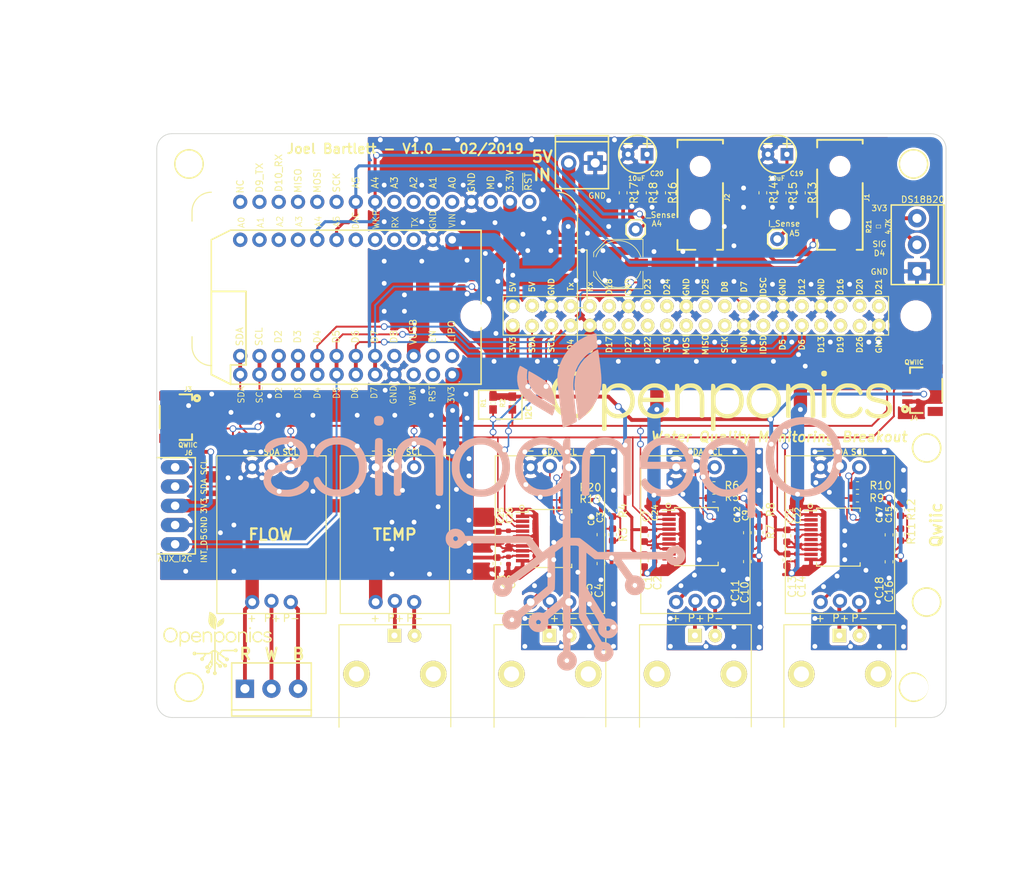
<source format=kicad_pcb>
(kicad_pcb (version 20171130) (host pcbnew "(5.0.0-3-g5ebb6b6)")
  (title_block (title "Grove Monitoring System ") (date 2017-04-19) (rev 0.1) (company Openponics) (comment 1 "Joel Bartlett"))
  (layers (0 F.Cu signal) (31 B.Cu signal) (34 B.Paste user) (35 F.Paste user) (36 B.SilkS user) (37 F.SilkS user) (38 B.Mask user) (39 F.Mask user) (44 Edge.Cuts user))
  (net 0 "")
  (net 1 GND)
  (net 2 "Net-(P401-Pad1)")
  (net 3 "Net-(P401-Pad2)")
  (net 4 +3V3)
  (net 5 "Net-(P1-Pad1)")
  (net 6 "Net-(P1-Pad2)")
  (net 7 "Net-(P2-Pad1)")
  (net 8 "Net-(P2-Pad2)")
  (net 9 VCC_ISO1)
  (net 10 VCC_ISO2)
  (net 11 GND_ISO1)
  (net 12 GND_ISO2)
  (net 13 /ADM3260_ISO_1/SDA_ISO)
  (net 14 /ADM3260_ISO_1/SCL_ISO)
  (net 15 /ADM3260_ISO_1/VSEL)
  (net 16 /ADM3260_ISO_2/SDA_ISO)
  (net 17 /ADM3260_ISO_2/SCL_ISO)
  (net 18 /ADM3260_ISO_2/VSEL)
  (net 19 VCC_ISO3)
  (net 20 GND_ISO3)
  (net 21 "Net-(P3-Pad1)")
  (net 22 "Net-(P3-Pad2)")
  (net 23 /ADM3260_ISO_3/SDA_ISO)
  (net 24 /ADM3260_ISO_3/SCL_ISO)
  (net 25 /ADM3260_ISO_3/VSEL)
  (net 26 "Net-(C19-Pad1)")
  (net 27 "Net-(C20-Pad1)")
  (net 28 SDA)
  (net 29 SCL)
  (net 30 /PROBE)
  (net 31 /P_GND)
  (net 32 D2)
  (net 33 D3)
  (net 34 D4)
  (net 35 D5)
  (net 36 D6)
  (net 37 D7)
  (net 38 +5V)
  (net 39 A5)
  (net 40 A4)
  (module Openponics_Devices:ATLAS_STAMP_EZO (layer F.Cu) (at 107.823 135.89)
    (fp_text reference STP1)
    (fp_text value ATLAS_STAMP)
    (fp_text user + (at -2.6 11) (layer F.SilkS))
    (fp_text user P+ (at 0.1 11) (layer F.SilkS))
    (fp_text user P- (at 2.6 11) (layer F.SilkS))
    (fp_text user - (at -2.6 -11.1) (layer F.SilkS))
    (fp_text user SDA (at 0 -10.9) (layer F.SilkS) (effects (font (size 0.75 0.75))))
    (fp_text user SCL (at 2.5 -10.9) (layer F.SilkS) (effects (font (size 0.75 0.75))))
    (pad 1 thru_hole circle (at -2.54 -8.89) (size 1.8796 1.8796) (drill 1.016) (layers *.Cu *.Mask) (net 11 GND_ISO1))
    (pad 2 thru_hole circle (at 0 -9.0424) (size 1.8796 1.8796) (drill 1.016) (layers *.Cu *.Mask) (net 13 /ADM3260_ISO_1/SDA_ISO))
    (pad 3 thru_hole circle (at 2.54 -8.89) (size 1.8796 1.8796) (drill 1.016) (layers *.Cu *.Mask) (net 14 /ADM3260_ISO_1/SCL_ISO))
    (pad 4 thru_hole circle (at -2.54 8.89) (size 1.8796 1.8796) (drill 1.016) (layers *.Cu *.Mask) (net 9 VCC_ISO1))
    (pad 5 thru_hole circle (at 0 8.7376) (size 1.8796 1.8796) (drill 1.016) (layers *.Cu *.Mask) (net 5 "Net-(P1-Pad1)"))
    (pad 6 thru_hole circle (at 2.54 8.89) (size 1.8796 1.8796) (drill 1.016) (layers *.Cu *.Mask) (net 6 "Net-(P1-Pad2)"))
  )
  (module Openponics_Devices:ATLAS_STAMP_EZO (layer F.Cu) (at 127 135.89)
    (fp_text reference STP2)
    (fp_text value ATLAS_STAMP)
    (fp_text user + (at -2.6 11) (layer F.SilkS))
    (fp_text user P+ (at 0.1 11) (layer F.SilkS))
    (fp_text user P- (at 2.6 11) (layer F.SilkS))
    (fp_text user - (at -2.6 -11.1) (layer F.SilkS))
    (fp_text user SDA (at 0 -10.9) (layer F.SilkS) (effects (font (size 0.75 0.75))))
    (fp_text user SCL (at 2.5 -10.9) (layer F.SilkS) (effects (font (size 0.75 0.75))))
    (pad 1 thru_hole circle (at -2.54 -8.89) (size 1.8796 1.8796) (drill 1.016) (layers *.Cu *.Mask) (net 12 GND_ISO2))
    (pad 2 thru_hole circle (at 0 -9.0424) (size 1.8796 1.8796) (drill 1.016) (layers *.Cu *.Mask) (net 16 /ADM3260_ISO_2/SDA_ISO))
    (pad 3 thru_hole circle (at 2.54 -8.89) (size 1.8796 1.8796) (drill 1.016) (layers *.Cu *.Mask) (net 17 /ADM3260_ISO_2/SCL_ISO))
    (pad 4 thru_hole circle (at -2.54 8.89) (size 1.8796 1.8796) (drill 1.016) (layers *.Cu *.Mask) (net 10 VCC_ISO2))
    (pad 5 thru_hole circle (at 0 8.7376) (size 1.8796 1.8796) (drill 1.016) (layers *.Cu *.Mask) (net 7 "Net-(P2-Pad1)"))
    (pad 6 thru_hole circle (at 2.54 8.89) (size 1.8796 1.8796) (drill 1.016) (layers *.Cu *.Mask) (net 8 "Net-(P2-Pad2)"))
  )
  (module Openponics_Devices:ATLAS_STAMP_EZO (layer F.Cu) (at 146.05 135.89)
    (fp_text reference STP3)
    (fp_text value ATLAS_STAMP)
    (fp_text user + (at -2.6 11) (layer F.SilkS))
    (fp_text user P+ (at 0.1 11) (layer F.SilkS))
    (fp_text user P- (at 2.6 11) (layer F.SilkS))
    (fp_text user - (at -2.6 -11.1) (layer F.SilkS))
    (fp_text user SDA (at 0 -10.9) (layer F.SilkS) (effects (font (size 0.75 0.75))))
    (fp_text user SCL (at 2.5 -10.9) (layer F.SilkS) (effects (font (size 0.75 0.75))))
    (pad 1 thru_hole circle (at -2.54 -8.89) (size 1.8796 1.8796) (drill 1.016) (layers *.Cu *.Mask) (net 20 GND_ISO3))
    (pad 2 thru_hole circle (at 0 -9.0424) (size 1.8796 1.8796) (drill 1.016) (layers *.Cu *.Mask) (net 23 /ADM3260_ISO_3/SDA_ISO))
    (pad 3 thru_hole circle (at 2.54 -8.89) (size 1.8796 1.8796) (drill 1.016) (layers *.Cu *.Mask) (net 24 /ADM3260_ISO_3/SCL_ISO))
    (pad 4 thru_hole circle (at -2.54 8.89) (size 1.8796 1.8796) (drill 1.016) (layers *.Cu *.Mask) (net 19 VCC_ISO3))
    (pad 5 thru_hole circle (at 0 8.7376) (size 1.8796 1.8796) (drill 1.016) (layers *.Cu *.Mask) (net 21 "Net-(P3-Pad1)"))
    (pad 6 thru_hole circle (at 2.54 8.89) (size 1.8796 1.8796) (drill 1.016) (layers *.Cu *.Mask) (net 22 "Net-(P3-Pad2)"))
  )
  (module Openponics_Devices:ATLAS_STAMP_EZO (layer F.Cu) (at 87.3894 135.89)
    (fp_text reference STP401)
    (fp_text value ATLAS_STAMP)
    (fp_text user + (at -2.6 11) (layer F.SilkS))
    (fp_text user P+ (at 0.1 11) (layer F.SilkS))
    (fp_text user P- (at 2.6 11) (layer F.SilkS))
    (fp_text user - (at -2.6 -11.1) (layer F.SilkS))
    (fp_text user SDA (at 0 -10.9) (layer F.SilkS) (effects (font (size 0.75 0.75))))
    (fp_text user SCL (at 2.5 -10.9) (layer F.SilkS) (effects (font (size 0.75 0.75))))
    (pad 1 thru_hole circle (at -2.54 -8.89) (size 1.8796 1.8796) (drill 1.016) (layers *.Cu *.Mask) (net 1 GND))
    (pad 2 thru_hole circle (at 0 -9.0424) (size 1.8796 1.8796) (drill 1.016) (layers *.Cu *.Mask) (net 28 SDA))
    (pad 3 thru_hole circle (at 2.54 -8.89) (size 1.8796 1.8796) (drill 1.016) (layers *.Cu *.Mask) (net 29 SCL))
    (pad 4 thru_hole circle (at -2.54 8.89) (size 1.8796 1.8796) (drill 1.016) (layers *.Cu *.Mask) (net 4 +3V3))
    (pad 5 thru_hole circle (at 0 8.7376) (size 1.8796 1.8796) (drill 1.016) (layers *.Cu *.Mask) (net 2 "Net-(P401-Pad1)"))
    (pad 6 thru_hole circle (at 2.54 8.89) (size 1.8796 1.8796) (drill 1.016) (layers *.Cu *.Mask) (net 3 "Net-(P401-Pad2)"))
  )
  (module Openponics_Devices:ATLAS_STAMP_EZO (layer F.Cu) (at 71.12 135.89)
    (fp_text reference STP4)
    (fp_text value ATLAS_STAMP)
    (fp_text user + (at -2.6 11) (layer F.SilkS))
    (fp_text user P+ (at 0.1 11) (layer F.SilkS))
    (fp_text user P- (at 2.6 11) (layer F.SilkS))
    (fp_text user - (at -2.6 -11.1) (layer F.SilkS))
    (fp_text user SDA (at 0 -10.9) (layer F.SilkS) (effects (font (size 0.75 0.75))))
    (fp_text user SCL (at 2.5 -10.9) (layer F.SilkS) (effects (font (size 0.75 0.75))))
    (pad 1 thru_hole circle (at -2.54 -8.89) (size 1.8796 1.8796) (drill 1.016) (layers *.Cu *.Mask) (net 1 GND))
    (pad 2 thru_hole circle (at 0 -9.0424) (size 1.8796 1.8796) (drill 1.016) (layers *.Cu *.Mask) (net 28 SDA))
    (pad 3 thru_hole circle (at 2.54 -8.89) (size 1.8796 1.8796) (drill 1.016) (layers *.Cu *.Mask) (net 29 SCL))
    (pad 4 thru_hole circle (at -2.54 8.89) (size 1.8796 1.8796) (drill 1.016) (layers *.Cu *.Mask) (net 4 +3V3))
    (pad 5 thru_hole circle (at 0 8.7376) (size 1.8796 1.8796) (drill 1.016) (layers *.Cu *.Mask) (net 30 /PROBE))
    (pad 6 thru_hole circle (at 2.54 8.89) (size 1.8796 1.8796) (drill 1.016) (layers *.Cu *.Mask) (net 31 /P_GND))
  )
  (module Openponics_Hardware:RAS_PI_MOUNTING_HOLES (layer F.Cu) (at 127.0594 107.024)
    (fp_text reference PI_Board hide)
    (fp_text value VAL** hide)
    (pad "" np_thru_hole circle (at 29 49) (size 3.302 3.302) (drill 3.302) (layers *.Cu *.Mask))
    (pad "" np_thru_hole circle (at -29 49) (size 3.302 3.302) (drill 3.302) (layers *.Cu *.Mask))
    (pad "" np_thru_hole circle (at -29 0) (size 3.302 3.302) (drill 3.302) (layers *.Cu *.Mask))
    (pad "" np_thru_hole circle (at 29 0) (size 3.302 3.302) (drill 3.302) (layers *.Cu *.Mask))
  )
  (module Openponics_Devices:WL-EB08040502_snk (layer F.Cu) (at 107.823 154.274 180)
    (fp_text reference P1)
    (fp_text value BNC)
    (pad 2 thru_hole circle (at -2.6035 5.08 180) (size 1.8 1.8) (drill 0.8) (layers *.Cu *.Mask F.SilkS) (net 6 "Net-(P1-Pad2)"))
    (pad 1 thru_hole rect (at 0.0635 5.08 180) (size 1.8 1.8) (drill 0.8) (layers *.Cu *.Mask F.SilkS) (net 5 "Net-(P1-Pad1)"))
    (pad "" thru_hole circle (at 5.0635 0 180) (size 3.5 3.5) (drill 2) (layers *.Cu *.Mask F.SilkS))
    (pad "" thru_hole circle (at -5.0635 0 180) (size 3.5 3.5) (drill 2) (layers *.Cu *.Mask F.SilkS))
  )
  (module Openponics_Devices:WL-EB08040502_snk (layer F.Cu) (at 87.3894 154.274 180)
    (fp_text reference P401)
    (fp_text value BNC)
    (pad 2 thru_hole circle (at -2.6035 5.08 180) (size 1.8 1.8) (drill 0.8) (layers *.Cu *.Mask F.SilkS) (net 3 "Net-(P401-Pad2)"))
    (pad 1 thru_hole rect (at 0.0635 5.08 180) (size 1.8 1.8) (drill 0.8) (layers *.Cu *.Mask F.SilkS) (net 2 "Net-(P401-Pad1)"))
    (pad "" thru_hole circle (at 5.0635 0 180) (size 3.5 3.5) (drill 2) (layers *.Cu *.Mask F.SilkS))
    (pad "" thru_hole circle (at -5.0635 0 180) (size 3.5 3.5) (drill 2) (layers *.Cu *.Mask F.SilkS))
  )
  (module Openponics_Devices:WL-EB08040502_snk (layer F.Cu) (at 127 154.274 180)
    (fp_text reference P2)
    (fp_text value BNC)
    (pad 2 thru_hole circle (at -2.6035 5.08 180) (size 1.8 1.8) (drill 0.8) (layers *.Cu *.Mask F.SilkS) (net 8 "Net-(P2-Pad2)"))
    (pad 1 thru_hole rect (at 0.0635 5.08 180) (size 1.8 1.8) (drill 0.8) (layers *.Cu *.Mask F.SilkS) (net 7 "Net-(P2-Pad1)"))
    (pad "" thru_hole circle (at 5.0635 0 180) (size 3.5 3.5) (drill 2) (layers *.Cu *.Mask F.SilkS))
    (pad "" thru_hole circle (at -5.0635 0 180) (size 3.5 3.5) (drill 2) (layers *.Cu *.Mask F.SilkS))
  )
  (module Openponics_Devices:WL-EB08040502_snk (layer F.Cu) (at 146.0335 154.274 180)
    (fp_text reference P3)
    (fp_text value BNC)
    (pad 2 thru_hole circle (at -2.6035 5.08 180) (size 1.8 1.8) (drill 0.8) (layers *.Cu *.Mask F.SilkS) (net 22 "Net-(P3-Pad2)"))
    (pad 1 thru_hole rect (at 0.0635 5.08 180) (size 1.8 1.8) (drill 0.8) (layers *.Cu *.Mask F.SilkS) (net 21 "Net-(P3-Pad1)"))
    (pad "" thru_hole circle (at 5.0635 0 180) (size 3.5 3.5) (drill 2) (layers *.Cu *.Mask F.SilkS))
    (pad "" thru_hole circle (at -5.0635 0 180) (size 3.5 3.5) (drill 2) (layers *.Cu *.Mask F.SilkS))
  )
  (module Capacitors:PANASONIC_D (layer F.Cu) (at 116.84 100.203 180)
    (fp_text reference C101 hide)
    (fp_text value 470µF hide)
    (pad 2 smd rect (at -2.39776 0 180) (size 2.99974 1.39954) (layers F.Cu F.Paste F.Mask) (net 1 GND))
    (pad 1 smd rect (at 2.39776 0 180) (size 2.99974 1.39954) (layers F.Cu F.Paste F.Mask) (net 38 +5V))
  )
  (module Openponics_Templates:Particle_Mesh (layer F.Cu) (at 60.65 90.73 270)
    (fp_text reference U1 hide)
    (fp_text value PARTICLE_MESH hide)
    (fp_text user MD (at -1.27 -39.37 270) (layer F.SilkS) (effects (font (size 0.889 0.889) (thickness 0.127))))
    (fp_text user GND (at -1.27 -36.83 270) (layer F.SilkS) (effects (font (size 0.889 0.889) (thickness 0.127))))
    (fp_text user ~RST (at -1.397 -44.323 270) (layer F.SilkS) (effects (font (size 0.889 0.889) (thickness 0.127))))
    (fp_text user A0 (at -1.27 -34.29 270) (layer F.SilkS) (effects (font (size 0.889 0.889) (thickness 0.127))))
    (fp_text user A1 (at -1.27 -31.75 270) (layer F.SilkS) (effects (font (size 0.889 0.889) (thickness 0.127))))
    (fp_text user A2 (at -1.27 -29.21 270) (layer F.SilkS) (effects (font (size 0.889 0.889) (thickness 0.127))))
    (fp_text user A3 (at -1.27 -26.67 270) (layer F.SilkS) (effects (font (size 0.889 0.889) (thickness 0.127))))
    (fp_text user A4 (at -1.27 -24.13 270) (layer F.SilkS) (effects (font (size 0.889 0.889) (thickness 0.127))))
    (fp_text user A5 (at -1.27 -21.59 270) (layer F.SilkS) (effects (font (size 0.889 0.889) (thickness 0.127))))
    (fp_text user D10_RX (at -2.54 -11.43 270) (layer F.SilkS) (effects (font (size 0.889 0.889) (thickness 0.127))))
    (fp_text user D7 (at 19.05 -24.0665 270) (layer F.SilkS) (effects (font (size 0.889 0.889) (thickness 0.127))))
    (fp_text user LIPO (at 18.3769 -34.2265 270) (layer F.SilkS) (effects (font (size 0.889 0.889) (thickness 0.127))))
    (fp_text user D8 (at 19.05 -26.60396 270) (layer F.SilkS) (effects (font (size 0.889 0.889) (thickness 0.127))))
    (fp_text user VUSB (at 18.4277 -29.1465 270) (layer F.SilkS) (effects (font (size 0.889 0.889) (thickness 0.127))))
    (fp_text user EN (at 19.05 -31.6865 270) (layer F.SilkS) (effects (font (size 0.889 0.889) (thickness 0.127))))
    (fp_text user D6 (at 19.05 -21.5265 270) (layer F.SilkS) (effects (font (size 0.889 0.889) (thickness 0.127))))
    (fp_text user D5 (at 19.05 -18.9865 270) (layer F.SilkS) (effects (font (size 0.889 0.889) (thickness 0.127))))
    (fp_text user D4 (at 19.05 -16.51 270) (layer F.SilkS) (effects (font (size 0.889 0.889) (thickness 0.127))))
    (fp_text user D3 (at 19.05 -13.90396 270) (layer F.SilkS) (effects (font (size 0.889 0.889) (thickness 0.127))))
    (fp_text user D2 (at 19.05 -11.3665 270) (layer F.SilkS) (effects (font (size 0.889 0.889) (thickness 0.127))))
    (fp_text user SCL (at 19.05 -8.8265 270) (layer F.SilkS) (effects (font (size 0.889 0.889) (thickness 0.127))))
    (fp_text user SDA (at 19.05 -6.2865 270) (layer F.SilkS) (effects (font (size 0.889 0.889) (thickness 0.127))))
    (fp_text user MOSI (at -1.524 -16.51 270) (layer F.SilkS) (effects (font (size 0.889 0.889) (thickness 0.127))))
    (fp_text user MISO (at -1.524 -13.97 270) (layer F.SilkS) (effects (font (size 0.889 0.889) (thickness 0.127))))
    (fp_text user D9_TX (at -1.905 -8.89 270) (layer F.SilkS) (effects (font (size 0.889 0.889) (thickness 0.127))))
    (fp_text user NC (at -0.762 -6.35 270) (layer F.SilkS) (effects (font (size 0.889 0.889) (thickness 0.127))))
    (fp_text user SCK (at -1.27 -19.05 270) (layer F.SilkS) (effects (font (size 0.889 0.889) (thickness 0.127))))
    (fp_text user 3.3V (at -1.524 -41.91 270) (layer F.SilkS) (effects (font (size 0.889 0.889) (thickness 0.127))))
    (pad 16 thru_hole circle (at 1.27 -6.35 270) (size 1.8796 1.8796) (drill 1.016) (layers *.Cu *.Mask))
    (pad 15 thru_hole circle (at 1.27 -8.89 270) (size 1.8796 1.8796) (drill 1.016) (layers *.Cu *.Mask))
    (pad 14 thru_hole circle (at 1.27 -11.43 270) (size 1.8796 1.8796) (drill 1.016) (layers *.Cu *.Mask))
    (pad 13 thru_hole circle (at 1.27 -13.97 270) (size 1.8796 1.8796) (drill 1.016) (layers *.Cu *.Mask))
    (pad 12 thru_hole circle (at 1.27 -16.51 270) (size 1.8796 1.8796) (drill 1.016) (layers *.Cu *.Mask))
    (pad 11 thru_hole circle (at 1.27 -19.05) (size 1.8796 1.8796) (drill 1.016) (layers *.Cu *.Mask))
    (pad 10 thru_hole circle (at 1.27 -21.59 270) (size 1.8796 1.8796) (drill 1.016) (layers *.Cu *.Mask) (net 39 A5))
    (pad 9 thru_hole circle (at 1.27 -24.13 270) (size 1.8796 1.8796) (drill 1.016) (layers *.Cu *.Mask) (net 40 A4))
    (pad 8 thru_hole circle (at 1.27 -26.67 270) (size 1.8796 1.8796) (drill 1.016) (layers *.Cu *.Mask))
    (pad 7 thru_hole circle (at 1.27 -29.21 270) (size 1.8796 1.8796) (drill 1.016) (layers *.Cu *.Mask))
    (pad 6 thru_hole circle (at 1.27 -31.75 270) (size 1.8796 1.8796) (drill 1.016) (layers *.Cu *.Mask))
    (pad 5 thru_hole circle (at 1.27 -34.29 270) (size 1.8796 1.8796) (drill 1.016) (layers *.Cu *.Mask))
    (pad 4 thru_hole circle (at 1.27 -36.83 270) (size 1.8796 1.8796) (drill 1.016) (layers *.Cu *.Mask) (net 1 GND))
    (pad 3 thru_hole circle (at 1.27 -39.37 270) (size 1.8796 1.8796) (drill 1.016) (layers *.Cu *.Mask))
    (pad 2 thru_hole circle (at 1.27 -41.91 270) (size 1.8796 1.8796) (drill 1.016) (layers *.Cu *.Mask) (net 4 +3V3))
    (pad 1 thru_hole circle (at 1.27 -44.45 270) (size 1.8796 1.8796) (drill 1.016) (layers *.Cu *.Mask))
    (pad 28 thru_hole circle (at 21.59 -34.29 270) (size 1.8796 1.8796) (drill 1.016) (layers *.Cu *.Mask))
    (pad 27 thru_hole circle (at 21.59 -31.75 270) (size 1.8796 1.8796) (drill 1.016) (layers *.Cu *.Mask))
    (pad 26 thru_hole circle (at 21.59 -29.21 270) (size 1.8796 1.8796) (drill 1.016) (layers *.Cu *.Mask) (net 38 +5V))
    (pad 25 thru_hole circle (at 21.59 -26.67 270) (size 1.8796 1.8796) (drill 1.016) (layers *.Cu *.Mask))
    (pad 24 thru_hole circle (at 21.59 -24.13 270) (size 1.8796 1.8796) (drill 1.016) (layers *.Cu *.Mask) (net 37 D7))
    (pad 23 thru_hole circle (at 21.59 -21.59 270) (size 1.8796 1.8796) (drill 1.016) (layers *.Cu *.Mask) (net 36 D6))
    (pad 22 thru_hole circle (at 21.59 -19.05 270) (size 1.8796 1.8796) (drill 1.016) (layers *.Cu *.Mask) (net 35 D5))
    (pad 21 thru_hole circle (at 21.59 -16.51 270) (size 1.8796 1.8796) (drill 1.016) (layers *.Cu *.Mask) (net 34 D4))
    (pad 20 thru_hole circle (at 21.59 -13.97 270) (size 1.8796 1.8796) (drill 1.016) (layers *.Cu *.Mask) (net 33 D3))
    (pad 19 thru_hole circle (at 21.59 -11.43 270) (size 1.8796 1.8796) (drill 1.016) (layers *.Cu *.Mask) (net 32 D2))
    (pad 18 thru_hole circle (at 21.59 -8.89 270) (size 1.8796 1.8796) (drill 1.016) (layers *.Cu *.Mask) (net 29 SCL))
    (pad 17 thru_hole circle (at 21.59 -6.35 270) (size 1.8796 1.8796) (drill 1.016) (layers *.Cu *.Mask) (net 28 SDA))
  )
  (module Capacitors:CPOL-RADIAL-2.5MM-5MM (layer F.Cu) (at 137.81532 85.725)
    (fp_text reference C19 (at 2.51968 2.54) (layer F.SilkS) (effects (font (size 0.6096 0.6096) (thickness 0.127))))
    (fp_text value 10uF (at -0.127 3.175) (layer F.SilkS) (effects (font (size 0.6096 0.6096) (thickness 0.127))))
    (pad 2 thru_hole circle (at -1.24968 0) (size 1.651 1.651) (drill 0.6985) (layers *.Cu *.Mask) (net 1 GND))
    (pad 1 thru_hole rect (at 1.24968 0) (size 1.651 1.651) (drill 0.6985) (layers *.Cu *.Mask) (net 26 "Net-(C19-Pad1)"))
  )
  (module Capacitors:CPOL-RADIAL-2.5MM-5MM (layer F.Cu) (at 119.38 85.725)
    (fp_text reference C20 (at 2.54 2.54) (layer F.SilkS) (effects (font (size 0.6096 0.6096) (thickness 0.127))))
    (fp_text value 10uF (at -0.127 3.175) (layer F.SilkS) (effects (font (size 0.6096 0.6096) (thickness 0.127))))
    (pad 2 thru_hole circle (at -1.24968 0) (size 1.651 1.651) (drill 0.6985) (layers *.Cu *.Mask) (net 1 GND))
    (pad 1 thru_hole rect (at 1.24968 0) (size 1.651 1.651) (drill 0.6985) (layers *.Cu *.Mask) (net 27 "Net-(C20-Pad1)"))
  )
  (module Connectors:AUDIO-JACK-3.5MM-SMD (layer F.Cu) (at 146.05 83.82 270)
    (fp_text reference J1 (at 7.62 -3.556 270) (layer F.SilkS) (effects (font (size 0.6096 0.6096) (thickness 0.127))))
    (fp_text value AUDIO_JACK_3.5MM_SMD hide)
    (pad RING smd rect (at 4.29768 -3.44932 270) (size 1.99898 2.49936) (layers F.Cu F.Paste F.Mask))
    (pad RSH smd rect (at 1.4986 -3.44932 90) (size 1.19888 2.49936) (layers F.Cu F.Paste F.Mask))
    (pad SLEE smd rect (at 2.39776 3.44932 270) (size 1.99898 2.49936) (layers F.Cu F.Paste F.Mask) (net 26 "Net-(C19-Pad1)"))
    (pad TIP smd rect (at 11.69924 3.44932 270) (size 1.99898 2.49936) (layers F.Cu F.Paste F.Mask) (net 39 A5))
    (pad TSH smd rect (at 15.748 -0.7493) (size 1.99898 2.49936) (layers F.Cu F.Paste F.Mask))
    (pad "" np_thru_hole circle (at 3.49758 0 270) (size 1.99898 1.99898) (drill 1.99898) (layers *.Cu *.Mask))
    (pad "" np_thru_hole circle (at 10.49782 0 270) (size 1.99898 1.99898) (drill 1.99898) (layers *.Cu *.Mask))
  )
  (module Connectors:AUDIO-JACK-3.5MM-SMD (layer F.Cu) (at 127.635 83.82 270)
    (fp_text reference J2 (at 7.62 -3.556 270) (layer F.SilkS) (effects (font (size 0.6096 0.6096) (thickness 0.127))))
    (fp_text value AUDIO_JACK_3.5MM_SMD hide)
    (pad RING smd rect (at 4.29768 -3.44932 270) (size 1.99898 2.49936) (layers F.Cu F.Paste F.Mask))
    (pad RSH smd rect (at 1.4986 -3.44932 90) (size 1.19888 2.49936) (layers F.Cu F.Paste F.Mask))
    (pad SLEE smd rect (at 2.39776 3.44932 270) (size 1.99898 2.49936) (layers F.Cu F.Paste F.Mask) (net 27 "Net-(C20-Pad1)"))
    (pad TIP smd rect (at 11.69924 3.44932 270) (size 1.99898 2.49936) (layers F.Cu F.Paste F.Mask) (net 40 A4))
    (pad TSH smd rect (at 15.748 -0.7493) (size 1.99898 2.49936) (layers F.Cu F.Paste F.Mask))
    (pad "" np_thru_hole circle (at 3.49758 0 270) (size 1.99898 1.99898) (drill 1.99898) (layers *.Cu *.Mask))
    (pad "" np_thru_hole circle (at 10.49782 0 270) (size 1.99898 1.99898) (drill 1.99898) (layers *.Cu *.Mask))
  )
  (module Package_SO:SSOP-20_5.3x7.2mm_P0.65mm (layer F.Cu) (at 107.823 136.398)
    (fp_text reference U2 hide)
    (fp_text value ADM3260)
    (pad 1 smd rect (at -3.6 -2.925) (size 1.75 0.45) (layers F.Cu F.Paste F.Mask) (net 1 GND))
    (pad 2 smd rect (at -3.6 -2.275) (size 1.75 0.45) (layers F.Cu F.Paste F.Mask) (net 29 SCL))
    (pad 3 smd rect (at -3.6 -1.625) (size 1.75 0.45) (layers F.Cu F.Paste F.Mask) (net 28 SDA))
    (pad 4 smd rect (at -3.6 -0.975) (size 1.75 0.45) (layers F.Cu F.Paste F.Mask) (net 4 +3V3))
    (pad 5 smd rect (at -3.6 -0.325) (size 1.75 0.45) (layers F.Cu F.Paste F.Mask) (net 1 GND))
    (pad 6 smd rect (at -3.6 0.325) (size 1.75 0.45) (layers F.Cu F.Paste F.Mask))
    (pad 7 smd rect (at -3.6 0.975) (size 1.75 0.45) (layers F.Cu F.Paste F.Mask) (net 1 GND))
    (pad 8 smd rect (at -3.6 1.625) (size 1.75 0.45) (layers F.Cu F.Paste F.Mask) (net 1 GND))
    (pad 9 smd rect (at -3.6 2.275) (size 1.75 0.45) (layers F.Cu F.Paste F.Mask) (net 4 +3V3))
    (pad 10 smd rect (at -3.6 2.925) (size 1.75 0.45) (layers F.Cu F.Paste F.Mask) (net 1 GND))
    (pad 11 smd rect (at 3.6 2.925) (size 1.75 0.45) (layers F.Cu F.Paste F.Mask) (net 11 GND_ISO1))
    (pad 12 smd rect (at 3.6 2.275) (size 1.75 0.45) (layers F.Cu F.Paste F.Mask) (net 9 VCC_ISO1))
    (pad 13 smd rect (at 3.6 1.625) (size 1.75 0.45) (layers F.Cu F.Paste F.Mask) (net 15 /ADM3260_ISO_1/VSEL))
    (pad 14 smd rect (at 3.6 0.975) (size 1.75 0.45) (layers F.Cu F.Paste F.Mask) (net 11 GND_ISO1))
    (pad 15 smd rect (at 3.6 0.325) (size 1.75 0.45) (layers F.Cu F.Paste F.Mask))
    (pad 16 smd rect (at 3.6 -0.325) (size 1.75 0.45) (layers F.Cu F.Paste F.Mask) (net 11 GND_ISO1))
    (pad 17 smd rect (at 3.6 -0.975) (size 1.75 0.45) (layers F.Cu F.Paste F.Mask) (net 9 VCC_ISO1))
    (pad 18 smd rect (at 3.6 -1.625) (size 1.75 0.45) (layers F.Cu F.Paste F.Mask) (net 13 /ADM3260_ISO_1/SDA_ISO))
    (pad 19 smd rect (at 3.6 -2.275) (size 1.75 0.45) (layers F.Cu F.Paste F.Mask) (net 14 /ADM3260_ISO_1/SCL_ISO))
    (pad 20 smd rect (at 3.6 -2.925) (size 1.75 0.45) (layers F.Cu F.Paste F.Mask) (net 11 GND_ISO1))
  )
  (module Package_SO:SSOP-20_5.3x7.2mm_P0.65mm (layer F.Cu) (at 127.127 136.144)
    (fp_text reference U3 hide)
    (fp_text value ADM3260)
    (pad 20 smd rect (at 3.6 -2.925) (size 1.75 0.45) (layers F.Cu F.Paste F.Mask) (net 12 GND_ISO2))
    (pad 19 smd rect (at 3.6 -2.275) (size 1.75 0.45) (layers F.Cu F.Paste F.Mask) (net 17 /ADM3260_ISO_2/SCL_ISO))
    (pad 18 smd rect (at 3.6 -1.625) (size 1.75 0.45) (layers F.Cu F.Paste F.Mask) (net 16 /ADM3260_ISO_2/SDA_ISO))
    (pad 17 smd rect (at 3.6 -0.975) (size 1.75 0.45) (layers F.Cu F.Paste F.Mask) (net 10 VCC_ISO2))
    (pad 16 smd rect (at 3.6 -0.325) (size 1.75 0.45) (layers F.Cu F.Paste F.Mask) (net 12 GND_ISO2))
    (pad 15 smd rect (at 3.6 0.325) (size 1.75 0.45) (layers F.Cu F.Paste F.Mask))
    (pad 14 smd rect (at 3.6 0.975) (size 1.75 0.45) (layers F.Cu F.Paste F.Mask) (net 12 GND_ISO2))
    (pad 13 smd rect (at 3.6 1.625) (size 1.75 0.45) (layers F.Cu F.Paste F.Mask) (net 18 /ADM3260_ISO_2/VSEL))
    (pad 12 smd rect (at 3.6 2.275) (size 1.75 0.45) (layers F.Cu F.Paste F.Mask) (net 10 VCC_ISO2))
    (pad 11 smd rect (at 3.6 2.925) (size 1.75 0.45) (layers F.Cu F.Paste F.Mask) (net 12 GND_ISO2))
    (pad 10 smd rect (at -3.6 2.925) (size 1.75 0.45) (layers F.Cu F.Paste F.Mask) (net 1 GND))
    (pad 9 smd rect (at -3.6 2.275) (size 1.75 0.45) (layers F.Cu F.Paste F.Mask) (net 4 +3V3))
    (pad 8 smd rect (at -3.6 1.625) (size 1.75 0.45) (layers F.Cu F.Paste F.Mask) (net 1 GND))
    (pad 7 smd rect (at -3.6 0.975) (size 1.75 0.45) (layers F.Cu F.Paste F.Mask) (net 1 GND))
    (pad 6 smd rect (at -3.6 0.325) (size 1.75 0.45) (layers F.Cu F.Paste F.Mask))
    (pad 5 smd rect (at -3.6 -0.325) (size 1.75 0.45) (layers F.Cu F.Paste F.Mask) (net 1 GND))
    (pad 4 smd rect (at -3.6 -0.975) (size 1.75 0.45) (layers F.Cu F.Paste F.Mask) (net 4 +3V3))
    (pad 3 smd rect (at -3.6 -1.625) (size 1.75 0.45) (layers F.Cu F.Paste F.Mask) (net 28 SDA))
    (pad 2 smd rect (at -3.6 -2.275) (size 1.75 0.45) (layers F.Cu F.Paste F.Mask) (net 29 SCL))
    (pad 1 smd rect (at -3.6 -2.925) (size 1.75 0.45) (layers F.Cu F.Paste F.Mask) (net 1 GND))
  )
  (module Package_SO:SSOP-20_5.3x7.2mm_P0.65mm (layer F.Cu) (at 145.84 136.215)
    (fp_text reference U4 hide)
    (fp_text value ADM3260)
    (pad 20 smd rect (at 3.6 -2.925) (size 1.75 0.45) (layers F.Cu F.Paste F.Mask) (net 20 GND_ISO3))
    (pad 19 smd rect (at 3.6 -2.275) (size 1.75 0.45) (layers F.Cu F.Paste F.Mask) (net 24 /ADM3260_ISO_3/SCL_ISO))
    (pad 18 smd rect (at 3.6 -1.625) (size 1.75 0.45) (layers F.Cu F.Paste F.Mask) (net 23 /ADM3260_ISO_3/SDA_ISO))
    (pad 17 smd rect (at 3.6 -0.975) (size 1.75 0.45) (layers F.Cu F.Paste F.Mask) (net 19 VCC_ISO3))
    (pad 16 smd rect (at 3.6 -0.325) (size 1.75 0.45) (layers F.Cu F.Paste F.Mask) (net 20 GND_ISO3))
    (pad 15 smd rect (at 3.6 0.325) (size 1.75 0.45) (layers F.Cu F.Paste F.Mask))
    (pad 14 smd rect (at 3.6 0.975) (size 1.75 0.45) (layers F.Cu F.Paste F.Mask) (net 20 GND_ISO3))
    (pad 13 smd rect (at 3.6 1.625) (size 1.75 0.45) (layers F.Cu F.Paste F.Mask) (net 25 /ADM3260_ISO_3/VSEL))
    (pad 12 smd rect (at 3.6 2.275) (size 1.75 0.45) (layers F.Cu F.Paste F.Mask) (net 19 VCC_ISO3))
    (pad 11 smd rect (at 3.6 2.925) (size 1.75 0.45) (layers F.Cu F.Paste F.Mask) (net 20 GND_ISO3))
    (pad 10 smd rect (at -3.6 2.925) (size 1.75 0.45) (layers F.Cu F.Paste F.Mask) (net 1 GND))
    (pad 9 smd rect (at -3.6 2.275) (size 1.75 0.45) (layers F.Cu F.Paste F.Mask) (net 4 +3V3))
    (pad 8 smd rect (at -3.6 1.625) (size 1.75 0.45) (layers F.Cu F.Paste F.Mask) (net 1 GND))
    (pad 7 smd rect (at -3.6 0.975) (size 1.75 0.45) (layers F.Cu F.Paste F.Mask) (net 1 GND))
    (pad 6 smd rect (at -3.6 0.325) (size 1.75 0.45) (layers F.Cu F.Paste F.Mask))
    (pad 5 smd rect (at -3.6 -0.325) (size 1.75 0.45) (layers F.Cu F.Paste F.Mask) (net 1 GND))
    (pad 4 smd rect (at -3.6 -0.975) (size 1.75 0.45) (layers F.Cu F.Paste F.Mask) (net 4 +3V3))
    (pad 3 smd rect (at -3.6 -1.625) (size 1.75 0.45) (layers F.Cu F.Paste F.Mask) (net 28 SDA))
    (pad 2 smd rect (at -3.6 -2.275) (size 1.75 0.45) (layers F.Cu F.Paste F.Mask) (net 29 SCL))
    (pad 1 smd rect (at -3.6 -2.925) (size 1.75 0.45) (layers F.Cu F.Paste F.Mask) (net 1 GND))
  )
  (module Resistors:0603 (layer F.Cu) (at 100.33 118.53164 90)
    (fp_text reference R1 (at 0 -1.27 90) (layer F.SilkS) (effects (font (size 0.6096 0.6096) (thickness 0.127))))
    (fp_text value 4.7K hide)
    (pad 2 smd rect (at 0.84836 0 90) (size 1.09982 0.99822) (layers F.Cu F.Paste F.Mask) (net 4 +3V3))
    (pad 1 smd rect (at -0.84836 0 90) (size 1.09982 0.99822) (layers F.Cu F.Paste F.Mask) (net 28 SDA))
  )
  (module Resistors:0603 (layer F.Cu) (at 102.87 118.53164 90)
    (fp_text reference R2 (at 0 -1.27 90) (layer F.SilkS) (effects (font (size 0.6096 0.6096) (thickness 0.127))))
    (fp_text value 4.7K hide)
    (pad 2 smd rect (at 0.84836 0 90) (size 1.09982 0.99822) (layers F.Cu F.Paste F.Mask) (net 4 +3V3))
    (pad 1 smd rect (at -0.84836 0 90) (size 1.09982 0.99822) (layers F.Cu F.Paste F.Mask) (net 29 SCL))
  )
  (module Boards:PARTICLE_PHOTON (layer F.Cu) (at 80.97 105.89 270)
    (fp_text reference JP1 hide)
    (fp_text value PARTICLE_PHOTON hide)
    (fp_text user VIN (at -11.43 -13.97 90 unlocked) (layer F.SilkS) (effects (font (size 0.8128 0.8128) (thickness 0.1016))))
    (fp_text user GND (at -11.557 -11.43 90 unlocked) (layer F.SilkS) (effects (font (size 0.8128 0.8128) (thickness 0.1016))))
    (fp_text user TX (at -11.176 -9.0678 90 unlocked) (layer F.SilkS) (effects (font (size 0.8128 0.8128) (thickness 0.1016))))
    (fp_text user RX (at -11.176 -6.477 90 unlocked) (layer F.SilkS) (effects (font (size 0.8128 0.8128) (thickness 0.1016))))
    (fp_text user WKP (at -11.557 -3.937 90 unlocked) (layer F.SilkS) (effects (font (size 0.8128 0.8128) (thickness 0.1016))))
    (fp_text user DAC (at -11.43 -1.2446 90 unlocked) (layer F.SilkS) (effects (font (size 0.8128 0.8128) (thickness 0.1016))))
    (fp_text user A5 (at -11.303 1.27 90 unlocked) (layer F.SilkS) (effects (font (size 0.8128 0.8128) (thickness 0.1016))))
    (fp_text user A4 (at -11.303 3.683 90 unlocked) (layer F.SilkS) (effects (font (size 0.8128 0.8128) (thickness 0.1016))))
    (fp_text user A3 (at -11.303 6.223 90 unlocked) (layer F.SilkS) (effects (font (size 0.8128 0.8128) (thickness 0.1016))))
    (fp_text user A2 (at -11.303 8.73506 90 unlocked) (layer F.SilkS) (effects (font (size 0.8128 0.8128) (thickness 0.1016))))
    (fp_text user A1 (at -11.176 11.303 90 unlocked) (layer F.SilkS) (effects (font (size 0.8128 0.8128) (thickness 0.1016))))
    (fp_text user A0 (at -11.176 13.8176 90 unlocked) (layer F.SilkS) (effects (font (size 0.8128 0.8128) (thickness 0.1016))))
    (fp_text user 3V3 (at 11.557 -13.843 90 unlocked) (layer F.SilkS) (effects (font (size 0.8128 0.8128) (thickness 0.1016))))
    (fp_text user RST (at 11.43 -11.3538 90 unlocked) (layer F.SilkS) (effects (font (size 0.8128 0.8128) (thickness 0.1016))))
    (fp_text user VBAT (at 11.684 -8.763 90 unlocked) (layer F.SilkS) (effects (font (size 0.762 0.762) (thickness 0.1016))))
    (fp_text user GND (at 11.557 -6.223 90 unlocked) (layer F.SilkS) (effects (font (size 0.8128 0.8128) (thickness 0.1016))))
    (fp_text user D7 (at 11.303 -3.683 90 unlocked) (layer F.SilkS) (effects (font (size 0.8128 0.8128) (thickness 0.1016))))
    (fp_text user D6 (at 11.303 -1.143 90 unlocked) (layer F.SilkS) (effects (font (size 0.8128 0.8128) (thickness 0.1016))))
    (fp_text user D5 (at 11.303 1.27 90 unlocked) (layer F.SilkS) (effects (font (size 0.8128 0.8128) (thickness 0.1016))))
    (fp_text user D4 (at 11.303 3.81 90 unlocked) (layer F.SilkS) (effects (font (size 0.8128 0.8128) (thickness 0.1016))))
    (fp_text user D3 (at 11.303 6.35 90 unlocked) (layer F.SilkS) (effects (font (size 0.8128 0.8128) (thickness 0.1016))))
    (fp_text user D2 (at 11.303 8.89 90 unlocked) (layer F.SilkS) (effects (font (size 0.8128 0.8128) (thickness 0.1016))))
    (fp_text user SCL (at 11.557 11.43 90 unlocked) (layer F.SilkS) (effects (font (size 0.8128 0.8128) (thickness 0.1016))))
    (fp_text user SDA (at 11.557 13.843 90 unlocked) (layer F.SilkS) (effects (font (size 0.8128 0.8128) (thickness 0.1016))))
    (pad 1 thru_hole circle (at -8.89 -13.97 270) (size 1.905 1.905) (drill 1.016) (layers *.Cu *.Mask) (net 38 +5V))
    (pad 2 thru_hole circle (at -8.89 -11.43 270) (size 1.905 1.905) (drill 1.016) (layers *.Cu *.Mask) (net 1 GND))
    (pad 3 thru_hole circle (at -8.89 -8.89 270) (size 1.905 1.905) (drill 1.016) (layers *.Cu *.Mask))
    (pad 4 thru_hole circle (at -8.89 -6.35 270) (size 1.905 1.905) (drill 1.016) (layers *.Cu *.Mask))
    (pad 5 thru_hole circle (at -8.89 -3.81 270) (size 1.905 1.905) (drill 1.016) (layers *.Cu *.Mask))
    (pad 6 thru_hole circle (at -8.89 -1.27 270) (size 1.905 1.905) (drill 1.016) (layers *.Cu *.Mask))
    (pad 7 thru_hole circle (at -8.89 1.27 270) (size 1.905 1.905) (drill 1.016) (layers *.Cu *.Mask) (net 39 A5))
    (pad 8 thru_hole circle (at -8.89 3.81 270) (size 1.905 1.905) (drill 1.016) (layers *.Cu *.Mask) (net 40 A4))
    (pad 9 thru_hole circle (at -8.89 6.35 270) (size 1.905 1.905) (drill 1.016) (layers *.Cu *.Mask))
    (pad 10 thru_hole circle (at -8.89 8.89 270) (size 1.905 1.905) (drill 1.016) (layers *.Cu *.Mask))
    (pad 11 thru_hole circle (at -8.89 11.43 270) (size 1.905 1.905) (drill 1.016) (layers *.Cu *.Mask))
    (pad 12 thru_hole circle (at -8.89 13.97 270) (size 1.905 1.905) (drill 1.016) (layers *.Cu *.Mask))
    (pad 13 thru_hole circle (at 8.89 13.97 270) (size 1.905 1.905) (drill 1.016) (layers *.Cu *.Mask) (net 28 SDA))
    (pad 14 thru_hole circle (at 8.89 11.43 270) (size 1.905 1.905) (drill 1.016) (layers *.Cu *.Mask) (net 29 SCL))
    (pad 15 thru_hole circle (at 8.89 8.89 270) (size 1.905 1.905) (drill 1.016) (layers *.Cu *.Mask) (net 32 D2))
    (pad 16 thru_hole circle (at 8.89 6.35 270) (size 1.905 1.905) (drill 1.016) (layers *.Cu *.Mask) (net 33 D3))
    (pad 17 thru_hole circle (at 8.89 3.81 270) (size 1.905 1.905) (drill 1.016) (layers *.Cu *.Mask) (net 34 D4))
    (pad 18 thru_hole circle (at 8.89 1.27 270) (size 1.905 1.905) (drill 1.016) (layers *.Cu *.Mask) (net 35 D5))
    (pad 19 thru_hole circle (at 8.89 -1.27 270) (size 1.905 1.905) (drill 1.016) (layers *.Cu *.Mask) (net 36 D6))
    (pad 20 thru_hole circle (at 8.89 -3.81 270) (size 1.905 1.905) (drill 1.016) (layers *.Cu *.Mask) (net 37 D7))
    (pad 21 thru_hole circle (at 8.89 -6.35 270) (size 1.905 1.905) (drill 1.016) (layers *.Cu *.Mask) (net 1 GND))
    (pad 22 thru_hole circle (at 8.89 -8.89 270) (size 1.905 1.905) (drill 1.016) (layers *.Cu *.Mask))
    (pad 23 thru_hole circle (at 8.89 -11.43 270) (size 1.905 1.905) (drill 1.016) (layers *.Cu *.Mask))
    (pad 24 thru_hole circle (at 8.89 -13.97 270) (size 1.905 1.905) (drill 1.016) (layers *.Cu *.Mask) (net 4 +3V3))
  )
  (module Capacitor_SMD:C_0402_1005Metric (layer F.Cu) (at 121.666 138.938 270)
    (fp_text reference C2 (at 3.312 -0.334 270) (layer F.SilkS))
    (fp_text value 0.1uF)
    (pad 2 smd roundrect (at 0.485 0 270) (size 0.59 0.64) (layers F.Cu F.Paste F.Mask) (net 1 GND))
    (pad 1 smd roundrect (at -0.485 0 270) (size 0.59 0.64) (layers F.Cu F.Paste F.Mask) (net 4 +3V3))
  )
  (module Capacitor_SMD:C_0402_1005Metric (layer F.Cu) (at 113.284 139.423 270)
    (fp_text reference C5 (at 3.833 0.381 270) (layer F.SilkS))
    (fp_text value 0.1uF)
    (pad 2 smd roundrect (at 0.485 0 270) (size 0.59 0.64) (layers F.Cu F.Paste F.Mask) (net 11 GND_ISO1))
    (pad 1 smd roundrect (at -0.485 0 270) (size 0.59 0.64) (layers F.Cu F.Paste F.Mask) (net 9 VCC_ISO1))
  )
  (module Capacitor_SMD:C_0402_1005Metric (layer F.Cu) (at 113.157 135.89 270)
    (fp_text reference C6 (at -1.905 -0.127 270) (layer F.SilkS) (effects (font (size 0.75 0.75))))
    (fp_text value 0.1uF)
    (pad 1 smd roundrect (at -0.485 0 270) (size 0.59 0.64) (layers F.Cu F.Paste F.Mask) (net 9 VCC_ISO1))
    (pad 2 smd roundrect (at 0.485 0 270) (size 0.59 0.64) (layers F.Cu F.Paste F.Mask) (net 11 GND_ISO1))
  )
  (module Capacitor_SMD:C_0402_1005Metric (layer F.Cu) (at 102.362 139.296 270)
    (fp_text reference C8 (at 2.817 -0.381 270) (layer F.SilkS))
    (fp_text value 0.1uF)
    (pad 1 smd roundrect (at -0.485 0 270) (size 0.59 0.64) (layers F.Cu F.Paste F.Mask) (net 4 +3V3))
    (pad 2 smd roundrect (at 0.485 0 270) (size 0.59 0.64) (layers F.Cu F.Paste F.Mask) (net 1 GND))
  )
  (module Capacitor_SMD:C_0402_1005Metric (layer F.Cu) (at 132.461 139.192 270)
    (fp_text reference C11 (at 4.058 0.211 270) (layer F.SilkS))
    (fp_text value 0.1uF)
    (pad 1 smd roundrect (at -0.485 0 270) (size 0.59 0.64) (layers F.Cu F.Paste F.Mask) (net 10 VCC_ISO2))
    (pad 2 smd roundrect (at 0.485 0 270) (size 0.59 0.64) (layers F.Cu F.Paste F.Mask) (net 12 GND_ISO2))
  )
  (module Capacitor_SMD:C_0402_1005Metric (layer F.Cu) (at 132.461 135.636 270)
    (fp_text reference C12 (at -2.386 -0.039 270) (layer F.SilkS) (effects (font (size 0.75 0.75))))
    (fp_text value 0.1uF)
    (pad 2 smd roundrect (at 0.485 0 270) (size 0.59 0.64) (layers F.Cu F.Paste F.Mask) (net 12 GND_ISO2))
    (pad 1 smd roundrect (at -0.485 0 270) (size 0.59 0.64) (layers F.Cu F.Paste F.Mask) (net 10 VCC_ISO2))
  )
  (module Capacitor_SMD:C_0402_1005Metric (layer F.Cu) (at 140.335 138.915 270)
    (fp_text reference C14 (at 3.835 -0.665 270) (layer F.SilkS))
    (fp_text value 0.1uF)
    (pad 2 smd roundrect (at 0.485 0 270) (size 0.59 0.64) (layers F.Cu F.Paste F.Mask) (net 1 GND))
    (pad 1 smd roundrect (at -0.485 0 270) (size 0.59 0.64) (layers F.Cu F.Paste F.Mask) (net 4 +3V3))
  )
  (module Capacitor_SMD:C_0402_1005Metric (layer F.Cu) (at 151.13 135.636 270)
    (fp_text reference C17 (at -2.386 -0.12 270) (layer F.SilkS) (effects (font (size 0.75 0.75))))
    (fp_text value 0.1uF)
    (pad 1 smd roundrect (at -0.485 0 270) (size 0.59 0.64) (layers F.Cu F.Paste F.Mask) (net 19 VCC_ISO3))
    (pad 2 smd roundrect (at 0.485 0 270) (size 0.59 0.64) (layers F.Cu F.Paste F.Mask) (net 20 GND_ISO3))
  )
  (module Capacitor_SMD:C_0402_1005Metric (layer F.Cu) (at 151.13 139.215 270)
    (fp_text reference C18 (at 3.66 -0.127 270) (layer F.SilkS))
    (fp_text value 0.1uF)
    (pad 2 smd roundrect (at 0.485 0 270) (size 0.59 0.64) (layers F.Cu F.Paste F.Mask) (net 20 GND_ISO3))
    (pad 1 smd roundrect (at -0.485 0 270) (size 0.59 0.64) (layers F.Cu F.Paste F.Mask) (net 19 VCC_ISO3))
  )
  (module Capacitor_SMD:C_0603_1608Metric (layer F.Cu) (at 120.269 139.319 270)
    (fp_text reference C1 (at 2.931 -0.481 270) (layer F.SilkS))
    (fp_text value 10uF)
    (pad 1 smd roundrect (at -0.7875 0 270) (size 0.875 0.95) (layers F.Cu F.Paste F.Mask) (net 4 +3V3))
    (pad 2 smd roundrect (at 0.7875 0 270) (size 0.875 0.95) (layers F.Cu F.Paste F.Mask) (net 1 GND))
  )
  (module Capacitor_SMD:C_0603_1608Metric (layer F.Cu) (at 114.554 135.89 270)
    (fp_text reference C3 (at -2.286 0.127 270) (layer F.SilkS) (effects (font (size 0.75 0.75))))
    (fp_text value 10uF)
    (pad 1 smd roundrect (at -0.7875 0 270) (size 0.875 0.95) (layers F.Cu F.Paste F.Mask) (net 9 VCC_ISO1))
    (pad 2 smd roundrect (at 0.7875 0 270) (size 0.875 0.95) (layers F.Cu F.Paste F.Mask) (net 11 GND_ISO1))
  )
  (module Capacitor_SMD:C_0603_1608Metric (layer F.Cu) (at 114.554 139.7 270)
    (fp_text reference C4 (at 3.556 0.254 270) (layer F.SilkS))
    (fp_text value 10uF)
    (pad 2 smd roundrect (at 0.7875 0 270) (size 0.875 0.95) (layers F.Cu F.Paste F.Mask) (net 11 GND_ISO1))
    (pad 1 smd roundrect (at -0.7875 0 270) (size 0.875 0.95) (layers F.Cu F.Paste F.Mask) (net 9 VCC_ISO1))
  )
  (module Capacitor_SMD:C_0603_1608Metric (layer F.Cu) (at 120.269 136.017 270)
    (fp_text reference C7 (at -2.54 -0.231 270) (layer F.SilkS) (effects (font (size 0.75 0.75))))
    (fp_text value 10uF)
    (pad 2 smd roundrect (at 0.7875 0 270) (size 0.875 0.95) (layers F.Cu F.Paste F.Mask) (net 1 GND))
    (pad 1 smd roundrect (at -0.7875 0 270) (size 0.875 0.95) (layers F.Cu F.Paste F.Mask) (net 4 +3V3))
  )
  (module Capacitor_SMD:C_0603_1608Metric (layer F.Cu) (at 133.858 135.636 270)
    (fp_text reference C9 (at -2.286 0.254 270) (layer F.SilkS) (effects (font (size 0.75 0.75))))
    (fp_text value 10uF)
    (pad 2 smd roundrect (at 0.7875 0 270) (size 0.875 0.95) (layers F.Cu F.Paste F.Mask) (net 12 GND_ISO2))
    (pad 1 smd roundrect (at -0.7875 0 270) (size 0.875 0.95) (layers F.Cu F.Paste F.Mask) (net 10 VCC_ISO2))
  )
  (module Capacitor_SMD:C_0603_1608Metric (layer F.Cu) (at 133.858 139.446 270)
    (fp_text reference C10 (at 4.054 0.358 270) (layer F.SilkS))
    (fp_text value 10uF)
    (pad 2 smd roundrect (at 0.7875 0 270) (size 0.875 0.95) (layers F.Cu F.Paste F.Mask) (net 12 GND_ISO2))
    (pad 1 smd roundrect (at -0.7875 0 270) (size 0.875 0.95) (layers F.Cu F.Paste F.Mask) (net 10 VCC_ISO2))
  )
  (module Capacitor_SMD:C_0603_1608Metric (layer F.Cu) (at 139.065 139.2175 270)
    (fp_text reference C13 (at 3.5325 -0.685 270) (layer F.SilkS))
    (fp_text value 10uF)
    (pad 1 smd roundrect (at -0.7875 0 270) (size 0.875 0.95) (layers F.Cu F.Paste F.Mask) (net 4 +3V3))
    (pad 2 smd roundrect (at 0.7875 0 270) (size 0.875 0.95) (layers F.Cu F.Paste F.Mask) (net 1 GND))
  )
  (module Capacitor_SMD:C_0603_1608Metric (layer F.Cu) (at 152.527 135.9155 270)
    (fp_text reference C15 (at -2.6655 0.027 270) (layer F.SilkS) (effects (font (size 0.75 0.75))))
    (fp_text value 10uF)
    (pad 1 smd roundrect (at -0.7875 0 270) (size 0.875 0.95) (layers F.Cu F.Paste F.Mask) (net 19 VCC_ISO3))
    (pad 2 smd roundrect (at 0.7875 0 270) (size 0.875 0.95) (layers F.Cu F.Paste F.Mask) (net 20 GND_ISO3))
  )
  (module Capacitor_SMD:C_0603_1608Metric (layer F.Cu) (at 152.527 139.4715 270)
    (fp_text reference C16 (at 3.9115 0 270) (layer F.SilkS))
    (fp_text value 10uF)
    (pad 2 smd roundrect (at 0.7875 0 270) (size 0.875 0.95) (layers F.Cu F.Paste F.Mask) (net 20 GND_ISO3))
    (pad 1 smd roundrect (at -0.7875 0 270) (size 0.875 0.95) (layers F.Cu F.Paste F.Mask) (net 19 VCC_ISO3))
  )
  (module Capacitor_SMD:C_0603_1608Metric (layer F.Cu) (at 139.065 136.0425 270)
    (fp_text reference C21 (at -2.6925 -0.435 270) (layer F.SilkS) (effects (font (size 0.75 0.75) (thickness 0.125))))
    (fp_text value 10uF)
    (pad 2 smd roundrect (at 0.7875 0 270) (size 0.875 0.95) (layers F.Cu F.Paste F.Mask) (net 1 GND))
    (pad 1 smd roundrect (at -0.7875 0 270) (size 0.875 0.95) (layers F.Cu F.Paste F.Mask) (net 4 +3V3))
  )
  (module Capacitor_SMD:C_0402_1005Metric (layer F.Cu) (at 140.335 135.74 270)
    (fp_text reference C22 (at -2.39 -0.165 270) (layer F.SilkS) (effects (font (size 0.75 0.75))))
    (fp_text value 0.1uF)
    (pad 2 smd roundrect (at 0.485 0 270) (size 0.59 0.64) (layers F.Cu F.Paste F.Mask) (net 1 GND))
    (pad 1 smd roundrect (at -0.485 0 270) (size 0.59 0.64) (layers F.Cu F.Paste F.Mask) (net 4 +3V3))
  )
  (module Capacitor_SMD:C_0603_1608Metric (layer F.Cu) (at 100.838 139.7 270)
    (fp_text reference C23 (at 2.921 -0.635 270) (layer F.SilkS))
    (fp_text value 10uF)
    (pad 2 smd roundrect (at 0.7875 0 270) (size 0.875 0.95) (layers F.Cu F.Paste F.Mask) (net 1 GND))
    (pad 1 smd roundrect (at -0.7875 0 270) (size 0.875 0.95) (layers F.Cu F.Paste F.Mask) (net 4 +3V3))
  )
  (module Capacitor_SMD:C_0402_1005Metric (layer F.Cu) (at 121.666 135.74 270)
    (fp_text reference C24 (at -2.74 0 270) (layer F.SilkS) (effects (font (size 0.75 0.75))))
    (fp_text value 0.1uF)
    (pad 1 smd roundrect (at -0.485 0 270) (size 0.59 0.64) (layers F.Cu F.Paste F.Mask) (net 4 +3V3))
    (pad 2 smd roundrect (at 0.485 0 270) (size 0.59 0.64) (layers F.Cu F.Paste F.Mask) (net 1 GND))
  )
  (module Capacitor_SMD:C_0603_1608Metric (layer F.Cu) (at 100.965 136.271 270)
    (fp_text reference C25 (at -2.921 -0.381 270) (layer F.SilkS) (effects (font (size 0.75 0.75))))
    (fp_text value 10uF)
    (pad 2 smd roundrect (at 0.7875 0 270) (size 0.875 0.95) (layers F.Cu F.Paste F.Mask) (net 1 GND))
    (pad 1 smd roundrect (at -0.7875 0 270) (size 0.875 0.95) (layers F.Cu F.Paste F.Mask) (net 4 +3V3))
  )
  (module Capacitor_SMD:C_0402_1005Metric (layer F.Cu) (at 102.362 135.867 270)
    (fp_text reference C26 (at -2.517 -0.127 270) (layer F.SilkS) (effects (font (size 0.75 0.75))))
    (fp_text value 0.1uF)
    (pad 2 smd roundrect (at 0.485 0 270) (size 0.59 0.64) (layers F.Cu F.Paste F.Mask) (net 1 GND))
    (pad 1 smd roundrect (at -0.485 0 270) (size 0.59 0.64) (layers F.Cu F.Paste F.Mask) (net 4 +3V3))
  )
  (module Resistor_SMD:R_0603_1608Metric (layer F.Cu) (at 116.078 135.89 270)
    (fp_text reference R3 (at 0 -1.397 270) (layer F.SilkS))
    (fp_text value 16.9K)
    (pad 1 smd roundrect (at -0.7875 0 270) (size 0.875 0.95) (layers F.Cu F.Paste F.Mask) (net 9 VCC_ISO1))
    (pad 2 smd roundrect (at 0.7875 0 270) (size 0.875 0.95) (layers F.Cu F.Paste F.Mask) (net 15 /ADM3260_ISO_1/VSEL))
  )
  (module Resistor_SMD:R_0603_1608Metric (layer F.Cu) (at 116.078 132.715 90)
    (fp_text reference R4 (at 0 1.397 90) (layer F.SilkS))
    (fp_text value 10K)
    (pad 2 smd roundrect (at 0.7875 0 90) (size 0.875 0.95) (layers F.Cu F.Paste F.Mask) (net 11 GND_ISO1))
    (pad 1 smd roundrect (at -0.7875 0 90) (size 0.875 0.95) (layers F.Cu F.Paste F.Mask) (net 15 /ADM3260_ISO_1/VSEL))
  )
  (module Resistor_SMD:R_0603_1608Metric (layer F.Cu) (at 129.4385 131.064 180)
    (fp_text reference R5 (at -2.3875 0.127 180) (layer F.SilkS))
    (fp_text value 4.7K)
    (pad 2 smd roundrect (at 0.7875 0 180) (size 0.875 0.95) (layers F.Cu F.Paste F.Mask) (net 16 /ADM3260_ISO_2/SDA_ISO))
    (pad 1 smd roundrect (at -0.7875 0 180) (size 0.875 0.95) (layers F.Cu F.Paste F.Mask) (net 10 VCC_ISO2))
  )
  (module Resistor_SMD:R_0603_1608Metric (layer F.Cu) (at 129.4385 129.413 180)
    (fp_text reference R6 (at -2.3875 0 180) (layer F.SilkS))
    (fp_text value 4.7K)
    (pad 2 smd roundrect (at 0.7875 0 180) (size 0.875 0.95) (layers F.Cu F.Paste F.Mask) (net 17 /ADM3260_ISO_2/SCL_ISO))
    (pad 1 smd roundrect (at -0.7875 0 180) (size 0.875 0.95) (layers F.Cu F.Paste F.Mask) (net 10 VCC_ISO2))
  )
  (module Resistor_SMD:R_0603_1608Metric (layer F.Cu) (at 135.382 135.636 270)
    (fp_text reference R7 (at -0.127 -1.524 270) (layer F.SilkS))
    (fp_text value 16.9K)
    (pad 1 smd roundrect (at -0.7875 0 270) (size 0.875 0.95) (layers F.Cu F.Paste F.Mask) (net 10 VCC_ISO2))
    (pad 2 smd roundrect (at 0.7875 0 270) (size 0.875 0.95) (layers F.Cu F.Paste F.Mask) (net 18 /ADM3260_ISO_2/VSEL))
  )
  (module Resistor_SMD:R_0603_1608Metric (layer F.Cu) (at 135.382 132.4355 90)
    (fp_text reference R8 (at -0.1525 1.524 90) (layer F.SilkS))
    (fp_text value 10K)
    (pad 2 smd roundrect (at 0.7875 0 90) (size 0.875 0.95) (layers F.Cu F.Paste F.Mask) (net 12 GND_ISO2))
    (pad 1 smd roundrect (at -0.7875 0 90) (size 0.875 0.95) (layers F.Cu F.Paste F.Mask) (net 18 /ADM3260_ISO_2/VSEL))
  )
  (module Resistor_SMD:R_0603_1608Metric (layer F.Cu) (at 148.3615 131.064 180)
    (fp_text reference R9 (at -2.54 0) (layer F.SilkS))
    (fp_text value 4.7K)
    (pad 2 smd roundrect (at 0.7875 0 180) (size 0.875 0.95) (layers F.Cu F.Paste F.Mask) (net 23 /ADM3260_ISO_3/SDA_ISO))
    (pad 1 smd roundrect (at -0.7875 0 180) (size 0.875 0.95) (layers F.Cu F.Paste F.Mask) (net 19 VCC_ISO3))
  )
  (module Resistor_SMD:R_0603_1608Metric (layer F.Cu) (at 148.3615 129.413 180)
    (fp_text reference R10 (at -3.048 0 180) (layer F.SilkS))
    (fp_text value 4.7K)
    (pad 1 smd roundrect (at -0.7875 0 180) (size 0.875 0.95) (layers F.Cu F.Paste F.Mask) (net 19 VCC_ISO3))
    (pad 2 smd roundrect (at 0.7875 0 180) (size 0.875 0.95) (layers F.Cu F.Paste F.Mask) (net 24 /ADM3260_ISO_3/SCL_ISO))
  )
  (module Resistor_SMD:R_0603_1608Metric (layer F.Cu) (at 154.051 135.89 270)
    (fp_text reference R11 (at -0.127 -1.397 270) (layer F.SilkS))
    (fp_text value 16.9K)
    (pad 2 smd roundrect (at 0.7875 0 270) (size 0.875 0.95) (layers F.Cu F.Paste F.Mask) (net 25 /ADM3260_ISO_3/VSEL))
    (pad 1 smd roundrect (at -0.7875 0 270) (size 0.875 0.95) (layers F.Cu F.Paste F.Mask) (net 19 VCC_ISO3))
  )
  (module Resistor_SMD:R_0603_1608Metric (layer F.Cu) (at 154.051 132.6135 90)
    (fp_text reference R12 (at 0.0255 1.397 90) (layer F.SilkS))
    (fp_text value 10K)
    (pad 2 smd roundrect (at 0.7875 0 90) (size 0.875 0.95) (layers F.Cu F.Paste F.Mask) (net 20 GND_ISO3))
    (pad 1 smd roundrect (at -0.7875 0 90) (size 0.875 0.95) (layers F.Cu F.Paste F.Mask) (net 25 /ADM3260_ISO_3/VSEL))
  )
  (module Resistor_SMD:R_0603_1608Metric (layer F.Cu) (at 140.97 90.805 270)
    (fp_text reference R13 (at 0 -1.43 270) (layer F.SilkS))
    (fp_text value 100)
    (pad 1 smd roundrect (at -0.7875 0 270) (size 0.875 0.95) (layers F.Cu F.Paste F.Mask) (net 26 "Net-(C19-Pad1)"))
    (pad 2 smd roundrect (at 0.7875 0 270) (size 0.875 0.95) (layers F.Cu F.Paste F.Mask) (net 39 A5))
  )
  (module Resistor_SMD:R_0603_1608Metric (layer F.Cu) (at 135.89 90.805 270)
    (fp_text reference R14 (at 0 -1.43 270) (layer F.SilkS))
    (fp_text value 10k)
    (pad 1 smd roundrect (at -0.7875 0 270) (size 0.875 0.95) (layers F.Cu F.Paste F.Mask) (net 26 "Net-(C19-Pad1)"))
    (pad 2 smd roundrect (at 0.7875 0 270) (size 0.875 0.95) (layers F.Cu F.Paste F.Mask) (net 4 +3V3))
  )
  (module Resistor_SMD:R_0603_1608Metric (layer F.Cu) (at 138.43 90.805 270)
    (fp_text reference R15 (at 0 -1.43 270) (layer F.SilkS))
    (fp_text value 10k)
    (pad 1 smd roundrect (at -0.7875 0 270) (size 0.875 0.95) (layers F.Cu F.Paste F.Mask) (net 26 "Net-(C19-Pad1)"))
    (pad 2 smd roundrect (at 0.7875 0 270) (size 0.875 0.95) (layers F.Cu F.Paste F.Mask) (net 1 GND))
  )
  (module Resistor_SMD:R_0603_1608Metric (layer F.Cu) (at 122.555 90.805 270)
    (fp_text reference R16 (at 0 -1.43 270) (layer F.SilkS))
    (fp_text value 100)
    (pad 1 smd roundrect (at -0.7875 0 270) (size 0.875 0.95) (layers F.Cu F.Paste F.Mask) (net 27 "Net-(C20-Pad1)"))
    (pad 2 smd roundrect (at 0.7875 0 270) (size 0.875 0.95) (layers F.Cu F.Paste F.Mask) (net 40 A4))
  )
  (module Resistor_SMD:R_0603_1608Metric (layer F.Cu) (at 117.475 90.805 270)
    (fp_text reference R17 (at 0 -1.43 270) (layer F.SilkS))
    (fp_text value 10k hide)
    (pad 2 smd roundrect (at 0.7875 0 270) (size 0.875 0.95) (layers F.Cu F.Paste F.Mask) (net 4 +3V3))
    (pad 1 smd roundrect (at -0.7875 0 270) (size 0.875 0.95) (layers F.Cu F.Paste F.Mask) (net 27 "Net-(C20-Pad1)"))
  )
  (module Resistor_SMD:R_0603_1608Metric (layer F.Cu) (at 120.015 90.805 270)
    (fp_text reference R18 (at 0 -1.43 270) (layer F.SilkS))
    (fp_text value 10k)
    (pad 1 smd roundrect (at -0.7875 0 270) (size 0.875 0.95) (layers F.Cu F.Paste F.Mask) (net 27 "Net-(C20-Pad1)"))
    (pad 2 smd roundrect (at 0.7875 0 270) (size 0.875 0.95) (layers F.Cu F.Paste F.Mask) (net 1 GND))
  )
  (module Resistor_SMD:R_0603_1608Metric (layer F.Cu) (at 110.2105 131.318 180)
    (fp_text reference R19 (at -2.9465 0.127 180) (layer F.SilkS))
    (fp_text value 4.7K)
    (pad 1 smd roundrect (at -0.7875 0 180) (size 0.875 0.95) (layers F.Cu F.Paste F.Mask) (net 9 VCC_ISO1))
    (pad 2 smd roundrect (at 0.7875 0 180) (size 0.875 0.95) (layers F.Cu F.Paste F.Mask) (net 13 /ADM3260_ISO_1/SDA_ISO))
  )
  (module Resistor_SMD:R_0603_1608Metric (layer F.Cu) (at 110.2105 129.667 180)
    (fp_text reference R20 (at -2.9465 0 180) (layer F.SilkS))
    (fp_text value 4.7K)
    (pad 2 smd roundrect (at 0.7875 0 180) (size 0.875 0.95) (layers F.Cu F.Paste F.Mask) (net 14 /ADM3260_ISO_1/SCL_ISO))
    (pad 1 smd roundrect (at -0.7875 0 180) (size 0.875 0.95) (layers F.Cu F.Paste F.Mask) (net 9 VCC_ISO1))
  )
  (module Openponics_Connectors:Qwiic_Connector (layer F.Cu) (at 61 120.39092 270)
    (fp_text reference J3 (at -3.683 0.889) (layer F.SilkS) (effects (font (size 0.6096 0.6096) (thickness 0.127))))
    (fp_text value QWIIC (at 3.683 0.889) (layer F.SilkS) (effects (font (size 0.6096 0.6096) (thickness 0.127))))
    (pad NC2 smd rect (at -2.79908 3.67284 270) (size 1.19888 1.99898) (layers F.Cu F.Paste F.Mask))
    (pad NC1 smd rect (at 2.79908 3.67284 270) (size 1.19888 1.99898) (layers F.Cu F.Paste F.Mask))
    (pad 4 smd rect (at 1.4986 0 270) (size 0.59944 1.34874) (layers F.Cu F.Paste F.Mask) (net 29 SCL))
    (pad 3 smd rect (at 0.49784 0 270) (size 0.59944 1.34874) (layers F.Cu F.Paste F.Mask) (net 28 SDA))
    (pad 2 smd rect (at -0.49784 0 270) (size 0.59944 1.34874) (layers F.Cu F.Paste F.Mask) (net 4 +3V3))
    (pad 1 smd rect (at -1.4986 0 270) (size 0.59944 1.34874) (layers F.Cu F.Paste F.Mask) (net 1 GND))
  )
  (module Openponics_Connectors:Qwiic_Connector (layer F.Cu) (at 154.94 116.84 90)
    (fp_text reference J4 (at -3.683 0.889 180) (layer F.SilkS) (effects (font (size 0.6096 0.6096) (thickness 0.127))))
    (fp_text value QWIIC (at 3.683 0.889 180) (layer F.SilkS) (effects (font (size 0.6096 0.6096) (thickness 0.127))))
    (pad 1 smd rect (at -1.4986 0 90) (size 0.59944 1.34874) (layers F.Cu F.Paste F.Mask) (net 1 GND))
    (pad 2 smd rect (at -0.49784 0 90) (size 0.59944 1.34874) (layers F.Cu F.Paste F.Mask) (net 4 +3V3))
    (pad 3 smd rect (at 0.49784 0 90) (size 0.59944 1.34874) (layers F.Cu F.Paste F.Mask) (net 28 SDA))
    (pad 4 smd rect (at 1.4986 0 90) (size 0.59944 1.34874) (layers F.Cu F.Paste F.Mask) (net 29 SCL))
    (pad NC1 smd rect (at 2.79908 3.67284 90) (size 1.19888 1.99898) (layers F.Cu F.Paste F.Mask))
    (pad NC2 smd rect (at -2.79908 3.67284 90) (size 1.19888 1.99898) (layers F.Cu F.Paste F.Mask))
  )
  (module Connectors:SCREWTERMINAL-3.5MM-3 (layer F.Cu) (at 67.62242 156.21)
    (fp_text reference J5 hide)
    (fp_text value Conn_01x03 hide)
    (pad 1 thru_hole rect (at 0 0) (size 2.413 2.413) (drill 1.19888) (layers *.Cu *.Mask) (net 4 +3V3))
    (pad 2 thru_hole circle (at 3.49758 0) (size 2.413 2.413) (drill 1.19888) (layers *.Cu *.Mask) (net 30 /PROBE))
    (pad 3 thru_hole circle (at 6.9977 0) (size 2.413 2.413) (drill 1.19888) (layers *.Cu *.Mask) (net 31 /P_GND))
  )
  (module Connectors:1X05_LONGPADS (layer F.Cu) (at 58.42 137.16 90)
    (fp_text reference J6 (at 12.065 1.778 180) (layer F.SilkS) (effects (font (size 0.6096 0.6096) (thickness 0.127))))
    (fp_text value Conn_01x05 hide)
    (pad 5 thru_hole oval (at 10.16 0 270) (size 1.8796 3.7592) (drill 1.1176) (layers *.Cu *.Mask) (net 29 SCL))
    (pad 4 thru_hole oval (at 7.62 0 270) (size 1.8796 3.7592) (drill 1.1176) (layers *.Cu *.Mask) (net 28 SDA))
    (pad 3 thru_hole oval (at 5.08 0 270) (size 1.8796 3.7592) (drill 1.1176) (layers *.Cu *.Mask) (net 4 +3V3))
    (pad 2 thru_hole oval (at 2.54 0 270) (size 1.8796 3.7592) (drill 1.1176) (layers *.Cu *.Mask) (net 1 GND))
    (pad 1 thru_hole oval (at 0 0 270) (size 1.8796 3.7592) (drill 1.1176) (layers *.Cu *.Mask) (net 35 D5))
  )
  (module MeowWolf_Hardware:STAND-OFF (layer F.Cu) (at 157.48 124.46 90)
    (fp_text reference H5 hide)
    (fp_text value STAND-OFF hide)
    (pad "" np_thru_hole circle (at 0 0 90) (size 3.302 3.302) (drill 3.302) (layers *.Cu *.Mask))
  )
  (module MeowWolf_Hardware:STAND-OFF (layer F.Cu) (at 157.48 144.78 90)
    (fp_text reference H6 hide)
    (fp_text value STAND-OFF hide)
    (pad "" np_thru_hole circle (at 0 0 90) (size 3.302 3.302) (drill 3.302) (layers *.Cu *.Mask))
  )
  (module Resistors:0603 (layer F.Cu) (at 151.13 95.25 90)
    (fp_text reference R21 (at 0 -1.27 90) (layer F.SilkS) (effects (font (size 0.6096 0.6096) (thickness 0.127))))
    (fp_text value 4.7K (at 0 1.27 90) (layer F.SilkS) (effects (font (size 0.6096 0.6096) (thickness 0.127))))
    (pad 1 smd rect (at -0.84836 0 90) (size 1.09982 0.99822) (layers F.Cu F.Paste F.Mask) (net 34 D4))
    (pad 2 smd rect (at 0.84836 0 90) (size 1.09982 0.99822) (layers F.Cu F.Paste F.Mask) (net 4 +3V3))
  )
  (module Connectors:SCREWTERMINAL-3.5MM-3 (layer F.Cu) (at 156.21 101.16058 90)
    (fp_text reference J7 hide)
    (fp_text value Conn_01x03 hide)
    (pad 1 thru_hole rect (at 0 0 90) (size 2.413 2.413) (drill 1.19888) (layers *.Cu *.Mask) (net 1 GND))
    (pad 2 thru_hole circle (at 3.49758 0 90) (size 2.413 2.413) (drill 1.19888) (layers *.Cu *.Mask) (net 34 D4))
    (pad 3 thru_hole circle (at 6.9977 0 90) (size 2.413 2.413) (drill 1.19888) (layers *.Cu *.Mask) (net 4 +3V3))
  )
  (module Connectors:SCREWTERMINAL-3.5MM-2 (layer F.Cu) (at 113.792 86.868 180)
    (fp_text reference J8 hide)
    (fp_text value Conn_01x02 hide)
    (pad 1 thru_hole rect (at 0 0 180) (size 2.032 2.032) (drill 1.19888) (layers *.Cu *.Mask) (net 1 GND))
    (pad 2 thru_hole circle (at 3.49758 0 180) (size 2.032 2.032) (drill 1.19888) (layers *.Cu *.Mask) (net 38 +5V))
  )
  (module Openponics_Templates:RasPi-40pin_Connector (layer F.Cu) (at 127.0594 107.024)
    (fp_text reference PI_BOARD101)
    (fp_text value RASPBERRY_PI_2)
    (fp_text user GND (at 11.43 -3.81 90) (layer F.SilkS) (effects (font (size 0.75 0.75))))
    (fp_text user GND (at 16.51 -3.81 90) (layer F.SilkS) (effects (font (size 0.75 0.75))))
    (fp_text user Rx (at -13.97 -3.81 90) (layer F.SilkS) (effects (font (size 0.75 0.75))))
    (fp_text user Tx (at -16.51 -3.81 90) (layer F.SilkS) (effects (font (size 0.75 0.75))))
    (fp_text user GND (at -8.89 -3.81 90) (layer F.SilkS) (effects (font (size 0.75 0.75))))
    (fp_text user GND (at -13.97 3.81 90) (layer F.SilkS) (effects (font (size 0.75 0.75))))
    (fp_text user SCL (at -19.05 3.81 90) (layer F.SilkS) (effects (font (size 0.75 0.75))))
    (fp_text user SDA (at -21.59 3.81 90) (layer F.SilkS) (effects (font (size 0.75 0.75))))
    (fp_text user GND (at -19.05 -3.81 90) (layer F.SilkS) (effects (font (size 0.75 0.75))))
    (fp_text user 5V (at -21.59 -3.81 90) (layer F.SilkS) (effects (font (size 0.75 0.75))))
    (fp_text user 5V (at -24.13 -3.81 90) (layer F.SilkS) (effects (font (size 0.75 0.75))))
    (fp_text user 3V3 (at -24.13 3.81 90) (layer F.SilkS) (effects (font (size 0.75 0.75))))
    (fp_text user GND (at -1.27 -3.81 90) (layer F.SilkS) (effects (font (size 0.75 0.75))))
    (fp_text user GND (at 6.35 3.81 90) (layer F.SilkS) (effects (font (size 0.75 0.75))))
    (fp_text user GND (at 24.13 3.81 90) (layer F.SilkS) (effects (font (size 0.75 0.75))))
    (fp_text user D4 (at -16.51 3.81 90) (layer F.SilkS) (effects (font (size 0.75 0.75))))
    (fp_text user D17 (at -11.43 3.81 90) (layer F.SilkS) (effects (font (size 0.75 0.75))))
    (fp_text user D27 (at -8.89 3.81 90) (layer F.SilkS) (effects (font (size 0.75 0.75))))
    (fp_text user D22 (at -6.35 3.81 90) (layer F.SilkS) (effects (font (size 0.75 0.75))))
    (fp_text user 3V3 (at -3.81 3.81 90) (layer F.SilkS) (effects (font (size 0.75 0.75))))
    (fp_text user MOSI (at -1.27 3.81 90) (layer F.SilkS) (effects (font (size 0.75 0.75))))
    (fp_text user MISO (at 1.27 3.81 90) (layer F.SilkS) (effects (font (size 0.75 0.75))))
    (fp_text user SCK (at 3.81 3.81 90) (layer F.SilkS) (effects (font (size 0.75 0.75))))
    (fp_text user IDSD (at 8.89 3.81 90) (layer F.SilkS) (effects (font (size 0.75 0.75))))
    (fp_text user D5 (at 11.43 3.81 90) (layer F.SilkS) (effects (font (size 0.75 0.75))))
    (fp_text user D6 (at 13.97 3.81 90) (layer F.SilkS) (effects (font (size 0.75 0.75))))
    (fp_text user D13 (at 16.51 3.81 90) (layer F.SilkS) (effects (font (size 0.75 0.75))))
    (fp_text user D19 (at 19.05 3.81 90) (layer F.SilkS) (effects (font (size 0.75 0.75))))
    (fp_text user D26 (at 21.59 3.81 90) (layer F.SilkS) (effects (font (size 0.75 0.75))))
    (fp_text user D21 (at 24.13 -3.81 90) (layer F.SilkS) (effects (font (size 0.75 0.75))))
    (fp_text user D20 (at 21.59 -3.81 90) (layer F.SilkS) (effects (font (size 0.75 0.75))))
    (fp_text user D16 (at 19.05 -3.81 90) (layer F.SilkS) (effects (font (size 0.75 0.75))))
    (fp_text user D12 (at 13.97 -3.81 90) (layer F.SilkS) (effects (font (size 0.75 0.75))))
    (fp_text user IDSC (at 8.89 -3.81 90) (layer F.SilkS) (effects (font (size 0.75 0.75))))
    (fp_text user D7 (at 6.35 -3.81 90) (layer F.SilkS) (effects (font (size 0.75 0.75))))
    (fp_text user D8 (at 3.81 -3.81 90) (layer F.SilkS) (effects (font (size 0.75 0.75))))
    (fp_text user D25 (at 1.27 -3.81 90) (layer F.SilkS) (effects (font (size 0.75 0.75))))
    (fp_text user D24 (at -3.81 -3.81 90) (layer F.SilkS) (effects (font (size 0.75 0.75))))
    (fp_text user D23 (at -6.35 -3.81 90) (layer F.SilkS) (effects (font (size 0.75 0.75))))
    (fp_text user D18 (at -11.43 -3.81 90) (layer F.SilkS) (effects (font (size 0.75 0.75))))
    (pad 40 thru_hole circle (at 24.13 -1.27 90) (size 1.8 1.8) (drill 0.9) (layers *.Cu *.Mask F.SilkS))
    (pad 39 thru_hole circle (at 24.13 1.27 90) (size 1.8 1.8) (drill 0.9) (layers *.Cu *.Mask F.SilkS) (net 1 GND))
    (pad 38 thru_hole circle (at 21.59 -1.3335 90) (size 1.8 1.8) (drill 0.9) (layers *.Cu *.Mask F.SilkS))
    (pad 37 thru_hole circle (at 21.59 1.3335 90) (size 1.8 1.8) (drill 0.9) (layers *.Cu *.Mask F.SilkS))
    (pad 36 thru_hole circle (at 19.05 -1.27 90) (size 1.8 1.8) (drill 0.9) (layers *.Cu *.Mask F.SilkS))
    (pad 35 thru_hole circle (at 19.05 1.27 90) (size 1.8 1.8) (drill 0.9) (layers *.Cu *.Mask F.SilkS))
    (pad 34 thru_hole circle (at 16.51 -1.27 90) (size 1.8 1.8) (drill 0.9) (layers *.Cu *.Mask F.SilkS) (net 1 GND))
    (pad 33 thru_hole circle (at 16.51 1.27 90) (size 1.8 1.8) (drill 0.9) (layers *.Cu *.Mask F.SilkS))
    (pad 32 thru_hole circle (at 13.97 -1.27 90) (size 1.8 1.8) (drill 0.9) (layers *.Cu *.Mask F.SilkS))
    (pad 31 thru_hole circle (at 13.97 1.27 90) (size 1.8 1.8) (drill 0.9) (layers *.Cu *.Mask F.SilkS) (net 36 D6))
    (pad 30 thru_hole circle (at 11.43 -1.27 90) (size 1.8 1.8) (drill 0.9) (layers *.Cu *.Mask F.SilkS) (net 1 GND))
    (pad 29 thru_hole circle (at 11.43 1.27 90) (size 1.8 1.8) (drill 0.9) (layers *.Cu *.Mask F.SilkS) (net 35 D5))
    (pad 28 thru_hole circle (at 8.89 -1.27 90) (size 1.8 1.8) (drill 0.9) (layers *.Cu *.Mask F.SilkS))
    (pad 27 thru_hole circle (at 8.89 1.27 90) (size 1.8 1.8) (drill 0.9) (layers *.Cu *.Mask F.SilkS))
    (pad 26 thru_hole circle (at 6.35 -1.27 90) (size 1.8 1.8) (drill 0.9) (layers *.Cu *.Mask F.SilkS) (net 37 D7))
    (pad 25 thru_hole circle (at 6.35 1.27 90) (size 1.8 1.8) (drill 0.9) (layers *.Cu *.Mask F.SilkS) (net 1 GND))
    (pad 24 thru_hole circle (at 3.81 -1.27 90) (size 1.8 1.8) (drill 0.9) (layers *.Cu *.Mask F.SilkS))
    (pad 23 thru_hole circle (at 3.81 1.27 90) (size 1.8 1.8) (drill 0.9) (layers *.Cu *.Mask F.SilkS))
    (pad 22 thru_hole circle (at 1.27 -1.27 90) (size 1.8 1.8) (drill 0.9) (layers *.Cu *.Mask F.SilkS))
    (pad 21 thru_hole circle (at 1.27 1.27 90) (size 1.8 1.8) (drill 0.9) (layers *.Cu *.Mask F.SilkS))
    (pad 20 thru_hole circle (at -1.27 -1.27 90) (size 1.8 1.8) (drill 0.9) (layers *.Cu *.Mask F.SilkS) (net 1 GND))
    (pad 19 thru_hole circle (at -1.27 1.27 90) (size 1.8 1.8) (drill 0.9) (layers *.Cu *.Mask F.SilkS))
    (pad 18 thru_hole circle (at -3.81 -1.27 90) (size 1.8 1.8) (drill 0.9) (layers *.Cu *.Mask F.SilkS))
    (pad 17 thru_hole circle (at -3.81 1.27 90) (size 1.8 1.8) (drill 0.9) (layers *.Cu *.Mask F.SilkS))
    (pad 16 thru_hole circle (at -6.35 -1.27 90) (size 1.8 1.8) (drill 0.9) (layers *.Cu *.Mask F.SilkS))
    (pad 15 thru_hole circle (at -6.35 1.27 90) (size 1.8 1.8) (drill 0.9) (layers *.Cu *.Mask F.SilkS))
    (pad 14 thru_hole circle (at -8.89 -1.27 90) (size 1.8 1.8) (drill 0.9) (layers *.Cu *.Mask F.SilkS) (net 1 GND))
    (pad 13 thru_hole circle (at -8.89 1.27 90) (size 1.8 1.8) (drill 0.9) (layers *.Cu *.Mask F.SilkS))
    (pad 12 thru_hole circle (at -11.43 -1.27 90) (size 1.8 1.8) (drill 0.9) (layers *.Cu *.Mask F.SilkS))
    (pad 11 thru_hole circle (at -11.43 1.27 90) (size 1.8 1.8) (drill 0.9) (layers *.Cu *.Mask F.SilkS))
    (pad 10 thru_hole circle (at -13.97 -1.27 90) (size 1.8 1.8) (drill 0.9) (layers *.Cu *.Mask F.SilkS))
    (pad 9 thru_hole circle (at -13.97 1.27 90) (size 1.8 1.8) (drill 0.9) (layers *.Cu *.Mask F.SilkS) (net 1 GND))
    (pad 8 thru_hole circle (at -16.51 -1.27 90) (size 1.8 1.8) (drill 0.9) (layers *.Cu *.Mask F.SilkS))
    (pad 7 thru_hole circle (at -16.51 1.27 90) (size 1.8 1.8) (drill 0.9) (layers *.Cu *.Mask F.SilkS) (net 34 D4))
    (pad 6 thru_hole circle (at -19.05 -1.27 90) (size 1.8 1.8) (drill 0.9) (layers *.Cu *.Mask F.SilkS) (net 1 GND))
    (pad 5 thru_hole circle (at -19.05 1.27 90) (size 1.8 1.8) (drill 0.9) (layers *.Cu *.Mask F.SilkS) (net 29 SCL))
    (pad 4 thru_hole circle (at -21.59 -1.3335 90) (size 1.8 1.8) (drill 0.9) (layers *.Cu *.Mask F.SilkS))
    (pad 3 thru_hole circle (at -21.59 1.3335 90) (size 1.8 1.8) (drill 0.9) (layers *.Cu *.Mask F.SilkS) (net 28 SDA))
    (pad 2 thru_hole circle (at -24.13 -1.27 90) (size 1.8 1.8) (drill 0.9) (layers *.Cu *.Mask F.SilkS) (net 38 +5V))
    (pad 1 thru_hole circle (at -24.13 1.27 90) (size 1.8 1.8) (drill 0.9) (layers *.Cu *.Mask F.SilkS) (net 4 +3V3))
  )
  (module Openponics_Logos:Openponics_Logo_Plain_45mm (layer F.Cu) (at 130.429 118.237)
    (fp_text reference LOGO1 hide)
    (fp_text value OPENPONICS_LOGO hide)
  )
  (module Openponics_Logos:Openponics_Logo_Horizontal_3_inch (layer B.Cu) (at 108.204 131.572 180)
    (fp_text reference LOGO3 hide)
    (fp_text value OPENPONICS_LOGO hide)
  )
  (module Openponics_Hardware:STAND-OFF_LARGE (layer F.Cu) (at 60.25 87)
    (fp_text reference H1 hide)
    (fp_text value STAND-OFF hide)
    (pad "" np_thru_hole circle (at 0 0) (size 3.525 3.525) (drill 3.525) (layers *.Cu *.Mask))
  )
  (module Openponics_Hardware:STAND-OFF_LARGE (layer F.Cu) (at 60.25 156.006)
    (fp_text reference H2 hide)
    (fp_text value STAND-OFF hide)
    (pad "" np_thru_hole circle (at 0 0) (size 3.525 3.525) (drill 3.525) (layers *.Cu *.Mask))
  )
  (module Openponics_Hardware:STAND-OFF_LARGE (layer F.Cu) (at 155.75 156)
    (fp_text reference H3 hide)
    (fp_text value STAND-OFF hide)
    (pad "" np_thru_hole circle (at 0 0) (size 3.525 3.525) (drill 3.525) (layers *.Cu *.Mask))
  )
  (module Openponics_Hardware:STAND-OFF_LARGE (layer F.Cu) (at 155.75 87)
    (fp_text reference H4 hide)
    (fp_text value STAND-OFF hide)
    (pad "" np_thru_hole circle (at 0 0) (size 3.525 3.525) (drill 3.525) (layers *.Cu *.Mask))
  )
  (module Connectors:1X01 (layer F.Cu) (at 137.795 96.901)
    (fp_text reference J9 hide)
    (fp_text value Conn_01x01 hide)
    (pad 1 thru_hole circle (at 0 0) (size 1.8796 1.8796) (drill 1.016) (layers *.Cu *.Mask) (net 39 A5))
  )
  (module Connectors:1X01 (layer F.Cu) (at 119.126 95.631)
    (fp_text reference J10 hide)
    (fp_text value Conn_01x01 hide)
    (pad 1 thru_hole circle (at 0 0) (size 1.8796 1.8796) (drill 1.016) (layers *.Cu *.Mask) (net 40 A4))
  )
  (module Openponics_Logos:Openponics_Logo_Horizontal_16mm (layer F.Cu) (at 64.008 150.241)
    (fp_text reference LOGO2 hide)
    (fp_text value OPENPONICS_LOGO hide)
  )
  (gr_text "Water Quality Monitoring Breakout" (at 138 123) (layer F.SilkS) (effects (font (size 1.3 1.3) (thickness 0.25) italic)))
  (gr_text "Joel Bartlett - V1.0 - 02/2019" (at 88.75 85) (layer F.SilkS) (effects (font (size 1.25 1.25) (thickness 0.25))))
  (gr_text AUX_I2C (at 58.42 139.065) (layer F.SilkS) (effects (font (size 0.75 0.75) (thickness 0.125))))
  (gr_text DS18B20 (at 156.972 91.694) (layer F.SilkS) (effects (font (size 0.85 0.85) (thickness 0.125))))
  (gr_text I_Sense (at 122.301 93.726) (layer F.SilkS) (effects (font (size 0.75 0.75) (thickness 0.125))))
  (gr_text I_Sense (at 138.684 94.869) (layer F.SilkS) (effects (font (size 0.75 0.75) (thickness 0.125))))
  (gr_text A4 (at 121.92 94.869) (layer F.SilkS) (effects (font (size 0.75 0.75) (thickness 0.125))))
  (gr_text A5 (at 140.081 96.139) (layer F.SilkS) (effects (font (size 0.75 0.75) (thickness 0.125))))
  (gr_text GND (at 114.046 91.186) (layer F.SilkS) (effects (font (size 0.75 0.75) (thickness 0.125))))
  (gr_text "5V\nIN" (at 106.807 87.249) (layer F.SilkS) (effects (font (size 1.5 1.5) (thickness 0.3))))
  (gr_text 3V3 (at 151.257 92.837) (layer F.SilkS) (effects (font (size 0.75 0.75) (thickness 0.125))))
  (gr_text "SIG\nD4" (at 151.257 98.171) (layer F.SilkS) (effects (font (size 0.75 0.75) (thickness 0.125))))
  (gr_text GND (at 151.257 101.219) (layer F.SilkS) (effects (font (size 0.75 0.75) (thickness 0.125))))
  (gr_text TEMP (at 87.376 135.89) (layer F.SilkS) (effects (font (size 1.5 1.5) (thickness 0.3))))
  (gr_text FLOW (at 70.993 135.89) (layer F.SilkS) (effects (font (size 1.5 1.5) (thickness 0.3))))
  (gr_text "I2C PU" (at 105.029 118.745 90) (layer F.SilkS) (effects (font (size 0.75 0.75) (thickness 0.1875))))
  (gr_line (start 98.425 120.65) (end 98.425 116.84) (layer F.SilkS) (width 0.2))
  (gr_line (start 99.06 120.65) (end 98.425 120.65) (layer F.SilkS) (width 0.2))
  (gr_line (start 104.14 120.65) (end 99.06 120.65) (layer F.SilkS) (width 0.2))
  (gr_line (start 104.14 116.84) (end 104.14 120.65) (layer F.SilkS) (width 0.2))
  (gr_line (start 98.425 116.84) (end 104.14 116.84) (layer F.SilkS) (width 0.2))
  (gr_text Qwiic (at 158.75 134.62 90) (layer F.SilkS) (effects (font (size 1.5 1.5) (thickness 0.3))))
  (gr_text INT_D5 (at 62.23 137.75 90) (layer F.SilkS) (effects (font (size 0.75 0.75) (thickness 0.125))))
  (gr_text GND (at 62.23 134.62 90) (layer F.SilkS) (effects (font (size 0.75 0.75) (thickness 0.125))))
  (gr_text 3V3 (at 62.23 132.08 90) (layer F.SilkS) (effects (font (size 0.75 0.75) (thickness 0.125))))
  (gr_text SDA (at 62.23 129.54 90) (layer F.SilkS) (effects (font (size 0.75 0.75) (thickness 0.125))))
  (gr_text SCL (at 62.23 127 90) (layer F.SilkS) (effects (font (size 0.75 0.75) (thickness 0.125))))
  (gr_line (start 61.087 125.73) (end 56.007 125.73) (layer F.SilkS) (width 0.2))
  (gr_line (start 61.087 138.43) (end 61.087 125.73) (layer F.SilkS) (width 0.2))
  (gr_line (start 56.007 138.43) (end 61.087 138.43) (layer F.SilkS) (width 0.2))
  (gr_text B (at 74.676 151.638) (layer F.SilkS) (effects (font (size 1.5 1.5) (thickness 0.3))))
  (gr_text W (at 71.12 151.638) (layer F.SilkS) (effects (font (size 1.5 1.5) (thickness 0.3))))
  (gr_text R (at 67.691 151.638) (layer F.SilkS) (effects (font (size 1.5 1.5) (thickness 0.3))))
  (gr_line (start 160.039 85.006) (end 160.045 158.015) (layer Edge.Cuts) (width 0.1))
  (gr_arc (start 58 158) (end 56 158) (angle -90) (layer Edge.Cuts) (width 0.1))
  (gr_arc (start 158.039 158.006) (end 158.039 160.006) (angle -90) (layer Edge.Cuts) (width 0.1))
  (gr_arc (start 158.039 85.006) (end 160.039 85.006) (angle -90) (layer Edge.Cuts) (width 0.1))
  (gr_arc (start 57.999996 85.003948) (end 57.999996 83.003948) (angle -89.88689805) (layer Edge.Cuts) (width 0.1))
  (gr_line (start 158.039 160.006) (end 58 160) (layer Edge.Cuts) (width 0.1))
  (gr_line (start 58 83) (end 158.039 83.006) (layer Edge.Cuts) (width 0.1))
  (gr_line (start 56 85) (end 56 158) (layer Edge.Cuts) (width 0.1))
  (segment (start 142.24 135.89) (end 143.764 135.89) (width 0.254) (layer F.Cu) (net 1))
  (segment (start 142.24 137.19) (end 143.734 137.19) (width 0.254) (layer F.Cu) (net 1))
  (segment (start 142.24 137.84) (end 143.719 137.84) (width 0.254) (layer F.Cu) (net 1))
  (segment (start 141.111 135.89) (end 140.73 136.271) (width 0.254) (layer F.Cu) (net 1))
  (segment (start 142.24 135.89) (end 141.111 135.89) (width 0.254) (layer F.Cu) (net 1))
  (segment (start 140.381 136.271) (end 140.335 136.225) (width 0.254) (layer F.Cu) (net 1))
  (segment (start 140.73 136.271) (end 140.381 136.271) (width 0.254) (layer F.Cu) (net 1))
  (segment (start 140.335 139.4) (end 139.111 139.4) (width 0.254) (layer F.Cu) (net 1))
  (segment (start 139.065 139.446) (end 139.065 140.005) (width 0.254) (layer F.Cu) (net 1))
  (segment (start 139.111 139.4) (end 139.065 139.446) (width 0.254) (layer F.Cu) (net 1))
  (segment (start 140.224 137.414) (end 139.64 136.83) (width 0.254) (layer F.Cu) (net 1))
  (segment (start 141.111 137.19) (end 140.887 137.414) (width 0.254) (layer F.Cu) (net 1))
  (segment (start 139.64 136.83) (end 139.065 136.83) (width 0.254) (layer F.Cu) (net 1))
  (segment (start 142.24 137.19) (end 141.111 137.19) (width 0.254) (layer F.Cu) (net 1))
  (segment (start 140.685 137.414) (end 140.462 137.414) (width 0.254) (layer F.Cu) (net 1))
  (segment (start 141.111 137.84) (end 140.685 137.414) (width 0.254) (layer F.Cu) (net 1))
  (segment (start 142.24 137.84) (end 141.111 137.84) (width 0.254) (layer F.Cu) (net 1))
  (segment (start 140.462 137.414) (end 140.224 137.414) (width 0.254) (layer F.Cu) (net 1))
  (segment (start 140.887 137.414) (end 140.462 137.414) (width 0.254) (layer F.Cu) (net 1))
  (segment (start 104.223 136.073) (end 103.068 136.073) (width 0.254) (layer F.Cu) (net 1))
  (segment (start 102.789 136.352) (end 102.362 136.352) (width 0.254) (layer F.Cu) (net 1))
  (segment (start 103.068 136.073) (end 102.789 136.352) (width 0.254) (layer F.Cu) (net 1))
  (segment (start 101.6555 137.0585) (end 100.965 137.0585) (width 0.254) (layer F.Cu) (net 1))
  (segment (start 102.362 136.352) (end 101.6555 137.0585) (width 0.254) (layer F.Cu) (net 1))
  (segment (start 104.223 137.373) (end 105.877 137.373) (width 0.254) (layer F.Cu) (net 1))
  (segment (start 105.877 137.373) (end 105.918 137.414) (width 0.254) (layer F.Cu) (net 1))
  (segment (start 105.918 137.414) (end 105.918 137.668) (width 0.254) (layer F.Cu) (net 1))
  (segment (start 105.563 138.023) (end 104.223 138.023) (width 0.254) (layer F.Cu) (net 1))
  (segment (start 105.918 137.668) (end 105.563 138.023) (width 0.254) (layer F.Cu) (net 1))
  (segment (start 104.223 137.373) (end 102.575 137.373) (width 0.254) (layer F.Cu) (net 1))
  (segment (start 102.362 137.16) (end 102.362 136.352) (width 0.254) (layer F.Cu) (net 1))
  (segment (start 102.575 137.373) (end 102.362 137.16) (width 0.254) (layer F.Cu) (net 1))
  (segment (start 102.362 136.747) (end 102.362 136.352) (width 0.254) (layer F.Cu) (net 1))
  (segment (start 103.094 138.023) (end 102.362 137.291) (width 0.254) (layer F.Cu) (net 1))
  (segment (start 104.223 138.023) (end 103.094 138.023) (width 0.254) (layer F.Cu) (net 1))
  (segment (start 105.352 136.073) (end 105.423 136.144) (width 0.254) (layer F.Cu) (net 1))
  (segment (start 104.223 136.073) (end 105.352 136.073) (width 0.254) (layer F.Cu) (net 1))
  (segment (start 105.423 136.144) (end 105.791 136.144) (width 0.254) (layer F.Cu) (net 1))
  (segment (start 105.918 136.271) (end 105.918 137.414) (width 0.254) (layer F.Cu) (net 1))
  (segment (start 105.791 136.144) (end 105.918 136.271) (width 0.254) (layer F.Cu) (net 1))
  (segment (start 122.398 135.819) (end 122.174 136.043) (width 0.254) (layer F.Cu) (net 1))
  (segment (start 123.527 135.819) (end 122.398 135.819) (width 0.254) (layer F.Cu) (net 1))
  (segment (start 122.086 136.225) (end 121.666 136.225) (width 0.254) (layer F.Cu) (net 1))
  (segment (start 122.174 136.137) (end 122.086 136.225) (width 0.254) (layer F.Cu) (net 1))
  (segment (start 122.174 136.043) (end 122.174 136.137) (width 0.254) (layer F.Cu) (net 1))
  (segment (start 121.0865 136.8045) (end 120.269 136.8045) (width 0.254) (layer F.Cu) (net 1))
  (segment (start 121.666 136.225) (end 121.0865 136.8045) (width 0.254) (layer F.Cu) (net 1))
  (segment (start 123.527 137.119) (end 121.879 137.119) (width 0.254) (layer F.Cu) (net 1))
  (segment (start 121.879 137.119) (end 121.666 136.906) (width 0.254) (layer F.Cu) (net 1))
  (segment (start 121.666 137.037) (end 121.666 136.525) (width 0.254) (layer F.Cu) (net 1))
  (segment (start 123.527 137.769) (end 122.398 137.769) (width 0.254) (layer F.Cu) (net 1))
  (segment (start 121.666 136.525) (end 121.666 136.225) (width 0.254) (layer F.Cu) (net 1))
  (segment (start 121.666 136.906) (end 121.666 136.525) (width 0.254) (layer F.Cu) (net 1))
  (segment (start 123.527 137.119) (end 124.8 137.119) (width 0.254) (layer F.Cu) (net 1))
  (segment (start 124.8 137.119) (end 125.095 137.414) (width 0.254) (layer F.Cu) (net 1))
  (segment (start 125.095 137.414) (end 125.095 137.541) (width 0.254) (layer F.Cu) (net 1))
  (segment (start 124.867 137.769) (end 123.527 137.769) (width 0.254) (layer F.Cu) (net 1))
  (segment (start 125.095 137.541) (end 124.867 137.769) (width 0.254) (layer F.Cu) (net 1))
  (segment (start 124.320999 135.775001) (end 124.980001 135.775001) (width 0.254) (layer F.Cu) (net 1))
  (segment (start 124.277 135.819) (end 124.320999 135.775001) (width 0.254) (layer F.Cu) (net 1))
  (segment (start 123.527 135.819) (end 124.277 135.819) (width 0.254) (layer F.Cu) (net 1))
  (segment (start 125.095 135.89) (end 125.095 137.414) (width 0.254) (layer F.Cu) (net 1))
  (segment (start 124.980001 135.775001) (end 125.095 135.89) (width 0.254) (layer F.Cu) (net 1))
  (segment (start 121.690888 137.266112) (end 121.793 137.164) (width 0.254) (layer F.Cu) (net 1))
  (segment (start 120.730612 137.266112) (end 121.690888 137.266112) (width 0.254) (layer F.Cu) (net 1))
  (segment (start 120.269 136.8045) (end 120.730612 137.266112) (width 0.254) (layer F.Cu) (net 1))
  (segment (start 121.793 137.164) (end 121.666 137.037) (width 0.254) (layer F.Cu) (net 1))
  (segment (start 122.398 137.769) (end 121.793 137.164) (width 0.254) (layer F.Cu) (net 1))
  (segment (start 100.965 137.0585) (end 101.6255 137.0585) (width 0.254) (layer F.Cu) (net 1))
  (segment (start 102.362 137.033) (end 102.362 137.414) (width 0.254) (layer F.Cu) (net 1))
  (segment (start 102.108 137.668) (end 101.5745 137.668) (width 0.254) (layer F.Cu) (net 1))
  (segment (start 101.5745 137.668) (end 100.965 137.0585) (width 0.254) (layer F.Cu) (net 1))
  (segment (start 102.362 137.414) (end 102.108 137.668) (width 0.254) (layer F.Cu) (net 1))
  (segment (start 102.362 137.291) (end 102.362 137.033) (width 0.254) (layer F.Cu) (net 1))
  (segment (start 102.362 137.033) (end 102.362 136.747) (width 0.254) (layer F.Cu) (net 1))
  (segment (start 139.065 137.414) (end 139.065 136.83) (width 0.254) (layer F.Cu) (net 1))
  (segment (start 139.192 137.541) (end 139.065 137.414) (width 0.254) (layer F.Cu) (net 1))
  (segment (start 139.954 137.541) (end 139.192 137.541) (width 0.254) (layer F.Cu) (net 1))
  (segment (start 140.335 137.16) (end 139.954 137.541) (width 0.254) (layer F.Cu) (net 1))
  (segment (start 140.335 136.225) (end 140.335 137.16) (width 0.254) (layer F.Cu) (net 1))
  (via (at 65.786 119.761) (size 0.889) (drill 0.635) (layers F.Cu B.Cu) (net 1))
  (via (at 63.246 117.348) (size 0.889) (drill 0.635) (layers F.Cu B.Cu) (net 1))
  (via (at 60.198 118.872) (size 0.889) (drill 0.635) (layers F.Cu B.Cu) (net 1))
  (via (at 69.723 124.968) (size 0.889) (drill 0.635) (layers F.Cu B.Cu) (net 1))
  (via (at 67.691 124.968) (size 0.889) (drill 0.635) (layers F.Cu B.Cu) (net 1))
  (via (at 67.056 128.397) (size 0.889) (drill 0.635) (layers F.Cu B.Cu) (net 1))
  (via (at 69.85 128.397) (size 0.889) (drill 0.635) (layers F.Cu B.Cu) (net 1))
  (via (at 65.405 128.397) (size 0.889) (drill 0.635) (layers F.Cu B.Cu) (net 1))
  (via (at 121.92 119.38) (size 0.889) (drill 0.635) (layers F.Cu B.Cu) (net 1))
  (via (at 121.539 130.683) (size 0.889) (drill 0.635) (layers F.Cu B.Cu) (net 1))
  (segment (start 121.539 130.683) (end 121.539 131.311617) (width 1.75) (layer F.Cu) (net 1))
  (segment (start 121.412 131.438617) (end 121.539 131.311617) (width 1.75) (layer F.Cu) (net 1))
  (segment (start 123.527 133.219) (end 121.916 133.219) (width 0.254) (layer F.Cu) (net 1))
  (segment (start 121.539 132.842) (end 121.539 130.683) (width 0.254) (layer F.Cu) (net 1))
  (segment (start 121.916 133.219) (end 121.539 132.842) (width 0.254) (layer F.Cu) (net 1))
  (segment (start 121.92 115.316) (end 121.92 119.38) (width 1.75) (layer F.Cu) (net 1))
  (segment (start 114.554 114.3) (end 120.904 114.3) (width 1.75) (layer F.Cu) (net 1))
  (segment (start 113.0894 112.8354) (end 114.554 114.3) (width 1.75) (layer F.Cu) (net 1))
  (segment (start 120.904 114.3) (end 121.92 115.316) (width 1.75) (layer F.Cu) (net 1))
  (segment (start 113.0894 108.294) (end 113.0894 112.8354) (width 1.75) (layer F.Cu) (net 1))
  (segment (start 120.904 114.3) (end 139.827 114.3) (width 1.75) (layer F.Cu) (net 1))
  (via (at 140.843 119.38) (size 0.889) (drill 0.635) (layers F.Cu B.Cu) (net 1))
  (segment (start 140.843 115.316) (end 140.843 119.38) (width 1.75) (layer F.Cu) (net 1))
  (segment (start 139.827 114.3) (end 140.843 115.316) (width 1.75) (layer F.Cu) (net 1))
  (via (at 140.462 130.556) (size 0.889) (drill 0.635) (layers F.Cu B.Cu) (net 1))
  (segment (start 140.462 131.184617) (end 140.335 131.311617) (width 1.75) (layer F.Cu) (net 1))
  (segment (start 140.462 130.556) (end 140.462 131.184617) (width 1.75) (layer F.Cu) (net 1))
  (segment (start 140.335 131.311617) (end 140.335 132.207) (width 1.75) (layer F.Cu) (net 1))
  (segment (start 121.412 131.438617) (end 121.412 132.08) (width 1.75) (layer F.Cu) (net 1))
  (segment (start 121.539 119.761) (end 121.92 119.38) (width 1.75) (layer B.Cu) (net 1))
  (segment (start 121.539 130.683) (end 121.539 119.761) (width 1.75) (layer B.Cu) (net 1))
  (segment (start 140.462 119.761) (end 140.843 119.38) (width 1.75) (layer B.Cu) (net 1))
  (segment (start 140.462 130.556) (end 140.462 119.761) (width 1.75) (layer B.Cu) (net 1))
  (via (at 86.995 134.239) (size 0.889) (drill 0.635) (layers F.Cu B.Cu) (net 1))
  (via (at 89.916 134.239) (size 0.889) (drill 0.635) (layers F.Cu B.Cu) (net 1))
  (via (at 93.091 132.207) (size 0.889) (drill 0.635) (layers F.Cu B.Cu) (net 1))
  (via (at 95.504 129.921) (size 0.889) (drill 0.635) (layers F.Cu B.Cu) (net 1))
  (via (at 97.155 128.143) (size 0.889) (drill 0.635) (layers F.Cu B.Cu) (net 1))
  (via (at 97.155 125.857) (size 0.889) (drill 0.635) (layers F.Cu B.Cu) (net 1))
  (via (at 97.155 137.033) (size 0.889) (drill 0.635) (layers F.Cu B.Cu) (net 1))
  (via (at 97.155 133.985) (size 0.889) (drill 0.635) (layers F.Cu B.Cu) (net 1))
  (via (at 97.155 140.716) (size 0.889) (drill 0.635) (layers F.Cu B.Cu) (net 1))
  (via (at 86.995 137.795) (size 0.889) (drill 0.635) (layers F.Cu B.Cu) (net 1))
  (via (at 86.995 141.097) (size 0.889) (drill 0.635) (layers F.Cu B.Cu) (net 1))
  (via (at 91.948 141.097) (size 0.889) (drill 0.635) (layers F.Cu B.Cu) (net 1))
  (via (at 64.389 135.636) (size 0.889) (drill 0.635) (layers F.Cu B.Cu) (net 1))
  (via (at 66.167 134.62) (size 0.889) (drill 0.635) (layers F.Cu B.Cu) (net 1))
  (via (at 66.167 140.716) (size 0.889) (drill 0.635) (layers F.Cu B.Cu) (net 1))
  (via (at 59.817 140.716) (size 0.889) (drill 0.635) (layers F.Cu B.Cu) (net 1))
  (via (at 88.392 130.048) (size 0.889) (drill 0.635) (layers F.Cu B.Cu) (net 1))
  (via (at 82.423 130.175) (size 0.889) (drill 0.635) (layers F.Cu B.Cu) (net 1))
  (via (at 76.581 130.175) (size 0.889) (drill 0.635) (layers F.Cu B.Cu) (net 1))
  (via (at 72.136 130.175) (size 0.889) (drill 0.635) (layers F.Cu B.Cu) (net 1))
  (via (at 76.581 124.206) (size 0.889) (drill 0.635) (layers F.Cu B.Cu) (net 1))
  (via (at 82.423 124.206) (size 0.889) (drill 0.635) (layers F.Cu B.Cu) (net 1))
  (via (at 82.423 120.142) (size 0.889) (drill 0.635) (layers F.Cu B.Cu) (net 1))
  (via (at 76.581 120.142) (size 0.889) (drill 0.635) (layers F.Cu B.Cu) (net 1))
  (via (at 72.009 120.142) (size 0.889) (drill 0.635) (layers F.Cu B.Cu) (net 1))
  (via (at 70.866 117.602) (size 0.889) (drill 0.635) (layers F.Cu B.Cu) (net 1))
  (via (at 87.376 120.142) (size 0.889) (drill 0.635) (layers F.Cu B.Cu) (net 1))
  (via (at 92.202 120.142) (size 0.889) (drill 0.635) (layers F.Cu B.Cu) (net 1))
  (via (at 86.106 116.84) (size 0.889) (drill 0.635) (layers F.Cu B.Cu) (net 1))
  (via (at 91.059 116.967) (size 0.889) (drill 0.635) (layers F.Cu B.Cu) (net 1))
  (via (at 85.979 99.822) (size 0.889) (drill 0.635) (layers F.Cu B.Cu) (net 1))
  (via (at 90.932 99.822) (size 0.889) (drill 0.635) (layers F.Cu B.Cu) (net 1))
  (via (at 90.932 94.615) (size 0.889) (drill 0.635) (layers F.Cu B.Cu) (net 1))
  (via (at 85.979 94.615) (size 0.889) (drill 0.635) (layers F.Cu B.Cu) (net 1))
  (via (at 85.979 89.789) (size 0.889) (drill 0.635) (layers F.Cu B.Cu) (net 1))
  (via (at 90.932 89.789) (size 0.889) (drill 0.635) (layers F.Cu B.Cu) (net 1))
  (via (at 96.393 89.789) (size 0.889) (drill 0.635) (layers F.Cu B.Cu) (net 1))
  (via (at 101.219 89.789) (size 0.889) (drill 0.635) (layers F.Cu B.Cu) (net 1))
  (via (at 96.393 94.742) (size 0.889) (drill 0.635) (layers F.Cu B.Cu) (net 1))
  (via (at 118.618 92.583) (size 0.889) (drill 0.635) (layers F.Cu B.Cu) (net 1))
  (via (at 115.57 95.25) (size 0.889) (drill 0.635) (layers F.Cu B.Cu) (net 1))
  (via (at 112.776 96.139) (size 0.889) (drill 0.635) (layers F.Cu B.Cu) (net 1))
  (via (at 104.267 96.266) (size 0.889) (drill 0.635) (layers F.Cu B.Cu) (net 1))
  (via (at 104.902 98.425) (size 0.889) (drill 0.635) (layers F.Cu B.Cu) (net 1))
  (via (at 112.141 98.425) (size 0.889) (drill 0.635) (layers F.Cu B.Cu) (net 1))
  (via (at 114.808 98.425) (size 0.889) (drill 0.635) (layers F.Cu B.Cu) (net 1))
  (via (at 121.539 98.552) (size 0.889) (drill 0.635) (layers F.Cu B.Cu) (net 1))
  (via (at 125.349 98.552) (size 0.889) (drill 0.635) (layers F.Cu B.Cu) (net 1))
  (via (at 130.81 95.25) (size 0.889) (drill 0.635) (layers F.Cu B.Cu) (net 1))
  (via (at 133.35 92.71) (size 0.889) (drill 0.635) (layers F.Cu B.Cu) (net 1))
  (via (at 132.08 97.79) (size 0.889) (drill 0.635) (layers F.Cu B.Cu) (net 1))
  (via (at 137.16 92.71) (size 0.889) (drill 0.635) (layers F.Cu B.Cu) (net 1))
  (via (at 139.7 92.71) (size 0.889) (drill 0.635) (layers F.Cu B.Cu) (net 1))
  (via (at 137.16 88.9) (size 0.889) (drill 0.635) (layers F.Cu B.Cu) (net 1))
  (via (at 133.35 90.17) (size 0.889) (drill 0.635) (layers F.Cu B.Cu) (net 1))
  (via (at 122.682 102.489) (size 0.889) (drill 0.635) (layers F.Cu B.Cu) (net 1))
  (via (at 124.46 110.49) (size 0.889) (drill 0.635) (layers F.Cu B.Cu) (net 1))
  (via (at 129.54 110.49) (size 0.889) (drill 0.635) (layers F.Cu B.Cu) (net 1))
  (via (at 96.901 99.695) (size 0.889) (drill 0.635) (layers F.Cu B.Cu) (net 1))
  (via (at 88.646 104.267) (size 0.889) (drill 0.635) (layers F.Cu B.Cu) (net 1))
  (via (at 85.979 102.743) (size 0.889) (drill 0.635) (layers F.Cu B.Cu) (net 1))
  (via (at 119.38 110.49) (size 0.889) (drill 0.635) (layers F.Cu B.Cu) (net 1))
  (via (at 114.3 110.49) (size 0.889) (drill 0.635) (layers F.Cu B.Cu) (net 1))
  (via (at 134.62 110.49) (size 0.889) (drill 0.635) (layers F.Cu B.Cu) (net 1))
  (via (at 147.32 102.87) (size 0.889) (drill 0.635) (layers F.Cu B.Cu) (net 1))
  (via (at 142.24 102.87) (size 0.889) (drill 0.635) (layers F.Cu B.Cu) (net 1))
  (via (at 139.7 110.49) (size 0.889) (drill 0.635) (layers F.Cu B.Cu) (net 1))
  (via (at 144.78 110.49) (size 0.889) (drill 0.635) (layers F.Cu B.Cu) (net 1))
  (via (at 149.86 110.49) (size 0.889) (drill 0.635) (layers F.Cu B.Cu) (net 1))
  (via (at 151.13 110.49) (size 0.889) (drill 0.635) (layers F.Cu B.Cu) (net 1))
  (via (at 120.65 140.97) (size 0.889) (drill 0.635) (layers F.Cu B.Cu) (net 1))
  (segment (start 120.269 140.589) (end 120.65 140.97) (width 0.508) (layer F.Cu) (net 1))
  (segment (start 120.269 140.1065) (end 120.269 140.589) (width 0.508) (layer F.Cu) (net 1))
  (segment (start 121.539 140.081) (end 121.539 130.683) (width 0.508) (layer B.Cu) (net 1))
  (segment (start 120.65 140.97) (end 121.539 140.081) (width 0.508) (layer B.Cu) (net 1))
  (via (at 139.7 140.97) (size 0.889) (drill 0.635) (layers F.Cu B.Cu) (net 1))
  (segment (start 139.065 140.335) (end 139.7 140.97) (width 0.508) (layer F.Cu) (net 1))
  (segment (start 139.065 140.005) (end 139.065 140.335) (width 0.508) (layer F.Cu) (net 1))
  (segment (start 140.462 140.208) (end 140.462 130.556) (width 0.508) (layer B.Cu) (net 1))
  (segment (start 139.7 140.97) (end 140.462 140.208) (width 0.508) (layer B.Cu) (net 1))
  (via (at 137.16 102.87) (size 0.889) (drill 0.635) (layers F.Cu B.Cu) (net 1))
  (via (at 132.08 102.489) (size 0.889) (drill 0.635) (layers F.Cu B.Cu) (net 1))
  (via (at 127.254 102.489) (size 0.889) (drill 0.635) (layers F.Cu B.Cu) (net 1))
  (via (at 115.062 102.362) (size 0.889) (drill 0.635) (layers F.Cu B.Cu) (net 1))
  (via (at 111.252 102.362) (size 0.889) (drill 0.635) (layers F.Cu B.Cu) (net 1))
  (via (at 96.901 104.14) (size 0.889) (drill 0.635) (layers F.Cu B.Cu) (net 1))
  (via (at 140.589 112.141) (size 0.889) (drill 0.635) (layers F.Cu B.Cu) (net 1))
  (via (at 141.478 113.665) (size 0.889) (drill 0.635) (layers F.Cu B.Cu) (net 1))
  (via (at 121.285 92.71) (size 0.889) (drill 0.635) (layers F.Cu B.Cu) (net 1))
  (via (at 100.584 94.742) (size 0.889) (drill 0.635) (layers F.Cu B.Cu) (net 1))
  (via (at 116.332 83.82) (size 0.889) (drill 0.635) (layers F.Cu B.Cu) (net 1))
  (via (at 115.57 91.821) (size 0.889) (drill 0.635) (layers F.Cu B.Cu) (net 1))
  (via (at 105.41 83.82) (size 0.889) (drill 0.635) (layers F.Cu B.Cu) (net 1))
  (via (at 106.934 90.424) (size 0.889) (drill 0.635) (layers F.Cu B.Cu) (net 1))
  (via (at 107.061 94.234) (size 0.889) (drill 0.635) (layers F.Cu B.Cu) (net 1))
  (via (at 85.471 83.82) (size 0.889) (drill 0.635) (layers F.Cu B.Cu) (net 1))
  (via (at 90.17 83.82) (size 0.889) (drill 0.635) (layers F.Cu B.Cu) (net 1))
  (via (at 95.631 83.82) (size 0.889) (drill 0.635) (layers F.Cu B.Cu) (net 1))
  (via (at 100.711 83.82) (size 0.889) (drill 0.635) (layers F.Cu B.Cu) (net 1))
  (via (at 107.95 98.425) (size 0.889) (drill 0.635) (layers F.Cu B.Cu) (net 1))
  (via (at 127.127 113.03) (size 0.889) (drill 0.635) (layers F.Cu B.Cu) (net 1))
  (via (at 137.287 113.03) (size 0.889) (drill 0.635) (layers F.Cu B.Cu) (net 1))
  (via (at 122.047 113.03) (size 0.889) (drill 0.635) (layers F.Cu B.Cu) (net 1))
  (via (at 116.84 113.03) (size 0.889) (drill 0.635) (layers F.Cu B.Cu) (net 1))
  (via (at 132.08 113.03) (size 0.889) (drill 0.635) (layers F.Cu B.Cu) (net 1))
  (via (at 85.979 106.426) (size 0.889) (drill 0.635) (layers F.Cu B.Cu) (net 1))
  (via (at 88.646 106.426) (size 0.889) (drill 0.635) (layers F.Cu B.Cu) (net 1))
  (via (at 96.774 117.348) (size 0.889) (drill 0.635) (layers F.Cu B.Cu) (net 1))
  (via (at 96.901 120.523) (size 0.889) (drill 0.635) (layers F.Cu B.Cu) (net 1))
  (via (at 100.457 113.03) (size 0.889) (drill 0.635) (layers F.Cu B.Cu) (net 1))
  (via (at 106.172 113.03) (size 0.889) (drill 0.635) (layers F.Cu B.Cu) (net 1))
  (via (at 108.585 113.03) (size 0.889) (drill 0.635) (layers F.Cu B.Cu) (net 1))
  (via (at 100.711 109.347) (size 0.889) (drill 0.635) (layers F.Cu B.Cu) (net 1))
  (via (at 99.822 104.775) (size 0.889) (drill 0.635) (layers F.Cu B.Cu) (net 1))
  (via (at 100.965 102.489) (size 0.889) (drill 0.635) (layers F.Cu B.Cu) (net 1))
  (via (at 99.314 98.806) (size 0.889) (drill 0.635) (layers F.Cu B.Cu) (net 1))
  (via (at 107.696 96.012) (size 0.889) (drill 0.635) (layers F.Cu B.Cu) (net 1))
  (segment (start 87.3894 149.1305) (end 87.3259 149.194) (width 0.508) (layer F.Cu) (net 2))
  (segment (start 87.3894 144.6276) (end 87.3894 149.1305) (width 0.508) (layer F.Cu) (net 2))
  (segment (start 89.9294 149.1305) (end 89.9929 149.194) (width 0.508) (layer F.Cu) (net 3))
  (segment (start 89.9294 144.78) (end 89.9294 149.1305) (width 0.508) (layer F.Cu) (net 3))
  (segment (start 140.395 138.49) (end 140.335 138.43) (width 0.254) (layer F.Cu) (net 4))
  (segment (start 142.24 138.49) (end 140.395 138.49) (width 0.254) (layer F.Cu) (net 4))
  (segment (start 140.335 138.43) (end 139.065 138.43) (width 0.254) (layer F.Cu) (net 4))
  (segment (start 140.35 135.24) (end 140.335 135.255) (width 0.203) (layer F.Cu) (net 4))
  (segment (start 142.24 135.24) (end 140.35 135.24) (width 0.203) (layer F.Cu) (net 4))
  (segment (start 140.335 135.255) (end 139.065 135.255) (width 0.203) (layer F.Cu) (net 4))
  (segment (start 121.7 138.419) (end 121.666 138.453) (width 0.254) (layer F.Cu) (net 4))
  (segment (start 123.527 138.419) (end 121.7 138.419) (width 0.254) (layer F.Cu) (net 4))
  (segment (start 120.3475 138.453) (end 120.269 138.5315) (width 0.254) (layer F.Cu) (net 4))
  (segment (start 121.666 138.453) (end 120.3475 138.453) (width 0.254) (layer F.Cu) (net 4))
  (segment (start 121.752 135.169) (end 121.666 135.255) (width 0.254) (layer F.Cu) (net 4))
  (segment (start 123.527 135.169) (end 121.752 135.169) (width 0.254) (layer F.Cu) (net 4))
  (segment (start 120.2945 135.255) (end 120.269 135.2295) (width 0.254) (layer F.Cu) (net 4))
  (segment (start 121.666 135.255) (end 120.2945 135.255) (width 0.254) (layer F.Cu) (net 4))
  (segment (start 100.838 138.9125) (end 101.6255 138.9125) (width 0.254) (layer F.Cu) (net 4))
  (segment (start 101.727 138.811) (end 102.362 138.811) (width 0.254) (layer F.Cu) (net 4))
  (segment (start 101.6255 138.9125) (end 101.727 138.811) (width 0.254) (layer F.Cu) (net 4))
  (segment (start 102.782 138.811) (end 102.92 138.673) (width 0.254) (layer F.Cu) (net 4))
  (segment (start 102.92 138.673) (end 104.223 138.673) (width 0.254) (layer F.Cu) (net 4))
  (segment (start 102.362 138.811) (end 102.782 138.811) (width 0.254) (layer F.Cu) (net 4))
  (segment (start 102.403 135.423) (end 102.362 135.382) (width 0.254) (layer F.Cu) (net 4))
  (segment (start 104.223 135.423) (end 102.403 135.423) (width 0.254) (layer F.Cu) (net 4))
  (segment (start 101.0665 135.382) (end 100.965 135.4835) (width 0.254) (layer F.Cu) (net 4))
  (segment (start 102.362 135.382) (end 101.0665 135.382) (width 0.254) (layer F.Cu) (net 4))
  (segment (start 67.62242 145.73758) (end 68.58 144.78) (width 0.508) (layer F.Cu) (net 4))
  (segment (start 67.62242 156.21) (end 67.62242 145.73758) (width 0.508) (layer F.Cu) (net 4))
  (segment (start 68.58 144.78) (end 68.58 132.334) (width 1.75) (layer F.Cu) (net 4))
  (segment (start 68.58 132.334) (end 68.834 132.08) (width 1.75) (layer F.Cu) (net 4))
  (segment (start 68.834 132.08) (end 83.947 132.08) (width 1.75) (layer F.Cu) (net 4))
  (segment (start 59.69 132.08) (end 68.834 132.08) (width 1.75) (layer F.Cu) (net 4))
  (via (at 63.119 124.968) (size 0.889) (drill 0.635) (layers F.Cu B.Cu) (net 4))
  (segment (start 63.119 131.699) (end 62.738 132.08) (width 0.508) (layer B.Cu) (net 4))
  (segment (start 62.738 132.08) (end 59.69 132.08) (width 0.508) (layer B.Cu) (net 4))
  (segment (start 63.119 124.968) (end 63.119 131.699) (width 0.508) (layer B.Cu) (net 4))
  (via (at 94.996 119.507) (size 0.889) (drill 0.635) (layers F.Cu B.Cu) (net 4))
  (segment (start 94.94 119.451) (end 94.996 119.507) (width 1.75) (layer F.Cu) (net 4))
  (segment (start 94.94 114.78) (end 94.94 119.451) (width 1.75) (layer F.Cu) (net 4))
  (via (at 94.996 124.968) (size 0.889) (drill 0.635) (layers F.Cu B.Cu) (net 4))
  (segment (start 94.996 119.507) (end 94.996 124.968) (width 1.75) (layer B.Cu) (net 4))
  (segment (start 94.996 124.968) (end 94.996 127.254) (width 1.75) (layer F.Cu) (net 4))
  (segment (start 84.8494 144.78) (end 84.8494 132.0934) (width 1.75) (layer F.Cu) (net 4))
  (segment (start 84.8494 132.0934) (end 84.836 132.08) (width 1.75) (layer F.Cu) (net 4))
  (segment (start 84.836 132.08) (end 83.947 132.08) (width 1.75) (layer F.Cu) (net 4))
  (segment (start 90.17 132.08) (end 84.836 132.08) (width 1.75) (layer F.Cu) (net 4))
  (segment (start 100.838 138.9125) (end 97.0025 138.9125) (width 0.508) (layer F.Cu) (net 4))
  (segment (start 97.0025 138.9125) (end 95.25 137.16) (width 0.508) (layer F.Cu) (net 4))
  (segment (start 95.25 132.08) (end 92.71 129.54) (width 0.508) (layer F.Cu) (net 4))
  (segment (start 92.71 129.54) (end 90.17 132.08) (width 1.75) (layer F.Cu) (net 4))
  (segment (start 94.996 127.254) (end 92.71 129.54) (width 1.75) (layer F.Cu) (net 4))
  (segment (start 100.965 135.4835) (end 100.39 135.4835) (width 0.508) (layer F.Cu) (net 4))
  (segment (start 95.25 135.509) (end 95.25 132.08) (width 0.508) (layer F.Cu) (net 4))
  (segment (start 100.3645 135.509) (end 95.25 135.509) (width 0.508) (layer F.Cu) (net 4))
  (segment (start 100.39 135.4835) (end 100.3645 135.509) (width 0.508) (layer F.Cu) (net 4))
  (segment (start 95.25 137.16) (end 95.25 135.509) (width 0.508) (layer F.Cu) (net 4))
  (segment (start 120.269 138.5315) (end 119.3545 138.5315) (width 0.4) (layer F.Cu) (net 4))
  (segment (start 119.3545 138.5315) (end 118.618 137.795) (width 0.4) (layer F.Cu) (net 4))
  (segment (start 118.618 133.604) (end 117.729 132.715) (width 0.4) (layer F.Cu) (net 4))
  (segment (start 117.729 132.715) (end 117.729 124.079) (width 0.4) (layer F.Cu) (net 4))
  (segment (start 118.6435 135.2295) (end 118.618 135.255) (width 0.4) (layer F.Cu) (net 4))
  (segment (start 120.269 135.2295) (end 118.6435 135.2295) (width 0.4) (layer F.Cu) (net 4))
  (segment (start 118.618 135.255) (end 118.618 133.604) (width 0.4) (layer F.Cu) (net 4))
  (segment (start 118.618 137.795) (end 118.618 135.255) (width 0.4) (layer F.Cu) (net 4))
  (segment (start 139.065 138.43) (end 138.049 138.43) (width 0.4) (layer F.Cu) (net 4))
  (segment (start 138.049 138.43) (end 137.541 137.922) (width 0.4) (layer F.Cu) (net 4))
  (segment (start 137.541 133.604) (end 137.033 133.096) (width 0.4) (layer F.Cu) (net 4))
  (segment (start 100.33 114.78) (end 102.334 114.78) (width 1.75) (layer F.Cu) (net 4))
  (segment (start 94.1294 108.447574) (end 98.044 112.362174) (width 1.75) (layer F.Cu) (net 4))
  (segment (start 94.1294 102.7206) (end 94.1294 108.447574) (width 1.75) (layer F.Cu) (net 4))
  (segment (start 98.044 112.362174) (end 98.044 114.78) (width 1.75) (layer F.Cu) (net 4))
  (segment (start 99.06 101.6) (end 95.25 101.6) (width 1.75) (layer F.Cu) (net 4))
  (segment (start 95.25 101.6) (end 94.1294 102.7206) (width 1.75) (layer F.Cu) (net 4))
  (segment (start 94.94 114.78) (end 98.044 114.78) (width 1.75) (layer F.Cu) (net 4))
  (segment (start 102.56 98.1) (end 99.06 101.6) (width 1.75) (layer F.Cu) (net 4))
  (segment (start 98.044 114.78) (end 100.33 114.78) (width 1.75) (layer F.Cu) (net 4))
  (segment (start 102.9294 114.1846) (end 102.334 114.78) (width 1.75) (layer F.Cu) (net 4))
  (segment (start 102.9294 108.294) (end 102.9294 114.1846) (width 1.75) (layer F.Cu) (net 4))
  (segment (start 100.33 116.62537) (end 100.33 114.78) (width 0.9) (layer F.Cu) (net 4))
  (segment (start 100.33 117.68328) (end 100.33 116.62537) (width 0.9) (layer F.Cu) (net 4))
  (segment (start 102.87 117.68328) (end 100.33 117.68328) (width 0.9) (layer F.Cu) (net 4))
  (via (at 116.84 118.999) (size 0.889) (drill 0.635) (layers F.Cu B.Cu) (net 4))
  (via (at 117.729 124.079) (size 0.889) (drill 0.635) (layers F.Cu B.Cu) (net 4))
  (via (at 136.995 123.952) (size 0.889) (drill 0.635) (layers F.Cu B.Cu) (net 4))
  (segment (start 137.033 123.952) (end 136.995 123.952) (width 0.508) (layer F.Cu) (net 4))
  (segment (start 137.033 133.096) (end 136.995 123.952) (width 0.4) (layer F.Cu) (net 4))
  (via (at 136.906 120.65) (size 0.889) (drill 0.635) (layers F.Cu B.Cu) (net 4))
  (segment (start 136.995 120.739) (end 136.906 120.65) (width 0.508) (layer B.Cu) (net 4))
  (segment (start 136.995 123.952) (end 136.995 120.739) (width 0.508) (layer B.Cu) (net 4))
  (segment (start 136.906 120.65) (end 122.605871 120.65) (width 0.508) (layer F.Cu) (net 4))
  (via (at 157.099 117.348) (size 0.889) (drill 0.635) (layers F.Cu B.Cu) (net 4))
  (segment (start 140.995497 117.348) (end 157.099 117.348) (width 0.4) (layer B.Cu) (net 4))
  (segment (start 140.208 117.348) (end 140.995497 117.348) (width 0.4) (layer B.Cu) (net 4))
  (segment (start 136.906 120.65) (end 140.208 117.348) (width 0.4) (layer B.Cu) (net 4))
  (segment (start 154.95016 117.348) (end 154.94 117.33784) (width 0.4) (layer F.Cu) (net 4))
  (segment (start 157.099 117.348) (end 154.95016 117.348) (width 0.4) (layer F.Cu) (net 4))
  (segment (start 139.065 135.255) (end 137.541 135.255) (width 0.4) (layer F.Cu) (net 4))
  (segment (start 137.541 135.255) (end 137.541 133.604) (width 0.4) (layer F.Cu) (net 4))
  (segment (start 137.541 137.922) (end 137.541 135.255) (width 0.4) (layer F.Cu) (net 4))
  (segment (start 135.89 91.5925) (end 135.89 92.13) (width 0.508) (layer F.Cu) (net 4))
  (segment (start 102.687 97.282) (end 102.56 97.155) (width 0.508) (layer F.Cu) (net 4))
  (segment (start 102.56 97.155) (end 102.56 98.1) (width 1.75) (layer F.Cu) (net 4))
  (segment (start 102.56 92) (end 102.56 97.155) (width 1.75) (layer F.Cu) (net 4))
  (segment (start 117.475 92.13) (end 117.475 97.282) (width 0.508) (layer F.Cu) (net 4))
  (segment (start 117.475 91.5925) (end 117.475 92.13) (width 0.508) (layer F.Cu) (net 4))
  (segment (start 117.475 97.282) (end 102.687 97.282) (width 0.508) (layer F.Cu) (net 4))
  (segment (start 130.738 97.282) (end 117.475 97.282) (width 0.508) (layer F.Cu) (net 4))
  (segment (start 156.21 94.16288) (end 153.36012 94.16288) (width 0.508) (layer F.Cu) (net 4))
  (segment (start 153.12136 94.40164) (end 151.13 94.40164) (width 0.508) (layer F.Cu) (net 4))
  (segment (start 153.36012 94.16288) (end 153.12136 94.40164) (width 0.508) (layer F.Cu) (net 4))
  (segment (start 150.12289 94.40164) (end 148.00453 96.52) (width 0.508) (layer F.Cu) (net 4))
  (segment (start 151.13 94.40164) (end 150.12289 94.40164) (width 0.508) (layer F.Cu) (net 4))
  (segment (start 148.00453 96.52) (end 146.177 96.52) (width 0.508) (layer F.Cu) (net 4))
  (segment (start 146.177 96.52) (end 142.875 99.822) (width 0.508) (layer F.Cu) (net 4))
  (segment (start 137.486 99.822) (end 132.842 95.178) (width 0.508) (layer F.Cu) (net 4))
  (segment (start 142.875 99.822) (end 137.486 99.822) (width 0.508) (layer F.Cu) (net 4))
  (segment (start 132.842 95.178) (end 130.738 97.282) (width 0.508) (layer F.Cu) (net 4))
  (segment (start 135.89 92.13) (end 132.842 95.178) (width 0.508) (layer F.Cu) (net 4))
  (segment (start 59.10692 119.89308) (end 61 119.89308) (width 0.508) (layer F.Cu) (net 4))
  (segment (start 59 120) (end 59.10692 119.89308) (width 0.508) (layer F.Cu) (net 4))
  (segment (start 59 122) (end 59 120) (width 0.508) (layer F.Cu) (net 4))
  (segment (start 61.968 124.968) (end 59 122) (width 0.508) (layer F.Cu) (net 4))
  (segment (start 63.119 124.968) (end 61.968 124.968) (width 0.508) (layer F.Cu) (net 4))
  (segment (start 115.52428 117.68328) (end 102.87 117.68328) (width 0.508) (layer F.Cu) (net 4))
  (segment (start 116.84 118.999) (end 115.52428 117.68328) (width 0.508) (layer F.Cu) (net 4))
  (segment (start 122.492861 120.76301) (end 122.605871 120.65) (width 0.508) (layer F.Cu) (net 4))
  (segment (start 118.60401 120.76301) (end 122.492861 120.76301) (width 0.508) (layer F.Cu) (net 4))
  (segment (start 116.84 118.999) (end 118.60401 120.76301) (width 0.508) (layer F.Cu) (net 4))
  (segment (start 117.729 119.888) (end 116.84 118.999) (width 0.508) (layer B.Cu) (net 4))
  (segment (start 117.729 124.079) (end 117.729 119.888) (width 0.508) (layer B.Cu) (net 4))
  (segment (start 107.7595 144.6911) (end 107.823 144.6276) (width 0.508) (layer F.Cu) (net 5))
  (segment (start 107.7595 149.194) (end 107.7595 144.6911) (width 0.508) (layer F.Cu) (net 5))
  (segment (start 110.4265 144.8435) (end 110.363 144.78) (width 0.508) (layer F.Cu) (net 6))
  (segment (start 110.4265 149.194) (end 110.4265 144.8435) (width 0.508) (layer F.Cu) (net 6))
  (segment (start 126.9365 144.6911) (end 127 144.6276) (width 0.508) (layer F.Cu) (net 7))
  (segment (start 126.9365 149.194) (end 126.9365 144.6911) (width 0.508) (layer F.Cu) (net 7))
  (segment (start 129.6035 144.8435) (end 129.54 144.78) (width 0.508) (layer F.Cu) (net 8))
  (segment (start 129.6035 149.194) (end 129.6035 144.8435) (width 0.508) (layer F.Cu) (net 8))
  (segment (start 112.552 138.673) (end 112.817 138.938) (width 0.254) (layer F.Cu) (net 9))
  (segment (start 112.817 138.938) (end 113.284 138.938) (width 0.254) (layer F.Cu) (net 9))
  (segment (start 111.423 138.673) (end 112.552 138.673) (width 0.254) (layer F.Cu) (net 9))
  (segment (start 114.5285 138.938) (end 114.554 138.9125) (width 0.254) (layer F.Cu) (net 9))
  (segment (start 113.284 138.938) (end 114.5285 138.938) (width 0.254) (layer F.Cu) (net 9))
  (segment (start 113.139 135.423) (end 113.157 135.405) (width 0.254) (layer F.Cu) (net 9))
  (segment (start 111.423 135.423) (end 113.139 135.423) (width 0.254) (layer F.Cu) (net 9))
  (segment (start 113.8795 135.1025) (end 114.554 135.1025) (width 0.254) (layer F.Cu) (net 9))
  (segment (start 113.577 135.405) (end 113.8795 135.1025) (width 0.254) (layer F.Cu) (net 9))
  (segment (start 113.157 135.405) (end 113.577 135.405) (width 0.254) (layer F.Cu) (net 9))
  (segment (start 114.554 135.1025) (end 116.078 135.1025) (width 0.254) (layer F.Cu) (net 9))
  (segment (start 110.998 129.667) (end 110.998 131.318) (width 0.508) (layer F.Cu) (net 9))
  (via (at 113.919 131.445) (size 0.889) (drill 0.635) (layers F.Cu B.Cu) (net 9))
  (segment (start 113.792 131.318) (end 113.919 131.445) (width 0.508) (layer F.Cu) (net 9))
  (segment (start 110.998 131.318) (end 113.792 131.318) (width 0.508) (layer F.Cu) (net 9))
  (via (at 115.951 138.938) (size 0.889) (drill 0.635) (layers F.Cu B.Cu) (net 9))
  (segment (start 115.951 133.477) (end 115.951 138.938) (width 0.508) (layer B.Cu) (net 9))
  (segment (start 113.919 131.445) (end 115.951 133.477) (width 0.508) (layer B.Cu) (net 9))
  (segment (start 114.5795 138.938) (end 114.554 138.9125) (width 0.508) (layer F.Cu) (net 9))
  (segment (start 115.951 138.938) (end 114.5795 138.938) (width 0.508) (layer F.Cu) (net 9))
  (segment (start 114.554 132.08) (end 113.919 131.445) (width 0.508) (layer F.Cu) (net 9))
  (segment (start 114.554 135.1025) (end 114.554 132.08) (width 0.508) (layer F.Cu) (net 9))
  (segment (start 115.697 143.002) (end 115.951 142.748) (width 0.508) (layer F.Cu) (net 9))
  (segment (start 107.061 143.002) (end 115.697 143.002) (width 0.508) (layer F.Cu) (net 9))
  (segment (start 115.951 142.748) (end 115.951 138.938) (width 0.508) (layer F.Cu) (net 9))
  (segment (start 105.283 144.78) (end 107.061 143.002) (width 0.508) (layer F.Cu) (net 9))
  (segment (start 132.173 138.419) (end 132.461 138.707) (width 0.254) (layer F.Cu) (net 10))
  (segment (start 130.727 138.419) (end 132.173 138.419) (width 0.254) (layer F.Cu) (net 10))
  (segment (start 133.8095 138.707) (end 133.858 138.6585) (width 0.254) (layer F.Cu) (net 10))
  (segment (start 132.461 138.707) (end 133.8095 138.707) (width 0.254) (layer F.Cu) (net 10))
  (segment (start 130.226 129.413) (end 130.226 131.064) (width 0.508) (layer F.Cu) (net 10))
  (via (at 133.35 131.064) (size 0.889) (drill 0.635) (layers F.Cu B.Cu) (net 10))
  (segment (start 130.226 131.064) (end 133.35 131.064) (width 0.508) (layer F.Cu) (net 10))
  (segment (start 133.35 131.064) (end 134.493 132.207) (width 0.508) (layer B.Cu) (net 10))
  (segment (start 135.382 133.096) (end 135.382 138.684) (width 0.508) (layer B.Cu) (net 10))
  (via (at 135.382 138.684) (size 0.889) (drill 0.635) (layers F.Cu B.Cu) (net 10))
  (segment (start 134.493 132.207) (end 135.382 133.096) (width 0.508) (layer B.Cu) (net 10))
  (segment (start 133.8835 138.684) (end 133.858 138.6585) (width 0.508) (layer F.Cu) (net 10))
  (segment (start 135.382 138.684) (end 133.8835 138.684) (width 0.508) (layer F.Cu) (net 10))
  (segment (start 133.858 131.572) (end 133.35 131.064) (width 0.508) (layer F.Cu) (net 10))
  (segment (start 133.858 134.8485) (end 133.858 131.572) (width 0.508) (layer F.Cu) (net 10))
  (segment (start 132.443 135.169) (end 132.461 135.151) (width 0.254) (layer F.Cu) (net 10))
  (segment (start 130.727 135.169) (end 132.443 135.169) (width 0.254) (layer F.Cu) (net 10))
  (segment (start 132.461 135.151) (end 132.946 135.151) (width 0.254) (layer F.Cu) (net 10))
  (segment (start 133.2485 134.8485) (end 133.858 134.8485) (width 0.254) (layer F.Cu) (net 10))
  (segment (start 132.946 135.151) (end 133.2485 134.8485) (width 0.254) (layer F.Cu) (net 10))
  (segment (start 133.858 134.8485) (end 135.382 134.8485) (width 0.254) (layer F.Cu) (net 10))
  (segment (start 135.382 141.224) (end 135.382 138.684) (width 0.508) (layer F.Cu) (net 10))
  (segment (start 135.382 142.494) (end 135.382 141.224) (width 0.508) (layer F.Cu) (net 10))
  (segment (start 134.874 143.002) (end 135.382 142.494) (width 0.508) (layer F.Cu) (net 10))
  (segment (start 126.238 143.002) (end 134.874 143.002) (width 0.508) (layer F.Cu) (net 10))
  (segment (start 124.46 144.78) (end 126.238 143.002) (width 0.508) (layer F.Cu) (net 10))
  (segment (start 112.552 136.073) (end 112.776 136.297) (width 0.254) (layer F.Cu) (net 11))
  (segment (start 111.423 136.073) (end 112.552 136.073) (width 0.254) (layer F.Cu) (net 11))
  (segment (start 113.079 136.297) (end 113.157 136.375) (width 0.254) (layer F.Cu) (net 11))
  (segment (start 112.776 136.297) (end 113.079 136.297) (width 0.254) (layer F.Cu) (net 11))
  (segment (start 113.157 136.375) (end 113.642 136.375) (width 0.254) (layer F.Cu) (net 11))
  (segment (start 113.9445 136.6775) (end 114.554 136.6775) (width 0.254) (layer F.Cu) (net 11))
  (segment (start 113.642 136.375) (end 113.9445 136.6775) (width 0.254) (layer F.Cu) (net 11))
  (via (at 104.521 146.939) (size 0.889) (drill 0.635) (layers F.Cu B.Cu) (net 11))
  (via (at 104.521 150.622) (size 0.889) (drill 0.635) (layers F.Cu B.Cu) (net 11))
  (via (at 109.347 150.622) (size 0.889) (drill 0.635) (layers F.Cu B.Cu) (net 11))
  (via (at 113.03 150.622) (size 0.889) (drill 0.635) (layers F.Cu B.Cu) (net 11))
  (via (at 116.205 150.622) (size 0.889) (drill 0.635) (layers F.Cu B.Cu) (net 11))
  (via (at 116.205 148.082) (size 0.889) (drill 0.635) (layers F.Cu B.Cu) (net 11))
  (via (at 113.03 145.034) (size 0.889) (drill 0.635) (layers F.Cu B.Cu) (net 11))
  (via (at 105.791 142.621) (size 0.889) (drill 0.635) (layers F.Cu B.Cu) (net 11))
  (via (at 107.696 141.224) (size 0.889) (drill 0.635) (layers F.Cu B.Cu) (net 11))
  (via (at 108.331 139.192) (size 0.889) (drill 0.635) (layers F.Cu B.Cu) (net 11))
  (via (at 108.331 136.906) (size 0.889) (drill 0.635) (layers F.Cu B.Cu) (net 11))
  (via (at 106.553 130.937) (size 0.889) (drill 0.635) (layers F.Cu B.Cu) (net 11))
  (via (at 104.648 129.286) (size 0.889) (drill 0.635) (layers F.Cu B.Cu) (net 11))
  (via (at 104.521 124.968) (size 0.889) (drill 0.635) (layers F.Cu B.Cu) (net 11))
  (via (at 107.061 124.968) (size 0.889) (drill 0.635) (layers F.Cu B.Cu) (net 11))
  (via (at 110.109 124.968) (size 0.889) (drill 0.635) (layers F.Cu B.Cu) (net 11))
  (via (at 113.411 124.968) (size 0.889) (drill 0.635) (layers F.Cu B.Cu) (net 11))
  (via (at 116.205 124.968) (size 0.889) (drill 0.635) (layers F.Cu B.Cu) (net 11))
  (via (at 116.205 127.381) (size 0.889) (drill 0.635) (layers F.Cu B.Cu) (net 11))
  (via (at 116.205 130.048) (size 0.889) (drill 0.635) (layers F.Cu B.Cu) (net 11))
  (via (at 111.506 140.843) (size 0.889) (drill 0.635) (layers F.Cu B.Cu) (net 11))
  (via (at 114.554 141.859) (size 0.889) (drill 0.635) (layers F.Cu B.Cu) (net 11))
  (via (at 113.284 133.477) (size 0.889) (drill 0.635) (layers F.Cu B.Cu) (net 11))
  (segment (start 109.164 136.073) (end 108.331 136.906) (width 0.254) (layer F.Cu) (net 11))
  (segment (start 111.423 136.073) (end 109.164 136.073) (width 0.254) (layer F.Cu) (net 11))
  (segment (start 108.798 137.373) (end 108.331 136.906) (width 0.254) (layer F.Cu) (net 11))
  (segment (start 111.423 137.373) (end 108.798 137.373) (width 0.254) (layer F.Cu) (net 11))
  (via (at 113.03 148.082) (size 0.889) (drill 0.635) (layers F.Cu B.Cu) (net 11))
  (via (at 116.205 145.034) (size 0.889) (drill 0.635) (layers F.Cu B.Cu) (net 11))
  (via (at 135.382 124.968) (size 0.889) (drill 0.635) (layers F.Cu B.Cu) (net 12))
  (via (at 132.207 124.968) (size 0.889) (drill 0.635) (layers F.Cu B.Cu) (net 12))
  (via (at 129.032 124.968) (size 0.889) (drill 0.635) (layers F.Cu B.Cu) (net 12))
  (via (at 126.365 124.968) (size 0.889) (drill 0.635) (layers F.Cu B.Cu) (net 12))
  (via (at 123.698 124.968) (size 0.889) (drill 0.635) (layers F.Cu B.Cu) (net 12))
  (via (at 123.698 129.032) (size 0.889) (drill 0.635) (layers F.Cu B.Cu) (net 12))
  (via (at 125.349 130.556) (size 0.889) (drill 0.635) (layers F.Cu B.Cu) (net 12))
  (via (at 127.508 135.001) (size 0.889) (drill 0.635) (layers F.Cu B.Cu) (net 12))
  (via (at 127.508 136.906) (size 0.889) (drill 0.635) (layers F.Cu B.Cu) (net 12))
  (via (at 126.873 141.224) (size 0.889) (drill 0.635) (layers F.Cu B.Cu) (net 12))
  (via (at 125.095 142.621) (size 0.889) (drill 0.635) (layers F.Cu B.Cu) (net 12))
  (via (at 123.698 146.939) (size 0.889) (drill 0.635) (layers F.Cu B.Cu) (net 12))
  (via (at 123.698 150.622) (size 0.889) (drill 0.635) (layers F.Cu B.Cu) (net 12))
  (via (at 128.397 150.622) (size 0.889) (drill 0.635) (layers F.Cu B.Cu) (net 12))
  (via (at 132.08 150.622) (size 0.889) (drill 0.635) (layers F.Cu B.Cu) (net 12))
  (via (at 135.382 150.749) (size 0.889) (drill 0.635) (layers F.Cu B.Cu) (net 12))
  (via (at 135.509 148.082) (size 0.889) (drill 0.635) (layers F.Cu B.Cu) (net 12))
  (via (at 135.382 145.034) (size 0.889) (drill 0.635) (layers F.Cu B.Cu) (net 12))
  (via (at 127.508 139.192) (size 0.889) (drill 0.635) (layers F.Cu B.Cu) (net 12))
  (via (at 133.858 141.732) (size 0.889) (drill 0.635) (layers F.Cu B.Cu) (net 12))
  (via (at 130.683 140.589) (size 0.889) (drill 0.635) (layers F.Cu B.Cu) (net 12))
  (via (at 135.382 127.381) (size 0.889) (drill 0.635) (layers F.Cu B.Cu) (net 12))
  (via (at 135.382 130.048) (size 0.889) (drill 0.635) (layers F.Cu B.Cu) (net 12))
  (segment (start 131.856 135.819) (end 132.054 136.017) (width 0.254) (layer F.Cu) (net 12))
  (segment (start 130.727 135.819) (end 131.856 135.819) (width 0.254) (layer F.Cu) (net 12))
  (segment (start 132.357 136.017) (end 132.461 136.121) (width 0.254) (layer F.Cu) (net 12))
  (segment (start 132.054 136.017) (end 132.357 136.017) (width 0.254) (layer F.Cu) (net 12))
  (segment (start 132.461 136.121) (end 132.946 136.121) (width 0.254) (layer F.Cu) (net 12))
  (segment (start 133.2485 136.4235) (end 133.858 136.4235) (width 0.254) (layer F.Cu) (net 12))
  (segment (start 132.946 136.121) (end 133.2485 136.4235) (width 0.254) (layer F.Cu) (net 12))
  (segment (start 130.727 135.819) (end 128.976 135.819) (width 0.254) (layer F.Cu) (net 12))
  (segment (start 128.158 135.001) (end 127.508 135.001) (width 0.254) (layer F.Cu) (net 12))
  (segment (start 128.976 135.819) (end 128.158 135.001) (width 0.254) (layer F.Cu) (net 12))
  (segment (start 127.721 137.119) (end 127.508 136.906) (width 0.254) (layer F.Cu) (net 12))
  (segment (start 130.727 137.119) (end 127.721 137.119) (width 0.254) (layer F.Cu) (net 12))
  (via (at 132.588 133.223) (size 0.889) (drill 0.635) (layers F.Cu B.Cu) (net 12))
  (via (at 132.08 148.082) (size 0.889) (drill 0.635) (layers F.Cu B.Cu) (net 12))
  (via (at 132.08 145.034) (size 0.889) (drill 0.635) (layers F.Cu B.Cu) (net 12))
  (segment (start 111.423 134.773) (end 108.865 134.773) (width 0.203) (layer F.Cu) (net 13))
  (segment (start 108.865 134.773) (end 108.331 134.239) (width 0.203) (layer F.Cu) (net 13))
  (segment (start 108.331 134.239) (end 108.331 132.334) (width 0.203) (layer F.Cu) (net 13))
  (segment (start 108.331 132.334) (end 107.823 131.826) (width 0.203) (layer F.Cu) (net 13))
  (segment (start 109.423 131.318) (end 108.8855 131.318) (width 0.203) (layer F.Cu) (net 13))
  (segment (start 108.8855 131.318) (end 107.823 131.318) (width 0.203) (layer F.Cu) (net 13))
  (segment (start 107.823 131.318) (end 107.823 126.8476) (width 0.203) (layer F.Cu) (net 13))
  (segment (start 107.823 131.826) (end 107.823 131.318) (width 0.203) (layer F.Cu) (net 13))
  (segment (start 109.993 134.123) (end 109.474 133.604) (width 0.203) (layer F.Cu) (net 14))
  (via (at 109.474 133.604) (size 0.889) (drill 0.635) (layers F.Cu B.Cu) (net 14))
  (segment (start 111.423 134.123) (end 109.993 134.123) (width 0.203) (layer F.Cu) (net 14))
  (via (at 108.712 128.397) (size 0.889) (drill 0.635) (layers F.Cu B.Cu) (net 14))
  (segment (start 109.474 133.604) (end 108.966 133.096) (width 0.203) (layer B.Cu) (net 14))
  (segment (start 109.423 127.94) (end 110.363 127) (width 0.203) (layer F.Cu) (net 14))
  (segment (start 108.712 132.842) (end 108.966 133.096) (width 0.203) (layer B.Cu) (net 14))
  (segment (start 108.712 128.397) (end 108.712 132.842) (width 0.203) (layer B.Cu) (net 14))
  (segment (start 108.712 128.397) (end 109.423 128.397) (width 0.203) (layer F.Cu) (net 14))
  (segment (start 109.423 128.397) (end 109.423 127.94) (width 0.203) (layer F.Cu) (net 14))
  (segment (start 109.423 129.667) (end 109.423 128.397) (width 0.203) (layer F.Cu) (net 14))
  (segment (start 116.653 136.6775) (end 117.094 136.2365) (width 0.254) (layer F.Cu) (net 15))
  (segment (start 116.078 136.6775) (end 116.653 136.6775) (width 0.254) (layer F.Cu) (net 15))
  (segment (start 117.094 136.2365) (end 117.094 133.731) (width 0.254) (layer F.Cu) (net 15))
  (segment (start 116.8655 133.5025) (end 116.078 133.5025) (width 0.254) (layer F.Cu) (net 15))
  (segment (start 117.094 133.731) (end 116.8655 133.5025) (width 0.254) (layer F.Cu) (net 15))
  (segment (start 111.423 138.023) (end 115.723 138.023) (width 0.254) (layer F.Cu) (net 15))
  (segment (start 116.078 137.668) (end 116.078 136.6775) (width 0.254) (layer F.Cu) (net 15))
  (segment (start 115.723 138.023) (end 116.078 137.668) (width 0.254) (layer F.Cu) (net 15))
  (segment (start 130.727 134.519) (end 128.55 134.519) (width 0.203) (layer F.Cu) (net 16))
  (segment (start 128.55 134.519) (end 128.016 133.985) (width 0.203) (layer F.Cu) (net 16))
  (segment (start 128.016 133.985) (end 128.016 132.588) (width 0.203) (layer F.Cu) (net 16))
  (segment (start 128.016 132.588) (end 127 131.572) (width 0.203) (layer F.Cu) (net 16))
  (segment (start 128.651 131.064) (end 128.1135 131.064) (width 0.203) (layer F.Cu) (net 16))
  (segment (start 127 131.064) (end 127 126.8476) (width 0.203) (layer F.Cu) (net 16))
  (segment (start 128.1135 131.064) (end 127 131.064) (width 0.203) (layer F.Cu) (net 16))
  (segment (start 127 131.572) (end 127 131.064) (width 0.203) (layer F.Cu) (net 16))
  (via (at 128.905 133.477) (size 0.889) (drill 0.635) (layers F.Cu B.Cu) (net 17))
  (segment (start 129.297 133.869) (end 128.905 133.477) (width 0.203) (layer F.Cu) (net 17))
  (segment (start 130.727 133.869) (end 129.297 133.869) (width 0.203) (layer F.Cu) (net 17))
  (via (at 128.016 128.27) (size 0.889) (drill 0.635) (layers F.Cu B.Cu) (net 17))
  (segment (start 128.016 132.588) (end 128.016 128.27) (width 0.203) (layer B.Cu) (net 17))
  (segment (start 128.905 133.477) (end 128.016 132.588) (width 0.203) (layer B.Cu) (net 17))
  (segment (start 129.286 127) (end 129.54 127) (width 0.203) (layer F.Cu) (net 17))
  (segment (start 128.651 129.413) (end 128.651 128.838) (width 0.203) (layer F.Cu) (net 17))
  (segment (start 128.651 127.635) (end 129.286 127) (width 0.203) (layer F.Cu) (net 17))
  (segment (start 128.016 128.27) (end 128.651 128.27) (width 0.203) (layer F.Cu) (net 17))
  (segment (start 128.651 128.27) (end 128.651 127.635) (width 0.203) (layer F.Cu) (net 17))
  (segment (start 128.651 128.838) (end 128.651 128.27) (width 0.203) (layer F.Cu) (net 17))
  (segment (start 135.382 137.287) (end 135.382 136.4235) (width 0.254) (layer F.Cu) (net 18))
  (segment (start 134.9 137.769) (end 135.382 137.287) (width 0.254) (layer F.Cu) (net 18))
  (segment (start 130.727 137.769) (end 134.9 137.769) (width 0.254) (layer F.Cu) (net 18))
  (segment (start 135.382 136.4235) (end 136.1185 136.4235) (width 0.254) (layer F.Cu) (net 18))
  (segment (start 136.1185 136.4235) (end 136.398 136.144) (width 0.254) (layer F.Cu) (net 18))
  (segment (start 136.398 136.144) (end 136.398 133.477) (width 0.254) (layer F.Cu) (net 18))
  (segment (start 136.144 133.223) (end 135.382 133.223) (width 0.254) (layer F.Cu) (net 18))
  (segment (start 136.398 133.477) (end 136.144 133.223) (width 0.254) (layer F.Cu) (net 18))
  (segment (start 150.518 138.49) (end 150.712 138.684) (width 0.203) (layer F.Cu) (net 19))
  (segment (start 149.44 138.49) (end 150.518 138.49) (width 0.203) (layer F.Cu) (net 19))
  (segment (start 151.084 138.684) (end 151.13 138.73) (width 0.203) (layer F.Cu) (net 19))
  (segment (start 150.712 138.684) (end 151.084 138.684) (width 0.203) (layer F.Cu) (net 19))
  (segment (start 152.481 138.73) (end 152.527 138.684) (width 0.203) (layer F.Cu) (net 19))
  (segment (start 151.13 138.73) (end 152.481 138.73) (width 0.203) (layer F.Cu) (net 19))
  (segment (start 154.0255 135.128) (end 154.051 135.1025) (width 0.203) (layer F.Cu) (net 19))
  (segment (start 152.527 135.128) (end 154.0255 135.128) (width 0.203) (layer F.Cu) (net 19))
  (segment (start 151.041 135.24) (end 151.13 135.151) (width 0.203) (layer F.Cu) (net 19))
  (segment (start 149.44 135.24) (end 151.041 135.24) (width 0.203) (layer F.Cu) (net 19))
  (segment (start 152.504 135.151) (end 152.527 135.128) (width 0.203) (layer F.Cu) (net 19))
  (segment (start 151.13 135.151) (end 152.504 135.151) (width 0.203) (layer F.Cu) (net 19))
  (segment (start 149.149 129.413) (end 149.149 131.064) (width 0.508) (layer F.Cu) (net 19))
  (segment (start 149.149 131.064) (end 151.765 131.064) (width 0.508) (layer F.Cu) (net 19))
  (segment (start 152.527 131.826) (end 152.527 135.128) (width 0.508) (layer F.Cu) (net 19))
  (via (at 154.051 138.684) (size 0.889) (drill 0.635) (layers F.Cu B.Cu) (net 19))
  (segment (start 152.527 138.684) (end 154.051 138.684) (width 0.508) (layer F.Cu) (net 19))
  (via (at 152.527 131.064) (size 0.889) (drill 0.635) (layers F.Cu B.Cu) (net 19))
  (segment (start 154.051 132.588) (end 152.527 131.064) (width 0.508) (layer B.Cu) (net 19))
  (segment (start 154.051 138.684) (end 154.051 132.588) (width 0.508) (layer B.Cu) (net 19))
  (segment (start 154.051 140.775782) (end 154.051 138.684) (width 0.4) (layer F.Cu) (net 19))
  (segment (start 154.051 142.113) (end 154.051 140.775782) (width 0.4) (layer F.Cu) (net 19))
  (segment (start 153.279499 142.884501) (end 154.051 142.113) (width 0.4) (layer F.Cu) (net 19))
  (segment (start 145.405499 142.884501) (end 153.279499 142.884501) (width 0.4) (layer F.Cu) (net 19))
  (segment (start 143.51 144.78) (end 145.405499 142.884501) (width 0.4) (layer F.Cu) (net 19))
  (segment (start 151.765 131.064) (end 152.527 131.064) (width 0.508) (layer F.Cu) (net 19))
  (segment (start 152.527 131.064) (end 152.527 131.826) (width 0.508) (layer F.Cu) (net 19))
  (via (at 151.257 150.622) (size 0.889) (drill 0.635) (layers F.Cu B.Cu) (net 20))
  (segment (start 149.44 137.19) (end 147.731 137.19) (width 0.254) (layer F.Cu) (net 20))
  (segment (start 147.731 137.19) (end 147.32 136.779) (width 0.254) (layer F.Cu) (net 20))
  (segment (start 147.32 136.779) (end 147.32 136.144) (width 0.254) (layer F.Cu) (net 20))
  (segment (start 147.574 135.89) (end 149.44 135.89) (width 0.254) (layer F.Cu) (net 20))
  (segment (start 147.32 136.144) (end 147.574 135.89) (width 0.254) (layer F.Cu) (net 20))
  (via (at 154.432 150.622) (size 0.889) (drill 0.635) (layers F.Cu B.Cu) (net 20))
  (via (at 154.432 148.082) (size 0.889) (drill 0.635) (layers F.Cu B.Cu) (net 20))
  (via (at 142.748 150.622) (size 0.889) (drill 0.635) (layers F.Cu B.Cu) (net 20))
  (via (at 142.748 146.939) (size 0.889) (drill 0.635) (layers F.Cu B.Cu) (net 20))
  (via (at 143.891 142.748) (size 0.889) (drill 0.635) (layers F.Cu B.Cu) (net 20))
  (via (at 145.669 141.351) (size 0.889) (drill 0.635) (layers F.Cu B.Cu) (net 20))
  (via (at 151.13 144.78) (size 0.889) (drill 0.635) (layers F.Cu B.Cu) (net 20))
  (via (at 154.432 130.048) (size 0.889) (drill 0.635) (layers F.Cu B.Cu) (net 20))
  (via (at 154.432 127.381) (size 0.889) (drill 0.635) (layers F.Cu B.Cu) (net 20))
  (via (at 151.892 124.968) (size 0.889) (drill 0.635) (layers F.Cu B.Cu) (net 20))
  (via (at 148.59 124.968) (size 0.889) (drill 0.635) (layers F.Cu B.Cu) (net 20))
  (via (at 145.796 124.968) (size 0.889) (drill 0.635) (layers F.Cu B.Cu) (net 20))
  (via (at 142.748 124.968) (size 0.889) (drill 0.635) (layers F.Cu B.Cu) (net 20))
  (via (at 142.875 129.032) (size 0.889) (drill 0.635) (layers F.Cu B.Cu) (net 20))
  (via (at 144.653 130.302) (size 0.889) (drill 0.635) (layers F.Cu B.Cu) (net 20))
  (via (at 146.685 135.382) (size 0.889) (drill 0.635) (layers F.Cu B.Cu) (net 20))
  (via (at 146.685 137.287) (size 0.889) (drill 0.635) (layers F.Cu B.Cu) (net 20))
  (via (at 146.685 139.192) (size 0.889) (drill 0.635) (layers F.Cu B.Cu) (net 20))
  (via (at 151.257 148.082) (size 0.889) (drill 0.635) (layers F.Cu B.Cu) (net 20))
  (via (at 149.479 140.589) (size 0.889) (drill 0.635) (layers F.Cu B.Cu) (net 20))
  (via (at 152.527 141.605) (size 0.889) (drill 0.635) (layers F.Cu B.Cu) (net 20))
  (via (at 147.447 150.622) (size 0.889) (drill 0.635) (layers F.Cu B.Cu) (net 20))
  (via (at 151.384 133.223) (size 0.889) (drill 0.635) (layers F.Cu B.Cu) (net 20))
  (segment (start 150.518 135.89) (end 150.749 136.121) (width 0.203) (layer F.Cu) (net 20))
  (segment (start 149.44 135.89) (end 150.518 135.89) (width 0.203) (layer F.Cu) (net 20))
  (segment (start 150.749 136.121) (end 151.13 136.121) (width 0.203) (layer F.Cu) (net 20))
  (segment (start 151.945 136.121) (end 152.527 136.703) (width 0.203) (layer F.Cu) (net 20))
  (segment (start 151.13 136.121) (end 151.945 136.121) (width 0.203) (layer F.Cu) (net 20))
  (segment (start 152.065388 139.797388) (end 152.048612 139.797388) (width 0.4) (layer F.Cu) (net 20))
  (segment (start 152.527 140.259) (end 152.065388 139.797388) (width 0.4) (layer F.Cu) (net 20))
  (segment (start 151.951224 139.7) (end 151.13 139.7) (width 0.4) (layer F.Cu) (net 20))
  (segment (start 152.048612 139.797388) (end 151.951224 139.7) (width 0.4) (layer F.Cu) (net 20))
  (segment (start 145.97 144.7076) (end 146.05 144.6276) (width 0.508) (layer F.Cu) (net 21))
  (segment (start 145.97 149.194) (end 145.97 144.7076) (width 0.508) (layer F.Cu) (net 21))
  (segment (start 148.637 144.827) (end 148.59 144.78) (width 0.508) (layer F.Cu) (net 22))
  (segment (start 148.637 149.194) (end 148.637 144.827) (width 0.508) (layer F.Cu) (net 22))
  (segment (start 147.458002 134.59) (end 146.980002 134.112) (width 0.203) (layer F.Cu) (net 23))
  (segment (start 149.44 134.59) (end 147.458002 134.59) (width 0.203) (layer F.Cu) (net 23))
  (segment (start 146.980002 134.112) (end 146.980002 132.502002) (width 0.203) (layer F.Cu) (net 23))
  (segment (start 146.980002 132.502002) (end 146.05 131.572) (width 0.203) (layer F.Cu) (net 23))
  (segment (start 147.574 131.064) (end 146.05 131.064) (width 0.203) (layer F.Cu) (net 23))
  (segment (start 146.05 131.064) (end 146.05 126.8476) (width 0.203) (layer F.Cu) (net 23))
  (segment (start 146.05 131.572) (end 146.05 131.064) (width 0.203) (layer F.Cu) (net 23))
  (via (at 147.780002 133.604) (size 0.889) (drill 0.635) (layers F.Cu B.Cu) (net 24))
  (segment (start 148.116002 133.94) (end 147.780002 133.604) (width 0.203) (layer F.Cu) (net 24))
  (segment (start 149.44 133.94) (end 148.116002 133.94) (width 0.203) (layer F.Cu) (net 24))
  (via (at 147.193 128.143) (size 0.889) (drill 0.635) (layers F.Cu B.Cu) (net 24))
  (segment (start 147.193 133.016998) (end 147.193 128.143) (width 0.203) (layer B.Cu) (net 24))
  (segment (start 147.780002 133.604) (end 147.193 133.016998) (width 0.203) (layer B.Cu) (net 24))
  (segment (start 147.193 128.143) (end 147.447 128.143) (width 0.203) (layer F.Cu) (net 24))
  (segment (start 147.574 128.143) (end 147.193 128.143) (width 0.203) (layer F.Cu) (net 24))
  (segment (start 147.574 129.413) (end 147.574 128.143) (width 0.203) (layer F.Cu) (net 24))
  (segment (start 147.574 128.016) (end 147.574 128.143) (width 0.203) (layer F.Cu) (net 24))
  (segment (start 148.59 127) (end 147.574 128.016) (width 0.203) (layer F.Cu) (net 24))
  (segment (start 154.051 137.287) (end 154.051 136.6775) (width 0.254) (layer F.Cu) (net 25))
  (segment (start 153.498 137.84) (end 154.051 137.287) (width 0.254) (layer F.Cu) (net 25))
  (segment (start 149.44 137.84) (end 153.498 137.84) (width 0.254) (layer F.Cu) (net 25))
  (segment (start 154.051 136.6775) (end 154.7875 136.6775) (width 0.254) (layer F.Cu) (net 25))
  (segment (start 154.90701 136.55799) (end 154.90701 133.57101) (width 0.254) (layer F.Cu) (net 25))
  (segment (start 154.7875 136.6775) (end 154.90701 136.55799) (width 0.254) (layer F.Cu) (net 25))
  (segment (start 154.737 133.401) (end 154.051 133.401) (width 0.254) (layer F.Cu) (net 25))
  (segment (start 154.90701 133.57101) (end 154.737 133.401) (width 0.254) (layer F.Cu) (net 25))
  (segment (start 139.065 85.725) (end 139.065 88.265) (width 0.4) (layer F.Cu) (net 26))
  (segment (start 139.7 88.9) (end 140.97 88.9) (width 0.4) (layer F.Cu) (net 26))
  (segment (start 139.065 88.265) (end 139.7 88.9) (width 0.4) (layer F.Cu) (net 26))
  (segment (start 140.97 88.9) (end 140.97 89.95664) (width 0.4) (layer F.Cu) (net 26))
  (segment (start 138.43 89.95664) (end 140.97 89.95664) (width 0.4) (layer F.Cu) (net 26))
  (segment (start 138.43 89.95664) (end 135.89 89.95664) (width 0.4) (layer F.Cu) (net 26))
  (segment (start 140.97 88.9) (end 142.24 88.9) (width 0.4) (layer F.Cu) (net 26))
  (segment (start 142.60068 88.53932) (end 142.60068 86.21776) (width 0.4) (layer F.Cu) (net 26))
  (segment (start 142.24 88.9) (end 142.60068 88.53932) (width 0.4) (layer F.Cu) (net 26))
  (segment (start 120.62968 85.725) (end 120.62968 87.60968) (width 0.4) (layer F.Cu) (net 27))
  (segment (start 121.92 88.9) (end 122.555 88.9) (width 0.4) (layer F.Cu) (net 27))
  (segment (start 122.555 88.9) (end 122.555 89.95664) (width 0.4) (layer F.Cu) (net 27))
  (segment (start 120.62968 87.60968) (end 121.92 88.9) (width 0.4) (layer F.Cu) (net 27))
  (segment (start 122.555 89.95664) (end 120.015 89.95664) (width 0.4) (layer F.Cu) (net 27))
  (segment (start 117.475 89.95664) (end 120.015 89.95664) (width 0.4) (layer F.Cu) (net 27))
  (segment (start 122.555 88.9) (end 123.19 88.9) (width 0.4) (layer F.Cu) (net 27))
  (segment (start 124.18568 87.90432) (end 124.18568 86.21776) (width 0.4) (layer F.Cu) (net 27))
  (segment (start 123.19 88.9) (end 124.18568 87.90432) (width 0.4) (layer F.Cu) (net 27))
  (segment (start 67 112.32) (end 67 114.78) (width 0.5) (layer F.Cu) (net 28))
  (segment (start 139.68713 134.59) (end 137.795 132.69787) (width 0.203) (layer F.Cu) (net 28))
  (segment (start 142.24 134.59) (end 139.68713 134.59) (width 0.203) (layer F.Cu) (net 28))
  (segment (start 137.795 132.69787) (end 137.795 123.063) (width 0.203) (layer F.Cu) (net 28))
  (segment (start 118.745 132.091308) (end 118.745 123.063) (width 0.203) (layer F.Cu) (net 28))
  (segment (start 121.172692 134.519) (end 118.745 132.091308) (width 0.203) (layer F.Cu) (net 28))
  (segment (start 123.527 134.519) (end 121.172692 134.519) (width 0.203) (layer F.Cu) (net 28))
  (segment (start 118.745 123.063) (end 137.795 123.063) (width 0.254) (layer F.Cu) (net 28))
  (segment (start 68.453 123.063) (end 67 121.61) (width 0.254) (layer F.Cu) (net 28))
  (segment (start 67 120.904) (end 67 114.78) (width 0.254) (layer F.Cu) (net 28))
  (segment (start 67 121.61) (end 67 120.904) (width 0.254) (layer F.Cu) (net 28))
  (segment (start 137.795 123.063) (end 150.368 123.063) (width 0.254) (layer F.Cu) (net 28))
  (segment (start 150.368 123.063) (end 153.162 120.269) (width 0.254) (layer F.Cu) (net 28))
  (segment (start 153.162 120.269) (end 153.162 116.84) (width 0.254) (layer F.Cu) (net 28))
  (segment (start 153.65984 116.34216) (end 154.94 116.34216) (width 0.254) (layer F.Cu) (net 28))
  (segment (start 153.162 116.84) (end 153.65984 116.34216) (width 0.254) (layer F.Cu) (net 28))
  (segment (start 71.12 126.8476) (end 71.12 123.063) (width 0.254) (layer F.Cu) (net 28))
  (segment (start 71.12 123.063) (end 68.453 123.063) (width 0.254) (layer F.Cu) (net 28))
  (segment (start 71.12 128.651) (end 71.12 126.8476) (width 0.254) (layer F.Cu) (net 28))
  (segment (start 70.231 129.54) (end 71.12 128.651) (width 0.254) (layer F.Cu) (net 28))
  (segment (start 87.3894 123.0764) (end 87.376 123.063) (width 0.254) (layer F.Cu) (net 28))
  (segment (start 87.376 123.063) (end 71.12 123.063) (width 0.254) (layer F.Cu) (net 28))
  (segment (start 87.3894 126.8476) (end 87.3894 123.0764) (width 0.254) (layer F.Cu) (net 28))
  (via (at 100.33 120.65) (size 0.889) (drill 0.635) (layers F.Cu B.Cu) (net 28))
  (segment (start 100.33 119.38) (end 100.33 120.65) (width 0.254) (layer F.Cu) (net 28))
  (via (at 100.33 122.3645) (size 0.889) (drill 0.635) (layers F.Cu B.Cu) (net 28))
  (segment (start 100.33 120.65) (end 100.33 122.3645) (width 0.254) (layer B.Cu) (net 28))
  (segment (start 100.33 122.3645) (end 100.33 123.063) (width 0.254) (layer F.Cu) (net 28))
  (segment (start 100.33 123.063) (end 87.376 123.063) (width 0.254) (layer F.Cu) (net 28))
  (segment (start 103.145 134.773) (end 102.611 134.239) (width 0.203) (layer F.Cu) (net 28))
  (segment (start 104.223 134.773) (end 103.145 134.773) (width 0.203) (layer F.Cu) (net 28))
  (segment (start 102.611 134.239) (end 101.981 134.239) (width 0.203) (layer F.Cu) (net 28))
  (segment (start 101.981 134.239) (end 100.965 133.223) (width 0.203) (layer F.Cu) (net 28))
  (segment (start 100.965 133.223) (end 100.965 123.063) (width 0.203) (layer F.Cu) (net 28))
  (segment (start 100.965 123.063) (end 100.33 123.063) (width 0.254) (layer F.Cu) (net 28))
  (segment (start 118.745 123.063) (end 100.965 123.063) (width 0.254) (layer F.Cu) (net 28))
  (via (at 104.902 116.3535) (size 0.889) (drill 0.635) (layers F.Cu B.Cu) (net 28))
  (segment (start 104.902 116.3535) (end 104.902 116.982117) (width 0.254) (layer B.Cu) (net 28))
  (segment (start 104.902 116.982117) (end 101.234117 120.65) (width 0.254) (layer B.Cu) (net 28))
  (segment (start 101.234117 120.65) (end 100.958617 120.65) (width 0.254) (layer B.Cu) (net 28))
  (segment (start 100.958617 120.65) (end 100.33 120.65) (width 0.254) (layer B.Cu) (net 28))
  (segment (start 104.902 110.109) (end 104.902 116.3535) (width 0.254) (layer F.Cu) (net 28))
  (segment (start 105.4694 109.5416) (end 104.902 110.109) (width 0.254) (layer F.Cu) (net 28))
  (segment (start 105.4694 108.3575) (end 105.4694 109.5416) (width 0.254) (layer F.Cu) (net 28))
  (segment (start 66.98476 120.88876) (end 67 120.904) (width 0.254) (layer F.Cu) (net 28))
  (segment (start 61 120.88876) (end 66.98476 120.88876) (width 0.254) (layer F.Cu) (net 28))
  (segment (start 58.42 129.54) (end 60 129.54) (width 0.254) (layer F.Cu) (net 28))
  (segment (start 60 129.54) (end 70.231 129.54) (width 0.254) (layer F.Cu) (net 28))
  (segment (start 59.69 129.54) (end 60 129.54) (width 0.254) (layer F.Cu) (net 28))
  (segment (start 69.54 112.32) (end 69.54 114.78) (width 0.5) (layer F.Cu) (net 29))
  (segment (start 142.24 133.94) (end 140.036 133.94) (width 0.203) (layer F.Cu) (net 29))
  (segment (start 140.036 133.94) (end 138.811 132.715) (width 0.203) (layer F.Cu) (net 29))
  (segment (start 123.527 133.869) (end 121.169 133.869) (width 0.203) (layer F.Cu) (net 29))
  (segment (start 121.169 133.869) (end 120.015 132.715) (width 0.203) (layer F.Cu) (net 29))
  (segment (start 120.015 121.539) (end 138.811 121.539) (width 0.254) (layer F.Cu) (net 29))
  (segment (start 69.54 119.959) (end 69.54 114.78) (width 0.254) (layer F.Cu) (net 29))
  (via (at 138.811 124.206) (size 0.889) (drill 0.635) (layers F.Cu B.Cu) (net 29))
  (segment (start 138.811 132.715) (end 138.811 124.206) (width 0.254) (layer F.Cu) (net 29))
  (via (at 138.811 122.2375) (size 0.889) (drill 0.635) (layers F.Cu B.Cu) (net 29))
  (segment (start 138.811 124.206) (end 138.811 122.2375) (width 0.254) (layer B.Cu) (net 29))
  (segment (start 138.811 122.2375) (end 138.811 121.539) (width 0.254) (layer F.Cu) (net 29))
  (via (at 119.761 123.952) (size 0.889) (drill 0.635) (layers F.Cu B.Cu) (net 29))
  (segment (start 119.761 132.461) (end 119.761 123.952) (width 0.203) (layer F.Cu) (net 29))
  (segment (start 120.015 132.715) (end 119.761 132.461) (width 0.203) (layer F.Cu) (net 29))
  (via (at 119.761 122.2375) (size 0.889) (drill 0.635) (layers F.Cu B.Cu) (net 29))
  (segment (start 119.761 123.952) (end 119.761 122.2375) (width 0.203) (layer B.Cu) (net 29))
  (segment (start 119.691117 121.539) (end 119.634 121.539) (width 0.203) (layer F.Cu) (net 29))
  (segment (start 119.761 121.608883) (end 119.691117 121.539) (width 0.203) (layer F.Cu) (net 29))
  (segment (start 119.761 122.2375) (end 119.761 121.608883) (width 0.203) (layer F.Cu) (net 29))
  (segment (start 120.015 121.539) (end 119.634 121.539) (width 0.254) (layer F.Cu) (net 29))
  (segment (start 66.00952 121.88952) (end 66.04 121.92) (width 0.254) (layer F.Cu) (net 29))
  (via (at 66.04 121.92) (size 0.889) (drill 0.635) (layers F.Cu B.Cu) (net 29))
  (segment (start 62.09284 121.88952) (end 66.00952 121.88952) (width 0.254) (layer F.Cu) (net 29))
  (segment (start 66.04 121.92) (end 68.58 121.92) (width 0.254) (layer B.Cu) (net 29))
  (via (at 69.342 121.666) (size 0.889) (drill 0.635) (layers F.Cu B.Cu) (net 29))
  (segment (start 69.088 121.92) (end 69.342 121.666) (width 0.254) (layer B.Cu) (net 29))
  (segment (start 68.58 121.92) (end 69.088 121.92) (width 0.254) (layer B.Cu) (net 29))
  (segment (start 70.231 120.65) (end 69.54 119.959) (width 0.254) (layer F.Cu) (net 29))
  (segment (start 71.12 121.539) (end 70.231 120.65) (width 0.254) (layer F.Cu) (net 29))
  (segment (start 69.342 121.539) (end 69.342 121.666) (width 0.254) (layer F.Cu) (net 29))
  (segment (start 70.231 120.65) (end 69.342 121.539) (width 0.254) (layer F.Cu) (net 29))
  (segment (start 138.811 121.539) (end 150.241 121.539) (width 0.254) (layer F.Cu) (net 29))
  (segment (start 150.241 121.539) (end 152.273 119.507) (width 0.254) (layer F.Cu) (net 29))
  (segment (start 152.273 119.507) (end 152.273 115.951) (width 0.254) (layer F.Cu) (net 29))
  (segment (start 152.8826 115.3414) (end 154.94 115.3414) (width 0.254) (layer F.Cu) (net 29))
  (segment (start 152.273 115.951) (end 152.8826 115.3414) (width 0.254) (layer F.Cu) (net 29))
  (via (at 73.66 122.2375) (size 0.889) (drill 0.635) (layers F.Cu B.Cu) (net 29))
  (segment (start 73.66 122.2375) (end 73.66 121.539) (width 0.254) (layer F.Cu) (net 29))
  (segment (start 73.66 121.539) (end 71.12 121.539) (width 0.254) (layer F.Cu) (net 29))
  (segment (start 66.04 125.73) (end 66.04 121.92) (width 0.254) (layer F.Cu) (net 29))
  (segment (start 64.77 127) (end 66.04 125.73) (width 0.254) (layer F.Cu) (net 29))
  (segment (start 89.9294 123.9019) (end 89.916 123.8885) (width 0.254) (layer F.Cu) (net 29))
  (via (at 89.916 123.8885) (size 0.889) (drill 0.635) (layers F.Cu B.Cu) (net 29))
  (segment (start 89.9294 127) (end 89.9294 123.9019) (width 0.254) (layer F.Cu) (net 29))
  (via (at 89.916 122.2375) (size 0.889) (drill 0.635) (layers F.Cu B.Cu) (net 29))
  (segment (start 89.916 123.8885) (end 89.916 122.2375) (width 0.254) (layer B.Cu) (net 29))
  (segment (start 89.916 121.608883) (end 89.916 121.539) (width 0.254) (layer F.Cu) (net 29))
  (segment (start 89.916 122.2375) (end 89.916 121.608883) (width 0.254) (layer F.Cu) (net 29))
  (segment (start 89.916 121.539) (end 73.66 121.539) (width 0.254) (layer F.Cu) (net 29))
  (segment (start 102.87 119.38) (end 102.87 121.539) (width 0.254) (layer F.Cu) (net 29))
  (segment (start 119.634 121.539) (end 102.87 121.539) (width 0.254) (layer F.Cu) (net 29))
  (via (at 102.362 122.2375) (size 0.889) (drill 0.635) (layers F.Cu B.Cu) (net 29))
  (segment (start 102.431883 121.539) (end 102.489 121.539) (width 0.203) (layer F.Cu) (net 29))
  (segment (start 102.362 122.2375) (end 102.362 121.608883) (width 0.203) (layer F.Cu) (net 29))
  (segment (start 102.362 121.608883) (end 102.431883 121.539) (width 0.203) (layer F.Cu) (net 29))
  (segment (start 102.489 121.539) (end 89.916 121.539) (width 0.254) (layer F.Cu) (net 29))
  (segment (start 102.87 121.539) (end 102.489 121.539) (width 0.254) (layer F.Cu) (net 29))
  (via (at 107.315 116.3535) (size 0.889) (drill 0.635) (layers F.Cu B.Cu) (net 29))
  (segment (start 107.315 116.3535) (end 102.362 121.3065) (width 0.254) (layer B.Cu) (net 29))
  (segment (start 102.362 121.3065) (end 102.362 122.2375) (width 0.254) (layer B.Cu) (net 29))
  (via (at 101.854 124.714) (size 0.889) (drill 0.635) (layers F.Cu B.Cu) (net 29))
  (segment (start 101.854 125.342617) (end 101.854 124.714) (width 0.203) (layer F.Cu) (net 29))
  (segment (start 101.854 132.832) (end 101.854 125.342617) (width 0.203) (layer F.Cu) (net 29))
  (segment (start 103.145 134.123) (end 101.854 132.832) (width 0.203) (layer F.Cu) (net 29))
  (segment (start 104.223 134.123) (end 103.145 134.123) (width 0.203) (layer F.Cu) (net 29))
  (segment (start 102.362 122.2375) (end 102.362 124.206) (width 0.203) (layer B.Cu) (net 29))
  (segment (start 102.362 124.206) (end 101.854 124.714) (width 0.203) (layer B.Cu) (net 29))
  (segment (start 73.66 123.952) (end 73.66 122.2375) (width 0.254) (layer B.Cu) (net 29))
  (segment (start 73.66 127) (end 73.66 123.952) (width 0.254) (layer F.Cu) (net 29))
  (via (at 73.66 123.952) (size 0.889) (drill 0.635) (layers F.Cu B.Cu) (net 29))
  (segment (start 107.315 110.363) (end 107.315 116.3535) (width 0.254) (layer F.Cu) (net 29))
  (segment (start 108.0094 109.6686) (end 107.315 110.363) (width 0.254) (layer F.Cu) (net 29))
  (segment (start 108.0094 108.294) (end 108.0094 109.6686) (width 0.254) (layer F.Cu) (net 29))
  (segment (start 62.09284 121.88952) (end 61 121.88952) (width 0.254) (layer F.Cu) (net 29))
  (segment (start 58.42 127) (end 60 127) (width 0.254) (layer F.Cu) (net 29))
  (segment (start 60 127) (end 64.77 127) (width 0.254) (layer F.Cu) (net 29))
  (segment (start 59.69 127) (end 60 127) (width 0.254) (layer F.Cu) (net 29))
  (segment (start 71.12 144.6276) (end 71.12 156.21) (width 0.508) (layer F.Cu) (net 30))
  (segment (start 74.62012 145.74012) (end 73.66 144.78) (width 0.508) (layer F.Cu) (net 31))
  (segment (start 74.62012 156.21) (end 74.62012 145.74012) (width 0.508) (layer F.Cu) (net 31))
  (segment (start 72.08 112.32) (end 72.08 114.78) (width 0.508) (layer F.Cu) (net 32))
  (segment (start 74.62 114.78) (end 74.62 112.32) (width 0.508) (layer F.Cu) (net 33))
  (segment (start 77.16 112.32) (end 77.16 114.78) (width 0.508) (layer F.Cu) (net 34))
  (segment (start 154.64536 96.09836) (end 151.13 96.09836) (width 0.508) (layer F.Cu) (net 34))
  (segment (start 156.21 97.663) (end 154.64536 96.09836) (width 0.508) (layer F.Cu) (net 34))
  (via (at 118.491 102.616) (size 0.889) (drill 0.635) (layers F.Cu B.Cu) (net 34))
  (segment (start 118.491 103.244617) (end 118.491 102.616) (width 0.254) (layer B.Cu) (net 34))
  (segment (start 117.849617 103.886) (end 118.491 103.244617) (width 0.254) (layer B.Cu) (net 34))
  (segment (start 112.141 103.886) (end 117.849617 103.886) (width 0.254) (layer B.Cu) (net 34))
  (segment (start 111.8194 107.024) (end 111.8194 106.379882) (width 0.254) (layer B.Cu) (net 34))
  (segment (start 111.830401 105.139119) (end 111.830401 104.196599) (width 0.254) (layer B.Cu) (net 34))
  (segment (start 111.830401 104.196599) (end 112.141 103.886) (width 0.254) (layer B.Cu) (net 34))
  (segment (start 111.8194 106.379882) (end 111.830401 105.139119) (width 0.203) (layer B.Cu) (net 34))
  (segment (start 110.5494 108.294) (end 111.8194 107.024) (width 0.254) (layer B.Cu) (net 34))
  (segment (start 122.194319 101.325681) (end 120.904 102.616) (width 0.254) (layer F.Cu) (net 34))
  (segment (start 149.245319 101.325681) (end 122.194319 101.325681) (width 0.254) (layer F.Cu) (net 34))
  (segment (start 120.904 102.616) (end 118.491 102.616) (width 0.254) (layer F.Cu) (net 34))
  (segment (start 151.13 99.441) (end 149.245319 101.325681) (width 0.254) (layer F.Cu) (net 34))
  (segment (start 151.13 96.09836) (end 151.13 99.441) (width 0.254) (layer F.Cu) (net 34))
  (via (at 85.979 108.457998) (size 0.889) (drill 0.635) (layers F.Cu B.Cu) (net 34))
  (segment (start 77.16 110.990923) (end 79.692925 108.457998) (width 0.254) (layer F.Cu) (net 34))
  (segment (start 79.692925 108.457998) (end 85.350383 108.457998) (width 0.254) (layer F.Cu) (net 34))
  (segment (start 110.5494 108.294) (end 108.3534 110.49) (width 0.254) (layer B.Cu) (net 34))
  (segment (start 77.16 112.32) (end 77.16 110.990923) (width 0.254) (layer F.Cu) (net 34))
  (segment (start 95.079432 108.457998) (end 86.607617 108.457998) (width 0.254) (layer B.Cu) (net 34))
  (segment (start 97.111434 110.49) (end 95.079432 108.457998) (width 0.254) (layer B.Cu) (net 34))
  (segment (start 85.350383 108.457998) (end 85.979 108.457998) (width 0.254) (layer F.Cu) (net 34))
  (segment (start 108.3534 110.49) (end 97.111434 110.49) (width 0.254) (layer B.Cu) (net 34))
  (segment (start 86.607617 108.457998) (end 85.979 108.457998) (width 0.254) (layer B.Cu) (net 34))
  (segment (start 79.7 114.78) (end 79.7 112.32) (width 0.508) (layer F.Cu) (net 35))
  (segment (start 59.69 137.16) (end 75.819 137.16) (width 0.254) (layer B.Cu) (net 35))
  (segment (start 79.7 133.279) (end 79.7 114.78) (width 0.254) (layer B.Cu) (net 35))
  (segment (start 75.819 137.16) (end 79.7 133.279) (width 0.254) (layer B.Cu) (net 35))
  (via (at 88.392 109.474) (size 0.889) (drill 0.635) (layers F.Cu B.Cu) (net 35))
  (segment (start 97.218501 111.315501) (end 137.223499 111.315501) (width 0.254) (layer B.Cu) (net 35))
  (segment (start 79.7 110.292) (end 80.518 109.474) (width 0.254) (layer F.Cu) (net 35))
  (segment (start 95.377 109.474) (end 97.218501 111.315501) (width 0.254) (layer B.Cu) (net 35))
  (segment (start 79.7 112.32) (end 79.7 110.292) (width 0.254) (layer F.Cu) (net 35))
  (segment (start 138.4894 109.9144) (end 138.4894 108.294) (width 0.254) (layer B.Cu) (net 35))
  (segment (start 80.518 109.474) (end 88.392 109.474) (width 0.254) (layer F.Cu) (net 35))
  (segment (start 138.557 109.982) (end 138.4894 109.9144) (width 0.254) (layer B.Cu) (net 35))
  (segment (start 137.223499 111.315501) (end 138.557 109.982) (width 0.254) (layer B.Cu) (net 35))
  (segment (start 88.392 109.474) (end 95.377 109.474) (width 0.254) (layer B.Cu) (net 35))
  (segment (start 82.24 112.32) (end 82.24 114.78) (width 0.508) (layer F.Cu) (net 36))
  (segment (start 85.979 110.49) (end 82.677 110.49) (width 0.254) (layer F.Cu) (net 36))
  (via (at 85.979 110.49) (size 0.889) (drill 0.635) (layers F.Cu B.Cu) (net 36))
  (segment (start 139.446 112.014) (end 141.0294 110.4306) (width 0.254) (layer B.Cu) (net 36))
  (segment (start 141.0294 110.4306) (end 141.0294 108.294) (width 0.254) (layer B.Cu) (net 36))
  (segment (start 95.504 110.49) (end 97.028 112.014) (width 0.254) (layer B.Cu) (net 36))
  (segment (start 85.979 110.49) (end 95.504 110.49) (width 0.254) (layer B.Cu) (net 36))
  (segment (start 97.028 112.014) (end 139.446 112.014) (width 0.254) (layer B.Cu) (net 36))
  (segment (start 82.24 110.927) (end 82.24 112.32) (width 0.254) (layer F.Cu) (net 36))
  (segment (start 82.677 110.49) (end 82.24 110.927) (width 0.254) (layer F.Cu) (net 36))
  (segment (start 84.78 114.78) (end 84.78 112.32) (width 0.508) (layer F.Cu) (net 37))
  (segment (start 84.78 105.634002) (end 86.274002 104.14) (width 0.254) (layer B.Cu) (net 37))
  (segment (start 97.528149 103.1735) (end 98.02465 103.670001) (width 0.254) (layer F.Cu) (net 37))
  (segment (start 98.02465 103.670001) (end 131.325401 103.670001) (width 0.254) (layer F.Cu) (net 37))
  (segment (start 131.325401 103.670001) (end 132.509401 104.854001) (width 0.254) (layer F.Cu) (net 37))
  (segment (start 132.509401 104.854001) (end 133.4094 105.754) (width 0.254) (layer F.Cu) (net 37))
  (segment (start 86.274002 104.14) (end 87.240502 103.1735) (width 0.254) (layer B.Cu) (net 37))
  (segment (start 87.240502 103.1735) (end 97.528149 103.1735) (width 0.254) (layer B.Cu) (net 37))
  (via (at 97.528149 103.1735) (size 0.889) (drill 0.635) (layers F.Cu B.Cu) (net 37))
  (segment (start 84.78 112.32) (end 84.78 105.634002) (width 0.254) (layer B.Cu) (net 37))
  (segment (start 102.9294 105.754) (end 102.9294 105.874) (width 0.203) (layer F.Cu) (net 38))
  (segment (start 102.9294 105.754) (end 102.9294 105.924) (width 0.203) (layer B.Cu) (net 38))
  (segment (start 102.9294 105.754) (end 103.0394 105.754) (width 0.203) (layer F.Cu) (net 38))
  (segment (start 102.9294 105.754) (end 102.9294 101.6676) (width 1.75) (layer B.Cu) (net 38))
  (segment (start 94.94 97) (end 100.429 97) (width 1.75) (layer B.Cu) (net 38))
  (segment (start 102.9294 99.5004) (end 102.9294 101.6676) (width 1.75) (layer B.Cu) (net 38))
  (segment (start 100.429 97) (end 102.9294 99.5004) (width 1.75) (layer B.Cu) (net 38))
  (via (at 102.9294 101.6676) (size 0.889) (drill 0.635) (layers F.Cu B.Cu) (net 38))
  (segment (start 110.29442 86.868) (end 110.29442 93.79458) (width 1.75) (layer F.Cu) (net 38))
  (segment (start 110.29442 95.19158) (end 110.236 95.25) (width 1.75) (layer F.Cu) (net 38))
  (via (at 110.236 95.25) (size 0.889) (drill 0.635) (layers F.Cu B.Cu) (net 38))
  (segment (start 110.29442 93.79458) (end 110.29442 95.19158) (width 1.75) (layer F.Cu) (net 38))
  (segment (start 107.806382 101.6676) (end 105.5964 101.6676) (width 1.75) (layer B.Cu) (net 38))
  (segment (start 102.9294 101.6676) (end 107.806382 101.6676) (width 1.75) (layer B.Cu) (net 38))
  (segment (start 110.236 95.25) (end 110.236 99.822) (width 1.75) (layer B.Cu) (net 38))
  (segment (start 108.3904 101.6676) (end 107.806382 101.6676) (width 1.75) (layer B.Cu) (net 38))
  (segment (start 110.236 99.822) (end 108.3904 101.6676) (width 1.75) (layer B.Cu) (net 38))
  (segment (start 104.267 100.33) (end 102.9294 101.6676) (width 1.75) (layer F.Cu) (net 38))
  (segment (start 104.394 100.203) (end 104.267 100.33) (width 1.75) (layer F.Cu) (net 38))
  (segment (start 113.29924 100.203) (end 104.394 100.203) (width 1.75) (layer F.Cu) (net 38))
  (segment (start 89.86 110.990923) (end 89.86 112.32) (width 1.75) (layer F.Cu) (net 38))
  (segment (start 91.052038 109.798885) (end 89.86 110.990923) (width 1.75) (layer F.Cu) (net 38))
  (segment (start 94.94 98.347038) (end 91.052038 102.235) (width 1.75) (layer F.Cu) (net 38))
  (segment (start 91.052038 102.235) (end 91.052038 109.798885) (width 1.75) (layer F.Cu) (net 38))
  (segment (start 94.94 97) (end 94.94 98.347038) (width 1.75) (layer F.Cu) (net 38))
  (segment (start 142.60068 92.38493) (end 142.60068 94.24924) (width 0.4) (layer F.Cu) (net 39))
  (segment (start 141.86911 91.65336) (end 142.60068 92.38493) (width 0.4) (layer F.Cu) (net 39))
  (segment (start 140.97 91.65336) (end 141.86911 91.65336) (width 0.4) (layer F.Cu) (net 39))
  (segment (start 142.60068 94.24924) (end 142.60068 95.51924) (width 0.4) (layer F.Cu) (net 39))
  (via (at 142.494 97.663) (size 0.889) (drill 0.635) (layers F.Cu B.Cu) (net 39))
  (segment (start 142.60068 97.55632) (end 142.494 97.663) (width 0.4) (layer F.Cu) (net 39))
  (segment (start 142.60068 95.51924) (end 142.60068 97.55632) (width 0.4) (layer F.Cu) (net 39))
  (segment (start 142.494 97.663) (end 140.198499 99.958501) (width 0.4) (layer B.Cu) (net 39))
  (segment (start 140.198499 99.958501) (end 118.362163 99.958501) (width 0.4) (layer B.Cu) (net 39))
  (segment (start 118.362163 99.958501) (end 105.652662 87.249) (width 0.4) (layer B.Cu) (net 39))
  (segment (start 79.7 95.652962) (end 80.610962 94.742) (width 0.4) (layer F.Cu) (net 39))
  (segment (start 79.7 97) (end 79.7 95.652962) (width 0.4) (layer F.Cu) (net 39))
  (segment (start 80.610962 94.742) (end 81.28 94.742) (width 0.4) (layer F.Cu) (net 39))
  (segment (start 81.28 94.742) (end 82.296 93.726) (width 0.4) (layer F.Cu) (net 39))
  (segment (start 82.24 93.67) (end 82.24 92) (width 0.4) (layer F.Cu) (net 39))
  (segment (start 82.296 93.726) (end 82.24 93.67) (width 0.4) (layer F.Cu) (net 39))
  (segment (start 105.652662 87.249) (end 82.677 87.249) (width 0.4) (layer B.Cu) (net 39))
  (segment (start 82.24 87.686) (end 82.24 92) (width 0.4) (layer B.Cu) (net 39))
  (segment (start 82.677 87.249) (end 82.24 87.686) (width 0.4) (layer B.Cu) (net 39))
  (segment (start 139.17676 95.51924) (end 142.60068 95.51924) (width 0.5) (layer F.Cu) (net 39))
  (segment (start 137.795 96.901) (end 139.17676 95.51924) (width 0.5) (layer F.Cu) (net 39))
  (segment (start 123.45411 91.65336) (end 124.18568 92.38493) (width 0.4) (layer F.Cu) (net 40))
  (segment (start 122.555 91.65336) (end 123.45411 91.65336) (width 0.4) (layer F.Cu) (net 40))
  (segment (start 124.18568 92.38493) (end 124.18568 95.51924) (width 0.4) (layer F.Cu) (net 40))
  (segment (start 77.16 95.652962) (end 78.197962 94.615) (width 0.4) (layer B.Cu) (net 40))
  (segment (start 77.16 97) (end 77.16 95.652962) (width 0.4) (layer B.Cu) (net 40))
  (segment (start 78.197962 94.615) (end 84.201 94.615) (width 0.4) (layer B.Cu) (net 40))
  (segment (start 84.78 94.036) (end 84.78 92) (width 0.4) (layer B.Cu) (net 40))
  (segment (start 84.201 94.615) (end 84.78 94.036) (width 0.4) (layer B.Cu) (net 40))
  (via (at 84.963 85.852) (size 0.889) (drill 0.635) (layers F.Cu B.Cu) (net 40))
  (segment (start 84.78 86.035) (end 84.963 85.852) (width 0.4) (layer F.Cu) (net 40))
  (segment (start 84.78 92) (end 84.78 86.035) (width 0.4) (layer F.Cu) (net 40))
  (via (at 119.634 93.598998) (size 0.889) (drill 0.635) (layers F.Cu B.Cu) (net 40))
  (segment (start 124.18568 95.51924) (end 121.554242 95.51924) (width 0.4) (layer F.Cu) (net 40))
  (segment (start 84.963 85.852) (end 107.102818 85.852) (width 0.4) (layer B.Cu) (net 40))
  (segment (start 120.078499 94.043497) (end 119.634 93.598998) (width 0.4) (layer F.Cu) (net 40))
  (segment (start 107.102818 85.852) (end 114.849816 93.598998) (width 0.4) (layer B.Cu) (net 40))
  (segment (start 114.849816 93.598998) (end 119.005383 93.598998) (width 0.4) (layer B.Cu) (net 40))
  (segment (start 119.005383 93.598998) (end 119.634 93.598998) (width 0.4) (layer B.Cu) (net 40))
  (segment (start 119.126 95.631) (end 119.634 95.631) (width 0.4) (layer F.Cu) (net 40))
  (segment (start 120.65 94.615) (end 120.65 94.614998) (width 0.4) (layer F.Cu) (net 40))
  (segment (start 119.634 95.631) (end 120.65 94.615) (width 0.4) (layer F.Cu) (net 40))
  (segment (start 120.65 94.614998) (end 120.078499 94.043497) (width 0.4) (layer F.Cu) (net 40))
  (segment (start 121.554242 95.51924) (end 120.65 94.614998) (width 0.4) (layer F.Cu) (net 40))
  (zone (net 1) (net_name GND) (layer F.Cu) (connect_pads (clearance 0.4)) (min_thickness 0.25) (fill yes (arc_segments 32) (thermal_gap 0.508) (thermal_bridge_width 0.508))
    (polygon (pts (xy 160.02 91.44) (xy 160.02 120.65) (xy 153.67 120.65) (xy 153.67 116.84) (xy 97.79 116.84) (xy 97.79 141.859) (xy 56.007 141.859) (xy 56.007 116.84) (xy 83.82 116.84) (xy 83.82 82.55) (xy 152.4 82.55) (xy 152.4 91.44)))
  )
  (zone (net 1) (net_name GND) (layer B.Cu) (connect_pads (clearance 0.4)) (min_thickness 0.25) (fill yes (arc_segments 32) (thermal_gap 0.508) (thermal_bridge_width 0.508))
    (polygon (pts (xy 160.02 116.84) (xy 97.79 116.84) (xy 97.663 141.859) (xy 55.88 141.859) (xy 56.007 116.84) (xy 83.82 116.84) (xy 83.82 82.55) (xy 160.02 82.55)))
  )
  (zone (net 20) (net_name GND_ISO3) (layer F.Cu) (connect_pads (clearance 0.4)) (min_thickness 0.254) (fill yes (arc_segments 16) (thermal_gap 0.508) (thermal_bridge_width 0.508) (smoothing fillet))
    (polygon (pts (xy 142.24 129.286) (xy 142.24 124.46) (xy 152.4 124.46) (xy 154.94 127) (xy 154.94 142.367) (xy 153.416 143.764) (xy 153.416 145.796) (xy 154.94 147.193) (xy 154.94 151.13) (xy 142.24 151.13) (xy 142.367 143.383) (xy 146.05 140.462) (xy 146.05 132.588) (xy 145.288 131.953)))
  )
  (zone (net 1) (net_name GND) (layer F.Cu) (connect_pads (clearance 0.4)) (min_thickness 0.254) (fill yes (arc_segments 16) (thermal_gap 0.508) (thermal_bridge_width 0.508))
    (polygon (pts (xy 138.557 131.953) (xy 143.002 131.953) (xy 144.272 132.842) (xy 144.272 139.573) (xy 141.986 141.351) (xy 138.43 141.351)))
  )
  (zone (net 11) (net_name GND_ISO1) (layer F.Cu) (connect_pads (clearance 0.4)) (min_thickness 0.254) (fill yes (arc_segments 16) (thermal_gap 0.508) (thermal_bridge_width 0.508) (smoothing fillet))
    (polygon (pts (xy 104.013 129.286) (xy 104.013 124.46) (xy 116.713 124.46) (xy 116.713 151.13) (xy 104.013 151.13) (xy 104.14 143.383) (xy 107.823 140.462) (xy 107.823 132.588) (xy 107.061 131.953)))
  )
  (zone (net 12) (net_name GND_ISO2) (layer F.Cu) (connect_pads (clearance 0.4)) (min_thickness 0.254) (fill yes (arc_segments 16) (thermal_gap 0.508) (thermal_bridge_width 0.508) (smoothing fillet))
    (polygon (pts (xy 123.19 129.30085) (xy 123.19 124.47485) (xy 135.89 124.47485) (xy 135.89 151.14485) (xy 123.19 151.14485) (xy 123.317 143.39785) (xy 127 140.47685) (xy 127 132.60285) (xy 126.238 131.96785)))
  )
  (zone (net 20) (net_name GND_ISO3) (layer B.Cu) (connect_pads (clearance 0.4)) (min_thickness 0.254) (fill yes (arc_segments 16) (thermal_gap 0.508) (thermal_bridge_width 0.508) (smoothing fillet))
    (polygon (pts (xy 142.208502 129.286) (xy 142.208502 124.46) (xy 152.527 124.46) (xy 154.94 127) (xy 154.94 142.367) (xy 153.416 143.764) (xy 153.416 145.796) (xy 154.94 147.193) (xy 154.908502 151.13) (xy 142.208502 151.13) (xy 142.335502 143.383) (xy 146.018502 140.462) (xy 146.018502 132.588) (xy 145.256502 131.953)))
  )
  (zone (net 12) (net_name GND_ISO2) (layer B.Cu) (connect_pads (clearance 0.4)) (min_thickness 0.254) (fill yes (arc_segments 16) (thermal_gap 0.508) (thermal_bridge_width 0.508) (smoothing fillet))
    (polygon (pts (xy 123.19 129.286) (xy 123.19 124.46) (xy 135.89 124.46) (xy 135.89 151.13) (xy 123.19 151.13) (xy 123.317 143.383) (xy 127 140.462) (xy 127 132.588) (xy 126.238 131.953)))
  )
  (zone (net 11) (net_name GND_ISO1) (layer B.Cu) (connect_pads (clearance 0.4)) (min_thickness 0.254) (fill yes (arc_segments 16) (thermal_gap 0.508) (thermal_bridge_width 0.508) (smoothing fillet))
    (polygon (pts (xy 104.013 129.286) (xy 104.013 124.46) (xy 116.713 124.46) (xy 116.713 151.13) (xy 104.013 151.13) (xy 104.14 143.383) (xy 107.823 140.462) (xy 107.823 132.588) (xy 107.061 131.953)))
  )
  (zone (net 1) (net_name GND) (layer F.Cu) (connect_pads (clearance 0.4)) (min_thickness 0.254) (fill yes (arc_segments 16) (thermal_gap 0.508) (thermal_bridge_width 0.508))
    (polygon (pts (xy 119.888 131.953) (xy 124.46 131.953) (xy 125.73 132.969) (xy 125.73 139.573) (xy 123.444 141.351) (xy 119.888 141.351)))
  )
  (zone (net 1) (net_name GND) (layer F.Cu) (connect_pads (clearance 0.4)) (min_thickness 0.254) (fill yes (arc_segments 16) (thermal_gap 0.508) (thermal_bridge_width 0.508))
    (polygon (pts (xy 97.79 132.334) (xy 105.283 132.334) (xy 106.299 133.096) (xy 106.426 139.954) (xy 103.886 141.859) (xy 97.79 141.859)))
  )
)
</source>
